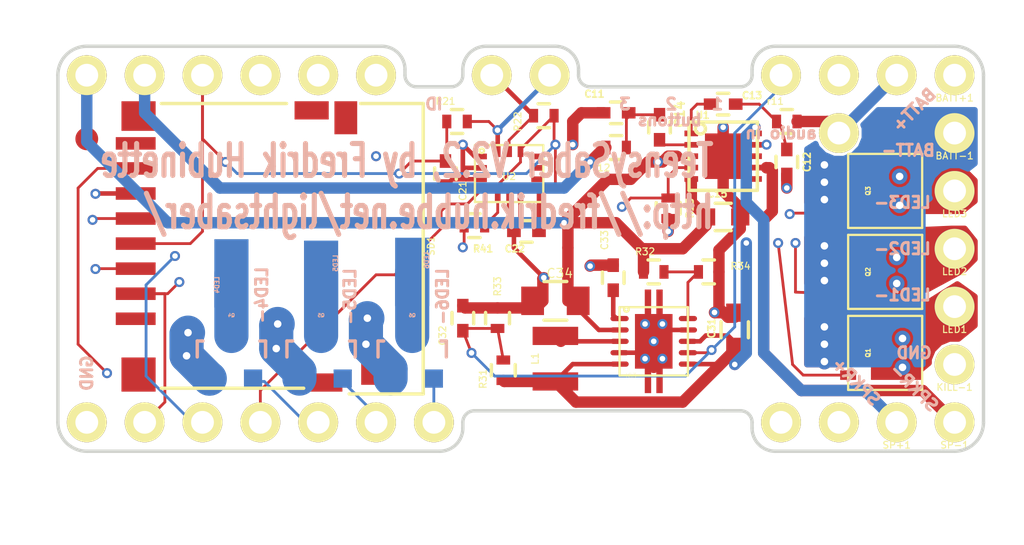
<source format=kicad_pcb>
(kicad_pcb (version 4) (host pcbnew 4.0.2+e4-6225~38~ubuntu14.04.1-stable)

  (general
    (links 117)
    (no_connects 1)
    (area 116.764999 93.904999 157.555001 111.835001)
    (thickness 1.6)
    (drawings 56)
    (tracks 437)
    (zones 0)
    (modules 46)
    (nets 50)
  )

  (page A4)
  (layers
    (0 Top signal)
    (1 In1.Cu signal)
    (2 In2.Cu signal)
    (31 Bottom signal)
    (33 F.Adhes user)
    (35 F.Paste user hide)
    (36 B.SilkS user)
    (37 F.SilkS user)
    (38 B.Mask user)
    (39 F.Mask user)
    (40 Dwgs.User user)
    (41 Cmts.User user)
    (42 Eco1.User user)
    (43 Eco2.User user)
    (44 Edge.Cuts user)
    (45 Margin user)
    (47 F.CrtYd user)
    (49 F.Fab user)
  )

  (setup
    (last_trace_width 0.1225)
    (user_trace_width 0.2)
    (user_trace_width 0.5)
    (user_trace_width 1)
    (user_trace_width 1.25)
    (user_trace_width 1.5)
    (trace_clearance 0.1225)
    (zone_clearance 0.508)
    (zone_45_only yes)
    (trace_min 0.1225)
    (segment_width 0.2)
    (edge_width 0.15)
    (via_size 0.441)
    (via_drill 0.245)
    (via_min_size 0.441)
    (via_min_drill 0.245)
    (user_via 0.6615 0.3185)
    (uvia_size 0.3)
    (uvia_drill 0.1)
    (uvias_allowed no)
    (uvia_min_size 0)
    (uvia_min_drill 0)
    (pcb_text_width 0.3)
    (pcb_text_size 0.5 0.5)
    (mod_edge_width 0.15)
    (mod_text_size 0.3 0.3)
    (mod_text_width 0.05)
    (pad_size 1.524 1.524)
    (pad_drill 0.762)
    (pad_to_mask_clearance 0.05)
    (aux_axis_origin 0 0)
    (visible_elements FFFFFFFF)
    (pcbplotparams
      (layerselection 0x010f8_80000007)
      (usegerberextensions false)
      (excludeedgelayer true)
      (linewidth 0.100000)
      (plotframeref false)
      (viasonmask false)
      (mode 1)
      (useauxorigin false)
      (hpglpennumber 1)
      (hpglpenspeed 20)
      (hpglpendiameter 15)
      (hpglpenoverlay 2)
      (psnegative false)
      (psa4output false)
      (plotreference true)
      (plotvalue true)
      (plotinvisibletext false)
      (padsonsilk false)
      (subtractmaskfromsilk false)
      (outputformat 1)
      (mirror false)
      (drillshape 0)
      (scaleselection 1)
      (outputdirectory gerbers/))
  )

  (net 0 "")
  (net 1 "Net-(BATT+1-Pad1)")
  (net 2 "Net-(BATT-1-Pad1)")
  (net 3 GND)
  (net 4 3.3v)
  (net 5 vtest)
  (net 6 "Net-(C33-Pad1)")
  (net 7 5v)
  (net 8 "Net-(IC3-Pad10)")
  (net 9 "Net-(LED1-Pad1)")
  (net 10 "Net-(LED2-Pad1)")
  (net 11 "Net-(LED3-Pad1)")
  (net 12 "Net-(Q1-Pad2)")
  (net 13 "Net-(Q2-Pad2)")
  (net 14 "Net-(Q3-Pad2)")
  (net 15 audio+)
  (net 16 audio-)
  (net 17 amp_en)
  (net 18 SDA)
  (net 19 SCL)
  (net 20 sd_en)
  (net 21 "Net-(SD1-Pad8)")
  (net 22 "Net-(SD1-Pad9)")
  (net 23 "Net-(SD1-Pad10)")
  (net 24 "Net-(SD1-PadB)")
  (net 25 "Net-(SD1-Pad11)")
  (net 26 miso)
  (net 27 sclk)
  (net 28 mosi)
  (net 29 "Net-(SD1-Pad1)")
  (net 30 "Net-(SD1-Pad12)")
  (net 31 "Net-(SD1-PadA)")
  (net 32 "Net-(SP+1-Pad1)")
  (net 33 "Net-(SP-1-Pad1)")
  (net 34 INT)
  (net 35 "Net-(U1-Pad6)")
  (net 36 "Net-(U2-Pad9)")
  (net 37 "Net-(U2-Pad10)")
  (net 38 "Net-(U2-Pad11)")
  (net 39 "Net-(C11-Pad1)")
  (net 40 "Net-(C12-Pad1)")
  (net 41 "Net-(C13-Pad1)")
  (net 42 "Net-(C14-Pad1)")
  (net 43 "Net-(IC3-Pad3)")
  (net 44 "Net-(Q4-Pad2)")
  (net 45 "Net-(Q5-Pad2)")
  (net 46 "Net-(Q6-Pad2)")
  (net 47 "Net-(LED4-Pad1)")
  (net 48 "Net-(LED5-Pad1)")
  (net 49 "Net-(LED6-Pad1)")

  (net_class Default "This is the default net class."
    (clearance 0.1225)
    (trace_width 0.1225)
    (via_dia 0.441)
    (via_drill 0.245)
    (uvia_dia 0.3)
    (uvia_drill 0.1)
    (add_net 3.3v)
    (add_net "Net-(C11-Pad1)")
    (add_net "Net-(C12-Pad1)")
    (add_net "Net-(C13-Pad1)")
    (add_net "Net-(C14-Pad1)")
    (add_net "Net-(C33-Pad1)")
    (add_net "Net-(IC3-Pad10)")
    (add_net "Net-(IC3-Pad3)")
    (add_net "Net-(Q4-Pad2)")
    (add_net "Net-(Q5-Pad2)")
    (add_net "Net-(Q6-Pad2)")
    (add_net "Net-(SD1-Pad1)")
    (add_net "Net-(SD1-Pad10)")
    (add_net "Net-(SD1-Pad11)")
    (add_net "Net-(SD1-Pad12)")
    (add_net "Net-(SD1-Pad8)")
    (add_net "Net-(SD1-Pad9)")
    (add_net "Net-(SD1-PadA)")
    (add_net "Net-(SD1-PadB)")
    (add_net "Net-(U1-Pad6)")
    (add_net "Net-(U2-Pad10)")
    (add_net "Net-(U2-Pad11)")
    (add_net "Net-(U2-Pad9)")
  )

  (net_class POWER ""
    (clearance 0.1225)
    (trace_width 1.5)
    (via_dia 0.6858)
    (via_drill 0.3302)
    (uvia_dia 0.3)
    (uvia_drill 0.1)
    (add_net "Net-(BATT-1-Pad1)")
    (add_net "Net-(LED1-Pad1)")
    (add_net "Net-(LED2-Pad1)")
    (add_net "Net-(LED3-Pad1)")
    (add_net "Net-(LED4-Pad1)")
    (add_net "Net-(LED5-Pad1)")
    (add_net "Net-(LED6-Pad1)")
  )

  (net_class medium ""
    (clearance 0.1225)
    (trace_width 0.5)
    (via_dia 0.441)
    (via_drill 0.245)
    (uvia_dia 0.3)
    (uvia_drill 0.1)
    (add_net 5v)
    (add_net GND)
    (add_net "Net-(BATT+1-Pad1)")
    (add_net "Net-(SP+1-Pad1)")
    (add_net "Net-(SP-1-Pad1)")
    (add_net audio+)
    (add_net audio-)
  )

  (net_class narrow ""
    (clearance 0.1225)
    (trace_width 0.1225)
    (via_dia 0.441)
    (via_drill 0.245)
    (uvia_dia 0.3)
    (uvia_drill 0.1)
    (add_net INT)
    (add_net "Net-(Q1-Pad2)")
    (add_net "Net-(Q2-Pad2)")
    (add_net "Net-(Q3-Pad2)")
    (add_net SCL)
    (add_net SDA)
    (add_net amp_en)
    (add_net miso)
    (add_net mosi)
    (add_net sclk)
    (add_net sd_en)
    (add_net vtest)
  )

  (module lightsaber_footprints:WSON-10 (layer Top) (tedit 588E4D52) (tstamp 57D8DDD0)
    (at 146.05 98.806 270)
    (path /57B17EFD)
    (fp_text reference U1 (at -1.8 0.9 360) (layer F.SilkS)
      (effects (font (size 0.3 0.3) (thickness 0.075)))
    )
    (fp_text value LM48310 (at 0 0 270) (layer F.Fab)
      (effects (font (size 0.3 0.3) (thickness 0.075)))
    )
    (fp_circle (center -1.2 1) (end -1.4 0.9) (layer F.SilkS) (width 0.15))
    (fp_line (start 1.5 -1.5) (end 1.5 1.5) (layer F.SilkS) (width 0.15))
    (fp_line (start 1.5 1.5) (end -1.5 1.5) (layer F.SilkS) (width 0.15))
    (fp_line (start -1.5 1.5) (end -1.5 -1.5) (layer F.SilkS) (width 0.15))
    (fp_line (start -1.5 -1.5) (end 1.5 -1.5) (layer F.SilkS) (width 0.15))
    (pad 11 smd rect (at 0 0 270) (size 2 1.6) (layers Top F.Paste F.Mask)
      (net 3 GND))
    (pad 1 smd rect (at -1 1.4 270) (size 0.25 0.6) (layers Top F.Paste F.Mask)
      (net 41 "Net-(C13-Pad1)"))
    (pad 2 smd rect (at -0.5 1.4 270) (size 0.25 0.6) (layers Top F.Paste F.Mask)
      (net 42 "Net-(C14-Pad1)"))
    (pad 3 smd rect (at 0 1.4 270) (size 0.25 0.6) (layers Top F.Paste F.Mask)
      (net 7 5v))
    (pad 4 smd rect (at 0.5 1.4 270) (size 0.25 0.6) (layers Top F.Paste F.Mask)
      (net 17 amp_en))
    (pad 5 smd rect (at 1 1.4 270) (size 0.25 0.6) (layers Top F.Paste F.Mask)
      (net 7 5v))
    (pad 6 smd rect (at 1 -1.4 270) (size 0.25 0.6) (layers Top F.Paste F.Mask)
      (net 35 "Net-(U1-Pad6)"))
    (pad 7 smd rect (at 0.5 -1.4 270) (size 0.25 0.6) (layers Top F.Paste F.Mask)
      (net 33 "Net-(SP-1-Pad1)"))
    (pad 8 smd rect (at 0 -1.4 270) (size 0.25 0.6) (layers Top F.Paste F.Mask)
      (net 3 GND))
    (pad 9 smd rect (at -0.5 -1.4 270) (size 0.25 0.6) (layers Top F.Paste F.Mask)
      (net 7 5v))
    (pad 10 smd rect (at -1 -1.4 270) (size 0.25 0.6) (layers Top F.Paste F.Mask)
      (net 32 "Net-(SP+1-Pad1)"))
  )

  (module modules:DM3D-SF (layer Top) (tedit 57DDA3BF) (tstamp 57D8DDA1)
    (at 121.1326 102.743 270)
    (descr "Micro SD")
    (tags "Micro SD")
    (path /57D3B723)
    (solder_mask_margin 0.1)
    (solder_paste_margin -0.05)
    (fp_text reference SD1 (at 0 -12.0904 270) (layer F.SilkS)
      (effects (font (size 0.3 0.3) (thickness 0.05)))
    )
    (fp_text value microsd_socket (at 1.5 -7 270) (layer F.Fab) hide
      (effects (font (size 0.3 0.3) (thickness 0.05)))
    )
    (fp_line (start 6.25 -6.5) (end 6.25 -0.25) (layer F.SilkS) (width 0.15))
    (fp_line (start -6.25 -5.75) (end -6.25 -0.25) (layer F.SilkS) (width 0.15))
    (fp_line (start 6.5 -11.75) (end 6.5 -8.5) (layer F.SilkS) (width 0.15))
    (fp_line (start -6.25 -11.75) (end 6.5 -11.75) (layer F.SilkS) (width 0.15))
    (fp_line (start -6.25 -9) (end -6.25 -11.75) (layer F.SilkS) (width 0.15))
    (fp_arc (start 5 3.85) (end 5.5 3.85) (angle 90) (layer F.Fab) (width 0.15))
    (fp_arc (start -5 3.85) (end -5 4.35) (angle 90) (layer F.Fab) (width 0.15))
    (fp_line (start 5.5 3.85) (end 5.5 0.5) (layer F.Fab) (width 0.15))
    (fp_line (start -5 4.35) (end 5 4.35) (layer F.Fab) (width 0.15))
    (fp_line (start -5.5 0.5) (end -5.5 3.85) (layer F.Fab) (width 0.15))
    (fp_arc (start -4.75 -1.25) (end -5.25 -1.25) (angle 90) (layer F.Fab) (width 0.15))
    (fp_arc (start -5.5 -0.25) (end -5.25 -0.25) (angle 90) (layer F.Fab) (width 0.15))
    (fp_arc (start 4.75 -1.25) (end 4.75 -1.75) (angle 90) (layer F.Fab) (width 0.15))
    (fp_arc (start 5.5 -0.25) (end 5.5 0) (angle 90) (layer F.Fab) (width 0.15))
    (fp_line (start 5.5 0) (end 6 0) (layer F.Fab) (width 0.15))
    (fp_line (start 5.25 -0.25) (end 5.25 -1.25) (layer F.Fab) (width 0.15))
    (fp_line (start -5.25 -0.25) (end -5.25 -1.25) (layer F.Fab) (width 0.15))
    (fp_line (start -5.95 0) (end -5.5 0) (layer F.Fab) (width 0.15))
    (fp_line (start -4.75 -1.8) (end 4.75 -1.8) (layer F.Fab) (width 0.15))
    (fp_line (start -5.95 0) (end -5.95 -11.45) (layer F.Fab) (width 0.15))
    (fp_line (start 6 0) (end 6 -11.45) (layer F.Fab) (width 0.15))
    (fp_line (start -5.95 -11.45) (end 6 -11.45) (layer F.Fab) (width 0.15))
    (fp_line (start 0 -8.2) (end 0.5 -10.2) (layer F.Fab) (width 0.1))
    (fp_line (start 0.1 -8.2) (end 0 -8.2) (layer F.Fab) (width 0.1))
    (fp_line (start 0 -10.2) (end -0.5 -8.2) (layer F.Fab) (width 0.1))
    (fp_line (start -0.5 -10.2) (end 0 -10.2) (layer F.Fab) (width 0.1))
    (fp_line (start -1 -8.2) (end -0.5 -10.2) (layer F.Fab) (width 0.1))
    (fp_line (start -1.5 -8.2) (end -1 -8.2) (layer F.Fab) (width 0.1))
    (fp_line (start -1 -10.2) (end -1.5 -8.2) (layer F.Fab) (width 0.1))
    (fp_line (start -1.5 -10.2) (end -1 -10.2) (layer F.Fab) (width 0.1))
    (fp_line (start -1.9 -8.3) (end -1.5 -10.2) (layer F.Fab) (width 0.1))
    (fp_line (start 0.55 -8.2) (end 0.55 -10.2) (layer F.Fab) (width 0.1))
    (fp_line (start -1.95 -10.2) (end -1.95 -8.2) (layer F.Fab) (width 0.1))
    (fp_line (start -6.35 -10.2) (end 6.4 -10.2) (layer F.Fab) (width 0.05))
    (fp_line (start -4.7 -6) (end -4.4 -4) (layer F.Fab) (width 0.1))
    (fp_line (start -2.7 -6) (end -3.4 -4) (layer F.Fab) (width 0.1))
    (fp_line (start -3.2 -6) (end -2.7 -6) (layer F.Fab) (width 0.1))
    (fp_line (start -3.9 -4) (end -3.2 -6) (layer F.Fab) (width 0.1))
    (fp_line (start -4.4 -4) (end -3.9 -4) (layer F.Fab) (width 0.1))
    (fp_line (start -3.7 -6) (end -4.4 -4) (layer F.Fab) (width 0.1))
    (fp_line (start -4.2 -6) (end -3.7 -6) (layer F.Fab) (width 0.1))
    (fp_line (start -4.9 -4) (end -4.2 -6) (layer F.Fab) (width 0.1))
    (fp_line (start -4.9 -6) (end -4.9 -4) (layer F.Fab) (width 0.1))
    (fp_text user %R (at 0 3.25 270) (layer F.Fab) hide
      (effects (font (size 0.3 0.3) (thickness 0.05)))
    )
    (fp_line (start -6.5 4.5) (end -6.5 -11.75) (layer F.CrtYd) (width 0.05))
    (fp_line (start 6.75 4.5) (end -6.5 4.5) (layer F.CrtYd) (width 0.05))
    (fp_line (start 6.75 -11.75) (end 6.75 4.5) (layer F.CrtYd) (width 0.05))
    (fp_line (start -6.5 -11.75) (end 6.75 -11.75) (layer F.CrtYd) (width 0.05))
    (fp_line (start -4.9 -6) (end 3.2 -6) (layer F.Fab) (width 0.1))
    (fp_line (start 0.55 -8.2) (end -1.95 -8.2) (layer F.Fab) (width 0.1))
    (fp_line (start -4.9 -4) (end 3.2 -4) (layer F.Fab) (width 0.1))
    (fp_line (start -6.35 1.5) (end -6.35 -10.2) (layer F.Fab) (width 0.05))
    (fp_line (start -4.4 -4) (end -3.7 -6) (layer F.Fab) (width 0.1))
    (fp_line (start -3.9 -4) (end -3.2 -6) (layer F.Fab) (width 0.1))
    (fp_line (start -3.4 -4) (end -2.7 -6) (layer F.Fab) (width 0.1))
    (fp_line (start -2.9 -4) (end -2.2 -6) (layer F.Fab) (width 0.1))
    (fp_line (start -2.4 -4) (end -1.7 -6) (layer F.Fab) (width 0.1))
    (fp_line (start -1.9 -4) (end -1.2 -6) (layer F.Fab) (width 0.1))
    (fp_line (start -1.4 -4) (end -0.7 -6) (layer F.Fab) (width 0.1))
    (fp_line (start -0.9 -4) (end -0.2 -6) (layer F.Fab) (width 0.1))
    (fp_line (start -0.4 -4) (end 0.3 -6) (layer F.Fab) (width 0.1))
    (fp_line (start 0.1 -4) (end 0.8 -6) (layer F.Fab) (width 0.1))
    (fp_line (start 0.6 -4) (end 1.3 -6) (layer F.Fab) (width 0.1))
    (fp_line (start 1.1 -4) (end 1.8 -6) (layer F.Fab) (width 0.1))
    (fp_line (start 1.6 -4) (end 2.3 -6) (layer F.Fab) (width 0.1))
    (fp_line (start 2.1 -4) (end 2.8 -6) (layer F.Fab) (width 0.1))
    (fp_line (start 2.6 -4) (end 3.2 -5.7) (layer F.Fab) (width 0.1))
    (fp_line (start 3.1 -4) (end 3.2 -4.3) (layer F.Fab) (width 0.1))
    (fp_line (start 3.2 -4) (end 3.2 -6) (layer F.Fab) (width 0.1))
    (fp_line (start -4.2 -6) (end -3.9 -4) (layer F.Fab) (width 0.1))
    (fp_line (start -3.7 -6) (end -3.4 -4) (layer F.Fab) (width 0.1))
    (fp_line (start -3.2 -6) (end -2.9 -4) (layer F.Fab) (width 0.1))
    (fp_line (start -2.7 -6) (end -2.4 -4) (layer F.Fab) (width 0.1))
    (fp_line (start -2.2 -6) (end -1.9 -4) (layer F.Fab) (width 0.1))
    (fp_line (start -1.7 -6) (end -1.4 -4) (layer F.Fab) (width 0.1))
    (fp_line (start -1.2 -6) (end -0.9 -4) (layer F.Fab) (width 0.1))
    (fp_line (start -0.7 -6) (end -0.4 -4) (layer F.Fab) (width 0.1))
    (fp_line (start -0.2 -6) (end 0.1 -4) (layer F.Fab) (width 0.1))
    (fp_line (start 0.3 -6) (end 0.6 -4) (layer F.Fab) (width 0.1))
    (fp_line (start 0.8 -6) (end 1.1 -4) (layer F.Fab) (width 0.1))
    (fp_line (start 1.3 -6) (end 1.6 -4) (layer F.Fab) (width 0.1))
    (fp_line (start 1.8 -6) (end 2.1 -4) (layer F.Fab) (width 0.1))
    (fp_line (start 2.3 -6) (end 2.6 -4) (layer F.Fab) (width 0.1))
    (fp_line (start 2.8 -6) (end 3.1 -4) (layer F.Fab) (width 0.1))
    (fp_line (start 6.4 1.5) (end 6.4 -10.2) (layer F.Fab) (width 0.05))
    (fp_line (start 0.55 -10.2) (end -1.95 -10.2) (layer F.Fab) (width 0.1))
    (pad 8 smd rect (at -4.5 0.875 270) (size 0.55 1.75) (layers Top F.Paste F.Mask)
      (net 21 "Net-(SD1-Pad8)"))
    (pad 9 smd rect (at -5.7 0.75 270) (size 1.3 1.5) (layers Top F.Paste F.Mask)
      (net 22 "Net-(SD1-Pad9)"))
    (pad 10 smd rect (at -5.95 -6.85 270) (size 0.8 1.5) (layers Top F.Paste F.Mask)
      (net 23 "Net-(SD1-Pad10)"))
    (pad B smd rect (at -5.625 -8.35 270) (size 1.45 1) (layers Top F.Paste F.Mask)
      (net 24 "Net-(SD1-PadB)"))
    (pad 11 smd rect (at 6 -7.5 270) (size 0.8 1.4) (layers Top F.Paste F.Mask)
      (net 25 "Net-(SD1-Pad11)"))
    (pad 7 smd rect (at -3.4 0.875 270) (size 0.55 1.75) (layers Top F.Paste F.Mask)
      (net 28 mosi))
    (pad 6 smd rect (at -2.3 0.875 270) (size 0.55 1.75) (layers Top F.Paste F.Mask)
      (net 3 GND))
    (pad 5 smd rect (at -1.2 0.875 270) (size 0.55 1.75) (layers Top F.Paste F.Mask)
      (net 27 sclk))
    (pad 4 smd rect (at -0.1 0.875 270) (size 0.55 1.75) (layers Top F.Paste F.Mask)
      (net 4 3.3v))
    (pad 3 smd rect (at 1 0.875 270) (size 0.55 1.75) (layers Top F.Paste F.Mask)
      (net 26 miso))
    (pad 2 smd rect (at 2.1 0.875 270) (size 0.55 1.75) (layers Top F.Paste F.Mask)
      (net 20 sd_en))
    (pad 1 smd rect (at 3.2 0.875 270) (size 0.55 1.75) (layers Top F.Paste F.Mask)
      (net 29 "Net-(SD1-Pad1)"))
    (pad 12 smd rect (at 5.65 0.75 270) (size 1.5 1.5) (layers Top F.Paste F.Mask)
      (net 30 "Net-(SD1-Pad12)"))
    (pad A smd rect (at 5.6 -9.8 270) (size 1 1.55) (layers Top F.Paste F.Mask)
      (net 31 "Net-(SD1-PadA)"))
  )

  (module lightsaber_footprints:teensy32++ (layer Top) (tedit 57F3461B) (tstamp 57F33E48)
    (at 135.89 102.87)
    (path /57B0B829)
    (fp_text reference U0 (at 0 2.54) (layer F.SilkS) hide
      (effects (font (size 0.5 0.5) (thickness 0.125)))
    )
    (fp_text value Teensy_3.1 (at -1.8415 -10.3505) (layer F.Fab) hide
      (effects (font (size 1 1) (thickness 0.15)))
    )
    (pad 5 thru_hole circle (at -2.54 7.62) (size 1.75 1.75) (drill 1) (layers *.Cu *.Mask F.SilkS)
      (net 46 "Net-(Q6-Pad2)"))
    (pad 4 thru_hole circle (at -5.08 7.62) (size 1.75 1.75) (drill 1) (layers *.Cu *.Mask F.SilkS)
      (net 45 "Net-(Q5-Pad2)"))
    (pad 3 thru_hole circle (at -7.62 7.62) (size 1.75 1.75) (drill 1) (layers *.Cu *.Mask F.SilkS)
      (net 44 "Net-(Q4-Pad2)"))
    (pad 28 thru_hole circle (at 17.78 -7.62) (size 1.75 1.75) (drill 1) (layers *.Cu *.Mask F.SilkS)
      (net 15 audio+))
    (pad 0 thru_hole circle (at -15.24 7.62) (size 1.75 1.75) (drill 1) (layers *.Cu *.Mask F.SilkS)
      (net 20 sd_en))
    (pad 2 thru_hole circle (at -10.16 7.62) (size 1.75 1.75) (drill 1) (layers *.Cu *.Mask F.SilkS)
      (net 34 INT))
    (pad 1 thru_hole circle (at -12.7 7.62) (size 1.75 1.75) (drill 1) (layers *.Cu *.Mask F.SilkS)
      (net 17 amp_en))
    (pad 11 thru_hole circle (at 12.7 7.62) (size 1.75 1.75) (drill 1) (layers *.Cu *.Mask F.SilkS)
      (net 26 miso))
    (pad 12 thru_hole circle (at 15.24 7.62) (size 1.75 1.75) (drill 1) (layers *.Cu *.Mask F.SilkS)
      (net 28 mosi))
    (pad 13 thru_hole circle (at 15.24 -7.62) (size 1.75 1.75) (drill 1) (layers *.Cu *.Mask F.SilkS)
      (net 27 sclk))
    (pad 14 thru_hole circle (at 12.7 -7.62) (size 1.75 1.75) (drill 1) (layers *.Cu *.Mask F.SilkS)
      (net 5 vtest))
    (pad 18 thru_hole circle (at 2.54 -7.62) (size 1.75 1.75) (drill 1) (layers *.Cu *.Mask F.SilkS)
      (net 18 SDA))
    (pad 19 thru_hole circle (at 0 -7.62) (size 1.75 1.75) (drill 1) (layers *.Cu *.Mask F.SilkS)
      (net 19 SCL))
    (pad 21 thru_hole circle (at -5.08 -7.62) (size 1.75 1.75) (drill 1) (layers *.Cu *.Mask F.SilkS)
      (net 14 "Net-(Q3-Pad2)"))
    (pad 22 thru_hole circle (at -7.62 -7.62) (size 1.75 1.75) (drill 1) (layers *.Cu *.Mask F.SilkS)
      (net 13 "Net-(Q2-Pad2)"))
    (pad 23 thru_hole circle (at -10.16 -7.62) (size 1.75 1.75) (drill 1) (layers *.Cu *.Mask F.SilkS)
      (net 12 "Net-(Q1-Pad2)"))
    (pad 24 thru_hole circle (at -12.7 -7.62) (size 1.75 1.75) (drill 1) (layers *.Cu *.Mask F.SilkS)
      (net 4 3.3v))
    (pad 25 thru_hole circle (at -15.24 -7.62) (size 1.75 1.75) (drill 1) (layers *.Cu *.Mask F.SilkS)
      (net 16 audio-))
    (pad 26 thru_hole circle (at -17.78 -7.62) (size 1.75 1.75) (drill 1) (layers *.Cu *.Mask F.SilkS)
      (net 7 5v))
    (pad 27 thru_hole circle (at -17.78 7.62) (size 1.75 1.75) (drill 1) (layers *.Cu *.Mask F.SilkS)
      (net 3 GND))
    (pad 28 thru_hole circle (at 15.24 -5.08) (size 1.75 1.75) (drill 1) (layers *.Cu *.Mask F.SilkS)
      (net 15 audio+))
  )

  (module lightsaber_footprints:DMG7430LFG (layer Top) (tedit 57DDA2B7) (tstamp 57DCA9A9)
    (at 153.162 100.33 270)
    (path /57C7E919)
    (fp_text reference Q3 (at 0 0.75 270) (layer F.SilkS)
      (effects (font (size 0.2 0.2) (thickness 0.05)))
    )
    (fp_text value Q_NMOS_DGS (at 0 -0.75 270) (layer F.Fab) hide
      (effects (font (size 0.2 0.2) (thickness 0.05)))
    )
    (fp_line (start -1.625 1.625) (end 1.625 1.625) (layer F.SilkS) (width 0.1))
    (fp_line (start 1.625 1.625) (end 1.625 -1.625) (layer F.SilkS) (width 0.1))
    (fp_line (start 1.625 -1.625) (end -1.625 -1.625) (layer F.SilkS) (width 0.1))
    (fp_line (start -1.625 -1.625) (end -1.625 1.625) (layer F.SilkS) (width 0.1))
    (pad 3 smd rect (at -0.975 1.625 270) (size 0.42 0.7) (layers Top F.Paste F.Mask)
      (net 2 "Net-(BATT-1-Pad1)"))
    (pad 3 smd rect (at -0.325 1.625 270) (size 0.42 0.7) (layers Top F.Paste F.Mask)
      (net 2 "Net-(BATT-1-Pad1)"))
    (pad 3 smd rect (at 0.325 1.625 270) (size 0.42 0.7) (layers Top F.Paste F.Mask)
      (net 2 "Net-(BATT-1-Pad1)"))
    (pad 2 smd rect (at 0.975 1.625 270) (size 0.42 0.7) (layers Top F.Paste F.Mask)
      (net 14 "Net-(Q3-Pad2)"))
    (pad 1 smd rect (at 0.975 -1.3 270) (size 0.42 0.7) (layers Top F.Paste F.Mask)
      (net 11 "Net-(LED3-Pad1)"))
    (pad 1 smd rect (at 0.325 -1.3 270) (size 0.42 0.7) (layers Top F.Paste F.Mask)
      (net 11 "Net-(LED3-Pad1)"))
    (pad 1 smd rect (at -0.325 -1.3 270) (size 0.42 0.7) (layers Top F.Paste F.Mask)
      (net 11 "Net-(LED3-Pad1)"))
    (pad 1 smd rect (at -0.975 -1.3 270) (size 0.42 0.7) (layers Top F.Paste F.Mask)
      (net 11 "Net-(LED3-Pad1)"))
    (pad 1 smd rect (at 0 -0.325 270) (size 2.37 1.9) (layers Top F.Paste F.Mask)
      (net 11 "Net-(LED3-Pad1)"))
  )

  (module lightsaber_footprints:1pin (layer Top) (tedit 57DDA295) (tstamp 57D8DCBE)
    (at 156.21 95.25)
    (path /57D7A026)
    (fp_text reference BATT+1 (at 0 1) (layer F.SilkS)
      (effects (font (size 0.3 0.3) (thickness 0.05)))
    )
    (fp_text value CONN_01X01 (at 3.048 0.127) (layer F.Fab) hide
      (effects (font (size 0.3 0.3) (thickness 0.05)))
    )
    (pad 1 thru_hole circle (at 0 0) (size 1.75 1.75) (drill 1) (layers *.Cu *.Mask F.SilkS)
      (net 1 "Net-(BATT+1-Pad1)"))
  )

  (module lightsaber_footprints:1pin (layer Top) (tedit 57DDA298) (tstamp 57D8DCC3)
    (at 156.21 97.79)
    (path /57D7A302)
    (fp_text reference BATT-1 (at 0 1) (layer F.SilkS)
      (effects (font (size 0.3 0.3) (thickness 0.05)))
    )
    (fp_text value CONN_01X01 (at 3.048 0) (layer F.Fab) hide
      (effects (font (size 0.3 0.3) (thickness 0.05)))
    )
    (pad 1 thru_hole circle (at 0 0) (size 1.75 1.75) (drill 1) (layers *.Cu *.Mask F.SilkS)
      (net 2 "Net-(BATT-1-Pad1)"))
  )

  (module Capacitors_SMD:C_0402 (layer Top) (tedit 57DD92C6) (tstamp 57D8DD05)
    (at 134.62 105.918 90)
    (descr "Capacitor SMD 0402, reflow soldering, AVX (see smccp.pdf)")
    (tags "capacitor 0402")
    (path /57C7B4C1)
    (attr smd)
    (fp_text reference C32 (at -0.762 -0.889 90) (layer F.SilkS)
      (effects (font (size 0.3 0.3) (thickness 0.05)))
    )
    (fp_text value 0.1uF (at 0.635 -0.889 270) (layer F.Fab)
      (effects (font (size 0.3 0.3) (thickness 0.05)))
    )
    (fp_line (start -1.15 -0.6) (end 1.15 -0.6) (layer F.CrtYd) (width 0.05))
    (fp_line (start -1.15 0.6) (end 1.15 0.6) (layer F.CrtYd) (width 0.05))
    (fp_line (start -1.15 -0.6) (end -1.15 0.6) (layer F.CrtYd) (width 0.05))
    (fp_line (start 1.15 -0.6) (end 1.15 0.6) (layer F.CrtYd) (width 0.05))
    (fp_line (start 0.25 -0.475) (end -0.25 -0.475) (layer F.SilkS) (width 0.15))
    (fp_line (start -0.25 0.475) (end 0.25 0.475) (layer F.SilkS) (width 0.15))
    (pad 1 smd rect (at -0.55 0 90) (size 0.6 0.5) (layers Top F.Paste F.Mask)
      (net 5 vtest))
    (pad 2 smd rect (at 0.55 0 90) (size 0.6 0.5) (layers Top F.Paste F.Mask)
      (net 3 GND))
    (model Capacitors_SMD.3dshapes/C_0402.wrl
      (at (xyz 0 0 0))
      (scale (xyz 1 1 1))
      (rotate (xyz 0 0 0))
    )
  )

  (module Capacitors_SMD:C_0402 (layer Top) (tedit 57DD92FF) (tstamp 57D8DD0B)
    (at 141.224 104.14 90)
    (descr "Capacitor SMD 0402, reflow soldering, AVX (see smccp.pdf)")
    (tags "capacitor 0402")
    (path /57B144BC)
    (attr smd)
    (fp_text reference C33 (at 1.651 -0.381 90) (layer F.SilkS)
      (effects (font (size 0.3 0.3) (thickness 0.05)))
    )
    (fp_text value 0.1uF (at 1.778 0.127 90) (layer F.Fab)
      (effects (font (size 0.3 0.3) (thickness 0.05)))
    )
    (fp_line (start -1.15 -0.6) (end 1.15 -0.6) (layer F.CrtYd) (width 0.05))
    (fp_line (start -1.15 0.6) (end 1.15 0.6) (layer F.CrtYd) (width 0.05))
    (fp_line (start -1.15 -0.6) (end -1.15 0.6) (layer F.CrtYd) (width 0.05))
    (fp_line (start 1.15 -0.6) (end 1.15 0.6) (layer F.CrtYd) (width 0.05))
    (fp_line (start 0.25 -0.475) (end -0.25 -0.475) (layer F.SilkS) (width 0.15))
    (fp_line (start -0.25 0.475) (end 0.25 0.475) (layer F.SilkS) (width 0.15))
    (pad 1 smd rect (at -0.55 0 90) (size 0.6 0.5) (layers Top F.Paste F.Mask)
      (net 6 "Net-(C33-Pad1)"))
    (pad 2 smd rect (at 0.55 0 90) (size 0.6 0.5) (layers Top F.Paste F.Mask)
      (net 3 GND))
    (model Capacitors_SMD.3dshapes/C_0402.wrl
      (at (xyz 0 0 0))
      (scale (xyz 1 1 1))
      (rotate (xyz 0 0 0))
    )
  )

  (module lightsaber_footprints:1pin (layer Top) (tedit 57DDA2AB) (tstamp 57D8DD29)
    (at 156.21 107.95)
    (path /57D79767)
    (fp_text reference KILL-1 (at 0 1) (layer F.SilkS)
      (effects (font (size 0.3 0.3) (thickness 0.05)))
    )
    (fp_text value CONN_01X01 (at 3.302 0) (layer F.Fab) hide
      (effects (font (size 0.3 0.3) (thickness 0.05)))
    )
    (pad 1 thru_hole circle (at 0 0) (size 1.75 1.75) (drill 1) (layers *.Cu *.Mask F.SilkS)
      (net 3 GND))
  )

  (module lightsaber_footprints:2520 (layer Top) (tedit 57DD929D) (tstamp 57D8DD2F)
    (at 138.684 107.696 270)
    (path /57B148C0)
    (fp_text reference L1 (at 0 0.889 270) (layer F.SilkS)
      (effects (font (size 0.3 0.3) (thickness 0.05)))
    )
    (fp_text value "4.7 uH 1.2A" (at 0 -0.762 360) (layer F.Fab)
      (effects (font (size 0.3 0.3) (thickness 0.05)))
    )
    (pad 1 smd rect (at -1 0 270) (size 0.8 2) (layers Top F.Paste F.Mask)
      (net 43 "Net-(IC3-Pad3)"))
    (pad 2 smd rect (at 1 0 270) (size 0.8 2) (layers Top F.Paste F.Mask)
      (net 1 "Net-(BATT+1-Pad1)"))
  )

  (module lightsaber_footprints:1pin (layer Top) (tedit 57DDA2A8) (tstamp 57D8DD34)
    (at 156.21 105.41)
    (path /57D77834)
    (fp_text reference LED1 (at 0 1) (layer F.SilkS)
      (effects (font (size 0.3 0.3) (thickness 0.05)))
    )
    (fp_text value CONN_01X01 (at 3.175 0) (layer F.Fab) hide
      (effects (font (size 0.3 0.3) (thickness 0.05)))
    )
    (pad 1 thru_hole circle (at 0 0) (size 1.75 1.75) (drill 1) (layers *.Cu *.Mask F.SilkS)
      (net 9 "Net-(LED1-Pad1)"))
  )

  (module lightsaber_footprints:1pin (layer Top) (tedit 57DDA2A3) (tstamp 57D8DD39)
    (at 156.21 102.87)
    (path /57D77D79)
    (fp_text reference LED2 (at 0 1) (layer F.SilkS)
      (effects (font (size 0.3 0.3) (thickness 0.05)))
    )
    (fp_text value CONN_01X01 (at 3.175 0) (layer F.Fab) hide
      (effects (font (size 0.3 0.3) (thickness 0.05)))
    )
    (pad 1 thru_hole circle (at 0 0) (size 1.75 1.75) (drill 1) (layers *.Cu *.Mask F.SilkS)
      (net 10 "Net-(LED2-Pad1)"))
  )

  (module lightsaber_footprints:1pin (layer Top) (tedit 57DDA29B) (tstamp 57D8DD3E)
    (at 156.21 100.33)
    (path /57D77E20)
    (fp_text reference LED3 (at 0 1) (layer F.SilkS)
      (effects (font (size 0.3 0.3) (thickness 0.05)))
    )
    (fp_text value CONN_01X01 (at 3.175 0) (layer F.Fab) hide
      (effects (font (size 0.3 0.3) (thickness 0.05)))
    )
    (pad 1 thru_hole circle (at 0 0) (size 1.75 1.75) (drill 1) (layers *.Cu *.Mask F.SilkS)
      (net 11 "Net-(LED3-Pad1)"))
  )

  (module Resistors_SMD:R_0402 (layer Top) (tedit 57DDA0CC) (tstamp 57D8DD59)
    (at 148.844 97.282)
    (descr "Resistor SMD 0402, reflow soldering, Vishay (see dcrcw.pdf)")
    (tags "resistor 0402")
    (path /57B199B0)
    (attr smd)
    (fp_text reference r11 (at -0.508 -0.889) (layer F.SilkS)
      (effects (font (size 0.3 0.3) (thickness 0.05)))
    )
    (fp_text value 2.2k (at 0.635 -0.889) (layer F.Fab)
      (effects (font (size 0.3 0.3) (thickness 0.05)))
    )
    (fp_line (start -0.95 -0.65) (end 0.95 -0.65) (layer F.CrtYd) (width 0.05))
    (fp_line (start -0.95 0.65) (end 0.95 0.65) (layer F.CrtYd) (width 0.05))
    (fp_line (start -0.95 -0.65) (end -0.95 0.65) (layer F.CrtYd) (width 0.05))
    (fp_line (start 0.95 -0.65) (end 0.95 0.65) (layer F.CrtYd) (width 0.05))
    (fp_line (start 0.25 -0.525) (end -0.25 -0.525) (layer F.SilkS) (width 0.15))
    (fp_line (start -0.25 0.525) (end 0.25 0.525) (layer F.SilkS) (width 0.15))
    (pad 1 smd rect (at -0.45 0) (size 0.4 0.6) (layers Top F.Paste F.Mask)
      (net 40 "Net-(C12-Pad1)"))
    (pad 2 smd rect (at 0.45 0) (size 0.4 0.6) (layers Top F.Paste F.Mask)
      (net 15 audio+))
    (model Resistors_SMD.3dshapes/R_0402.wrl
      (at (xyz 0 0 0))
      (scale (xyz 1 1 1))
      (rotate (xyz 0 0 0))
    )
  )

  (module Resistors_SMD:R_0402 (layer Top) (tedit 57DDA01E) (tstamp 57D8DD5F)
    (at 141.351 98.425 180)
    (descr "Resistor SMD 0402, reflow soldering, Vishay (see dcrcw.pdf)")
    (tags "resistor 0402")
    (path /57B19A95)
    (attr smd)
    (fp_text reference r12 (at 0.635 -0.889 180) (layer F.SilkS)
      (effects (font (size 0.3 0.3) (thickness 0.05)))
    )
    (fp_text value 2.2k (at -0.381 -0.889 180) (layer F.Fab)
      (effects (font (size 0.3 0.3) (thickness 0.05)))
    )
    (fp_line (start -0.95 -0.65) (end 0.95 -0.65) (layer F.CrtYd) (width 0.05))
    (fp_line (start -0.95 0.65) (end 0.95 0.65) (layer F.CrtYd) (width 0.05))
    (fp_line (start -0.95 -0.65) (end -0.95 0.65) (layer F.CrtYd) (width 0.05))
    (fp_line (start 0.95 -0.65) (end 0.95 0.65) (layer F.CrtYd) (width 0.05))
    (fp_line (start 0.25 -0.525) (end -0.25 -0.525) (layer F.SilkS) (width 0.15))
    (fp_line (start -0.25 0.525) (end 0.25 0.525) (layer F.SilkS) (width 0.15))
    (pad 1 smd rect (at -0.45 0 180) (size 0.4 0.6) (layers Top F.Paste F.Mask)
      (net 39 "Net-(C11-Pad1)"))
    (pad 2 smd rect (at 0.45 0 180) (size 0.4 0.6) (layers Top F.Paste F.Mask)
      (net 16 audio-))
    (model Resistors_SMD.3dshapes/R_0402.wrl
      (at (xyz 0 0 0))
      (scale (xyz 1 1 1))
      (rotate (xyz 0 0 0))
    )
  )

  (module Resistors_SMD:R_0402 (layer Top) (tedit 57DD9291) (tstamp 57D8DD77)
    (at 136.398 108.204 90)
    (descr "Resistor SMD 0402, reflow soldering, Vishay (see dcrcw.pdf)")
    (tags "resistor 0402")
    (path /57B11283)
    (attr smd)
    (fp_text reference R31 (at -0.381 -0.889 90) (layer F.SilkS)
      (effects (font (size 0.3 0.3) (thickness 0.05)))
    )
    (fp_text value 2M (at 0.508 -0.889 90) (layer F.Fab)
      (effects (font (size 0.3 0.3) (thickness 0.05)))
    )
    (fp_line (start -0.95 -0.65) (end 0.95 -0.65) (layer F.CrtYd) (width 0.05))
    (fp_line (start -0.95 0.65) (end 0.95 0.65) (layer F.CrtYd) (width 0.05))
    (fp_line (start -0.95 -0.65) (end -0.95 0.65) (layer F.CrtYd) (width 0.05))
    (fp_line (start 0.95 -0.65) (end 0.95 0.65) (layer F.CrtYd) (width 0.05))
    (fp_line (start 0.25 -0.525) (end -0.25 -0.525) (layer F.SilkS) (width 0.15))
    (fp_line (start -0.25 0.525) (end 0.25 0.525) (layer F.SilkS) (width 0.15))
    (pad 1 smd rect (at -0.45 0 90) (size 0.4 0.6) (layers Top F.Paste F.Mask)
      (net 1 "Net-(BATT+1-Pad1)"))
    (pad 2 smd rect (at 0.45 0 90) (size 0.4 0.6) (layers Top F.Paste F.Mask)
      (net 5 vtest))
    (model Resistors_SMD.3dshapes/R_0402.wrl
      (at (xyz 0 0 0))
      (scale (xyz 1 1 1))
      (rotate (xyz 0 0 0))
    )
  )

  (module Resistors_SMD:R_0402 (layer Top) (tedit 57DD931C) (tstamp 57D8DD7D)
    (at 143.002 103.886)
    (descr "Resistor SMD 0402, reflow soldering, Vishay (see dcrcw.pdf)")
    (tags "resistor 0402")
    (path /57B14AF7)
    (attr smd)
    (fp_text reference R32 (at -0.381 -0.889) (layer F.SilkS)
      (effects (font (size 0.3 0.3) (thickness 0.05)))
    )
    (fp_text value 2M (at 0.635 -0.889) (layer F.Fab)
      (effects (font (size 0.3 0.3) (thickness 0.05)))
    )
    (fp_line (start -0.95 -0.65) (end 0.95 -0.65) (layer F.CrtYd) (width 0.05))
    (fp_line (start -0.95 0.65) (end 0.95 0.65) (layer F.CrtYd) (width 0.05))
    (fp_line (start -0.95 -0.65) (end -0.95 0.65) (layer F.CrtYd) (width 0.05))
    (fp_line (start 0.95 -0.65) (end 0.95 0.65) (layer F.CrtYd) (width 0.05))
    (fp_line (start 0.25 -0.525) (end -0.25 -0.525) (layer F.SilkS) (width 0.15))
    (fp_line (start -0.25 0.525) (end 0.25 0.525) (layer F.SilkS) (width 0.15))
    (pad 1 smd rect (at -0.45 0) (size 0.4 0.6) (layers Top F.Paste F.Mask)
      (net 7 5v))
    (pad 2 smd rect (at 0.45 0) (size 0.4 0.6) (layers Top F.Paste F.Mask)
      (net 8 "Net-(IC3-Pad10)"))
    (model Resistors_SMD.3dshapes/R_0402.wrl
      (at (xyz 0 0 0))
      (scale (xyz 1 1 1))
      (rotate (xyz 0 0 0))
    )
  )

  (module Resistors_SMD:R_0402 (layer Top) (tedit 57DD92B3) (tstamp 57D8DD83)
    (at 136.144 105.918 90)
    (descr "Resistor SMD 0402, reflow soldering, Vishay (see dcrcw.pdf)")
    (tags "resistor 0402")
    (path /57B117CD)
    (attr smd)
    (fp_text reference R33 (at 1.397 0 90) (layer F.SilkS)
      (effects (font (size 0.3 0.3) (thickness 0.05)))
    )
    (fp_text value 220k (at 1.524 0.508 270) (layer F.Fab)
      (effects (font (size 0.3 0.3) (thickness 0.05)))
    )
    (fp_line (start -0.95 -0.65) (end 0.95 -0.65) (layer F.CrtYd) (width 0.05))
    (fp_line (start -0.95 0.65) (end 0.95 0.65) (layer F.CrtYd) (width 0.05))
    (fp_line (start -0.95 -0.65) (end -0.95 0.65) (layer F.CrtYd) (width 0.05))
    (fp_line (start 0.95 -0.65) (end 0.95 0.65) (layer F.CrtYd) (width 0.05))
    (fp_line (start 0.25 -0.525) (end -0.25 -0.525) (layer F.SilkS) (width 0.15))
    (fp_line (start -0.25 0.525) (end 0.25 0.525) (layer F.SilkS) (width 0.15))
    (pad 1 smd rect (at -0.45 0 90) (size 0.4 0.6) (layers Top F.Paste F.Mask)
      (net 5 vtest))
    (pad 2 smd rect (at 0.45 0 90) (size 0.4 0.6) (layers Top F.Paste F.Mask)
      (net 3 GND))
    (model Resistors_SMD.3dshapes/R_0402.wrl
      (at (xyz 0 0 0))
      (scale (xyz 1 1 1))
      (rotate (xyz 0 0 0))
    )
  )

  (module Resistors_SMD:R_0402 (layer Top) (tedit 57FACC0E) (tstamp 57D8DD89)
    (at 145.415 103.886)
    (descr "Resistor SMD 0402, reflow soldering, Vishay (see dcrcw.pdf)")
    (tags "resistor 0402")
    (path /57B14B82)
    (attr smd)
    (fp_text reference R34 (at 1.397 -0.254) (layer F.SilkS)
      (effects (font (size 0.3 0.3) (thickness 0.05)))
    )
    (fp_text value 220k (at 1.524 0.254) (layer F.Fab)
      (effects (font (size 0.3 0.3) (thickness 0.05)))
    )
    (fp_line (start -0.95 -0.65) (end 0.95 -0.65) (layer F.CrtYd) (width 0.05))
    (fp_line (start -0.95 0.65) (end 0.95 0.65) (layer F.CrtYd) (width 0.05))
    (fp_line (start -0.95 -0.65) (end -0.95 0.65) (layer F.CrtYd) (width 0.05))
    (fp_line (start 0.95 -0.65) (end 0.95 0.65) (layer F.CrtYd) (width 0.05))
    (fp_line (start 0.25 -0.525) (end -0.25 -0.525) (layer F.SilkS) (width 0.15))
    (fp_line (start -0.25 0.525) (end 0.25 0.525) (layer F.SilkS) (width 0.15))
    (pad 1 smd rect (at -0.45 0) (size 0.4 0.6) (layers Top F.Paste F.Mask)
      (net 8 "Net-(IC3-Pad10)"))
    (pad 2 smd rect (at 0.45 0) (size 0.4 0.6) (layers Top F.Paste F.Mask)
      (net 3 GND))
    (model Resistors_SMD.3dshapes/R_0402.wrl
      (at (xyz 0 0 0))
      (scale (xyz 1 1 1))
      (rotate (xyz 0 0 0))
    )
  )

  (module lightsaber_footprints:1pin (layer Top) (tedit 57DDA363) (tstamp 57D8DDA6)
    (at 153.67 110.49)
    (path /57D7C003)
    (fp_text reference SP+1 (at 0 1) (layer F.SilkS)
      (effects (font (size 0.3 0.3) (thickness 0.05)))
    )
    (fp_text value CONN_01X01 (at 0 -1) (layer F.Fab) hide
      (effects (font (size 0.3 0.3) (thickness 0.05)))
    )
    (pad 1 thru_hole circle (at 0 0) (size 1.75 1.75) (drill 1) (layers *.Cu *.Mask F.SilkS)
      (net 32 "Net-(SP+1-Pad1)"))
  )

  (module lightsaber_footprints:1pin (layer Top) (tedit 57DDA2D3) (tstamp 57D8DDAB)
    (at 156.21 110.49)
    (path /57D7C0A4)
    (fp_text reference SP-1 (at 0 1) (layer F.SilkS)
      (effects (font (size 0.3 0.3) (thickness 0.05)))
    )
    (fp_text value CONN_01X01 (at 0 -1) (layer F.Fab) hide
      (effects (font (size 0.3 0.3) (thickness 0.05)))
    )
    (pad 1 thru_hole circle (at 0 0) (size 1.75 1.75) (drill 1) (layers *.Cu *.Mask F.SilkS)
      (net 33 "Net-(SP-1-Pad1)"))
  )

  (module Capacitors_SMD:C_0402 (layer Top) (tedit 57DDA08C) (tstamp 57DBA6DC)
    (at 133.858 99.568 270)
    (descr "Capacitor SMD 0402, reflow soldering, AVX (see smccp.pdf)")
    (tags "capacitor 0402")
    (path /57DBB402)
    (attr smd)
    (fp_text reference C21 (at 0.762 -0.762 270) (layer F.SilkS)
      (effects (font (size 0.3 0.3) (thickness 0.05)))
    )
    (fp_text value 0.1uF (at -0.381 -0.762 270) (layer F.Fab)
      (effects (font (size 0.3 0.3) (thickness 0.05)))
    )
    (fp_line (start -1.15 -0.6) (end 1.15 -0.6) (layer F.CrtYd) (width 0.05))
    (fp_line (start -1.15 0.6) (end 1.15 0.6) (layer F.CrtYd) (width 0.05))
    (fp_line (start -1.15 -0.6) (end -1.15 0.6) (layer F.CrtYd) (width 0.05))
    (fp_line (start 1.15 -0.6) (end 1.15 0.6) (layer F.CrtYd) (width 0.05))
    (fp_line (start 0.25 -0.475) (end -0.25 -0.475) (layer F.SilkS) (width 0.15))
    (fp_line (start -0.25 0.475) (end 0.25 0.475) (layer F.SilkS) (width 0.15))
    (pad 1 smd rect (at -0.55 0 270) (size 0.6 0.5) (layers Top F.Paste F.Mask)
      (net 4 3.3v))
    (pad 2 smd rect (at 0.55 0 270) (size 0.6 0.5) (layers Top F.Paste F.Mask)
      (net 3 GND))
    (model Capacitors_SMD.3dshapes/C_0402.wrl
      (at (xyz 0 0 0))
      (scale (xyz 1 1 1))
      (rotate (xyz 0 0 0))
    )
  )

  (module Resistors_SMD:R_0402 (layer Top) (tedit 57DDA075) (tstamp 57DBA6E2)
    (at 134.366 97.282)
    (descr "Resistor SMD 0402, reflow soldering, Vishay (see dcrcw.pdf)")
    (tags "resistor 0402")
    (path /57DBD409)
    (attr smd)
    (fp_text reference R21 (at -0.508 -0.889) (layer F.SilkS)
      (effects (font (size 0.3 0.3) (thickness 0.05)))
    )
    (fp_text value 2.2k (at 0.635 -0.889) (layer F.Fab)
      (effects (font (size 0.3 0.3) (thickness 0.05)))
    )
    (fp_line (start -0.95 -0.65) (end 0.95 -0.65) (layer F.CrtYd) (width 0.05))
    (fp_line (start -0.95 0.65) (end 0.95 0.65) (layer F.CrtYd) (width 0.05))
    (fp_line (start -0.95 -0.65) (end -0.95 0.65) (layer F.CrtYd) (width 0.05))
    (fp_line (start 0.95 -0.65) (end 0.95 0.65) (layer F.CrtYd) (width 0.05))
    (fp_line (start 0.25 -0.525) (end -0.25 -0.525) (layer F.SilkS) (width 0.15))
    (fp_line (start -0.25 0.525) (end 0.25 0.525) (layer F.SilkS) (width 0.15))
    (pad 1 smd rect (at -0.45 0) (size 0.4 0.6) (layers Top F.Paste F.Mask)
      (net 4 3.3v))
    (pad 2 smd rect (at 0.45 0) (size 0.4 0.6) (layers Top F.Paste F.Mask)
      (net 18 SDA))
    (model Resistors_SMD.3dshapes/R_0402.wrl
      (at (xyz 0 0 0))
      (scale (xyz 1 1 1))
      (rotate (xyz 0 0 0))
    )
  )

  (module Resistors_SMD:R_0402 (layer Top) (tedit 57DDA03D) (tstamp 57DBA6E8)
    (at 138.176 97.028 180)
    (descr "Resistor SMD 0402, reflow soldering, Vishay (see dcrcw.pdf)")
    (tags "resistor 0402")
    (path /57DBD546)
    (attr smd)
    (fp_text reference R22 (at 1.143 -0.254 270) (layer F.SilkS)
      (effects (font (size 0.3 0.3) (thickness 0.05)))
    )
    (fp_text value 2.2k (at 1.143 0.889 270) (layer F.Fab)
      (effects (font (size 0.3 0.3) (thickness 0.05)))
    )
    (fp_line (start -0.95 -0.65) (end 0.95 -0.65) (layer F.CrtYd) (width 0.05))
    (fp_line (start -0.95 0.65) (end 0.95 0.65) (layer F.CrtYd) (width 0.05))
    (fp_line (start -0.95 -0.65) (end -0.95 0.65) (layer F.CrtYd) (width 0.05))
    (fp_line (start 0.95 -0.65) (end 0.95 0.65) (layer F.CrtYd) (width 0.05))
    (fp_line (start 0.25 -0.525) (end -0.25 -0.525) (layer F.SilkS) (width 0.15))
    (fp_line (start -0.25 0.525) (end 0.25 0.525) (layer F.SilkS) (width 0.15))
    (pad 1 smd rect (at -0.45 0 180) (size 0.4 0.6) (layers Top F.Paste F.Mask)
      (net 4 3.3v))
    (pad 2 smd rect (at 0.45 0 180) (size 0.4 0.6) (layers Top F.Paste F.Mask)
      (net 19 SCL))
    (model Resistors_SMD.3dshapes/R_0402.wrl
      (at (xyz 0 0 0))
      (scale (xyz 1 1 1))
      (rotate (xyz 0 0 0))
    )
  )

  (module lightsaber_footprints:LGA-14L (layer Top) (tedit 57DDA060) (tstamp 57DBA6FF)
    (at 136.652 99.568)
    (path /57DBA814)
    (fp_text reference U2 (at 0 0.127) (layer F.SilkS)
      (effects (font (size 0.3 0.3) (thickness 0.05)))
    )
    (fp_text value LSM6DS3H (at 1.905 0.254 270) (layer F.Fab)
      (effects (font (size 0.3 0.3) (thickness 0.05)))
    )
    (fp_circle (center -1.2 -1) (end -1.1 -1) (layer F.SilkS) (width 0.1))
    (fp_line (start -1.5 -1.25) (end -1.5 1.25) (layer F.SilkS) (width 0.1))
    (fp_line (start -1.5 1.25) (end 1.5 1.25) (layer F.SilkS) (width 0.1))
    (fp_line (start 1.5 1.25) (end 1.5 -1.25) (layer F.SilkS) (width 0.1))
    (fp_line (start 1.5 -1.25) (end -1.5 -1.25) (layer F.SilkS) (width 0.1))
    (pad 1 smd rect (at -1.25 -0.75) (size 0.55 0.25) (layers Top F.Paste F.Mask)
      (net 3 GND))
    (pad 2 smd rect (at -1.25 -0.25) (size 0.55 0.25) (layers Top F.Paste F.Mask)
      (net 3 GND))
    (pad 3 smd rect (at -1.25 0.25) (size 0.55 0.25) (layers Top F.Paste F.Mask)
      (net 3 GND))
    (pad 4 smd rect (at -1.25 0.75) (size 0.55 0.25) (layers Top F.Paste F.Mask)
      (net 34 INT))
    (pad 5 smd rect (at -0.5 1) (size 0.25 0.55) (layers Top F.Paste F.Mask)
      (net 4 3.3v))
    (pad 6 smd rect (at 0 1) (size 0.25 0.55) (layers Top F.Paste F.Mask)
      (net 3 GND))
    (pad 7 smd rect (at 0.5 1) (size 0.25 0.55) (layers Top F.Paste F.Mask)
      (net 3 GND))
    (pad 8 smd rect (at 1.25 0.75) (size 0.55 0.25) (layers Top F.Paste F.Mask)
      (net 4 3.3v))
    (pad 9 smd rect (at 1.25 0.25) (size 0.55 0.25) (layers Top F.Paste F.Mask)
      (net 36 "Net-(U2-Pad9)"))
    (pad 10 smd rect (at 1.25 -0.25) (size 0.55 0.25) (layers Top F.Paste F.Mask)
      (net 37 "Net-(U2-Pad10)"))
    (pad 11 smd rect (at 1.25 -0.75) (size 0.55 0.25) (layers Top F.Paste F.Mask)
      (net 38 "Net-(U2-Pad11)"))
    (pad 12 smd rect (at 0.5 -1) (size 0.25 0.55) (layers Top F.Paste F.Mask)
      (net 4 3.3v))
    (pad 13 smd rect (at 0 -1) (size 0.25 0.55) (layers Top F.Paste F.Mask)
      (net 19 SCL))
    (pad 14 smd rect (at -0.5 -1) (size 0.25 0.55) (layers Top F.Paste F.Mask)
      (net 18 SDA))
  )

  (module lightsaber_footprints:DMG7430LFG (layer Top) (tedit 57DDA2C9) (tstamp 57DCA989)
    (at 153.162 107.442 270)
    (path /57C7E089)
    (fp_text reference Q1 (at 0 0.75 270) (layer F.SilkS)
      (effects (font (size 0.2 0.2) (thickness 0.05)))
    )
    (fp_text value Q_NMOS_DGS (at 0 -0.75 270) (layer F.Fab) hide
      (effects (font (size 0.2 0.2) (thickness 0.05)))
    )
    (fp_line (start -1.625 1.625) (end 1.625 1.625) (layer F.SilkS) (width 0.1))
    (fp_line (start 1.625 1.625) (end 1.625 -1.625) (layer F.SilkS) (width 0.1))
    (fp_line (start 1.625 -1.625) (end -1.625 -1.625) (layer F.SilkS) (width 0.1))
    (fp_line (start -1.625 -1.625) (end -1.625 1.625) (layer F.SilkS) (width 0.1))
    (pad 3 smd rect (at -0.975 1.625 270) (size 0.42 0.7) (layers Top F.Paste F.Mask)
      (net 2 "Net-(BATT-1-Pad1)"))
    (pad 3 smd rect (at -0.325 1.625 270) (size 0.42 0.7) (layers Top F.Paste F.Mask)
      (net 2 "Net-(BATT-1-Pad1)"))
    (pad 3 smd rect (at 0.325 1.625 270) (size 0.42 0.7) (layers Top F.Paste F.Mask)
      (net 2 "Net-(BATT-1-Pad1)"))
    (pad 2 smd rect (at 0.975 1.625 270) (size 0.42 0.7) (layers Top F.Paste F.Mask)
      (net 12 "Net-(Q1-Pad2)"))
    (pad 1 smd rect (at 0.975 -1.3 270) (size 0.42 0.7) (layers Top F.Paste F.Mask)
      (net 9 "Net-(LED1-Pad1)"))
    (pad 1 smd rect (at 0.325 -1.3 270) (size 0.42 0.7) (layers Top F.Paste F.Mask)
      (net 9 "Net-(LED1-Pad1)"))
    (pad 1 smd rect (at -0.325 -1.3 270) (size 0.42 0.7) (layers Top F.Paste F.Mask)
      (net 9 "Net-(LED1-Pad1)"))
    (pad 1 smd rect (at -0.975 -1.3 270) (size 0.42 0.7) (layers Top F.Paste F.Mask)
      (net 9 "Net-(LED1-Pad1)"))
    (pad 1 smd rect (at 0 -0.325 270) (size 2.37 1.9) (layers Top F.Paste F.Mask)
      (net 9 "Net-(LED1-Pad1)"))
  )

  (module lightsaber_footprints:DMG7430LFG (layer Top) (tedit 57DDA2C1) (tstamp 57DCA999)
    (at 153.162 103.886 270)
    (path /57C7EA28)
    (fp_text reference Q2 (at 0 0.75 270) (layer F.SilkS)
      (effects (font (size 0.2 0.2) (thickness 0.05)))
    )
    (fp_text value Q_NMOS_DGS (at 0 -0.75 270) (layer F.Fab) hide
      (effects (font (size 0.2 0.2) (thickness 0.05)))
    )
    (fp_line (start -1.625 1.625) (end 1.625 1.625) (layer F.SilkS) (width 0.1))
    (fp_line (start 1.625 1.625) (end 1.625 -1.625) (layer F.SilkS) (width 0.1))
    (fp_line (start 1.625 -1.625) (end -1.625 -1.625) (layer F.SilkS) (width 0.1))
    (fp_line (start -1.625 -1.625) (end -1.625 1.625) (layer F.SilkS) (width 0.1))
    (pad 3 smd rect (at -0.975 1.625 270) (size 0.42 0.7) (layers Top F.Paste F.Mask)
      (net 2 "Net-(BATT-1-Pad1)"))
    (pad 3 smd rect (at -0.325 1.625 270) (size 0.42 0.7) (layers Top F.Paste F.Mask)
      (net 2 "Net-(BATT-1-Pad1)"))
    (pad 3 smd rect (at 0.325 1.625 270) (size 0.42 0.7) (layers Top F.Paste F.Mask)
      (net 2 "Net-(BATT-1-Pad1)"))
    (pad 2 smd rect (at 0.975 1.625 270) (size 0.42 0.7) (layers Top F.Paste F.Mask)
      (net 13 "Net-(Q2-Pad2)"))
    (pad 1 smd rect (at 0.975 -1.3 270) (size 0.42 0.7) (layers Top F.Paste F.Mask)
      (net 10 "Net-(LED2-Pad1)"))
    (pad 1 smd rect (at 0.325 -1.3 270) (size 0.42 0.7) (layers Top F.Paste F.Mask)
      (net 10 "Net-(LED2-Pad1)"))
    (pad 1 smd rect (at -0.325 -1.3 270) (size 0.42 0.7) (layers Top F.Paste F.Mask)
      (net 10 "Net-(LED2-Pad1)"))
    (pad 1 smd rect (at -0.975 -1.3 270) (size 0.42 0.7) (layers Top F.Paste F.Mask)
      (net 10 "Net-(LED2-Pad1)"))
    (pad 1 smd rect (at 0 -0.325 270) (size 2.37 1.9) (layers Top F.Paste F.Mask)
      (net 10 "Net-(LED2-Pad1)"))
  )

  (module Capacitors_SMD:C_0402 (layer Top) (tedit 57FACD50) (tstamp 57F339DF)
    (at 141.351 96.901 180)
    (descr "Capacitor SMD 0402, reflow soldering, AVX (see smccp.pdf)")
    (tags "capacitor 0402")
    (path /57B1A5F9)
    (attr smd)
    (fp_text reference C11 (at 0.9525 0.8255 180) (layer F.SilkS)
      (effects (font (size 0.3 0.3) (thickness 0.075)))
    )
    (fp_text value 3.3nF (at -0.5715 0.762 180) (layer F.Fab)
      (effects (font (size 0.3 0.3) (thickness 0.075)))
    )
    (fp_line (start -0.5 0.25) (end -0.5 -0.25) (layer F.Fab) (width 0.15))
    (fp_line (start 0.5 0.25) (end -0.5 0.25) (layer F.Fab) (width 0.15))
    (fp_line (start 0.5 -0.25) (end 0.5 0.25) (layer F.Fab) (width 0.15))
    (fp_line (start -0.5 -0.25) (end 0.5 -0.25) (layer F.Fab) (width 0.15))
    (fp_line (start -1.15 -0.6) (end 1.15 -0.6) (layer F.CrtYd) (width 0.05))
    (fp_line (start -1.15 0.6) (end 1.15 0.6) (layer F.CrtYd) (width 0.05))
    (fp_line (start -1.15 -0.6) (end -1.15 0.6) (layer F.CrtYd) (width 0.05))
    (fp_line (start 1.15 -0.6) (end 1.15 0.6) (layer F.CrtYd) (width 0.05))
    (fp_line (start 0.25 -0.475) (end -0.25 -0.475) (layer F.SilkS) (width 0.15))
    (fp_line (start -0.25 0.475) (end 0.25 0.475) (layer F.SilkS) (width 0.15))
    (pad 1 smd rect (at -0.55 0 180) (size 0.6 0.5) (layers Top F.Paste F.Mask)
      (net 39 "Net-(C11-Pad1)"))
    (pad 2 smd rect (at 0.55 0 180) (size 0.6 0.5) (layers Top F.Paste F.Mask)
      (net 3 GND))
    (model Capacitors_SMD.3dshapes/C_0402.wrl
      (at (xyz 0 0 0))
      (scale (xyz 1 1 1))
      (rotate (xyz 0 0 0))
    )
  )

  (module Capacitors_SMD:C_0402 (layer Top) (tedit 57FACC3D) (tstamp 57F339E5)
    (at 148.844 99.06 270)
    (descr "Capacitor SMD 0402, reflow soldering, AVX (see smccp.pdf)")
    (tags "capacitor 0402")
    (path /57B1A6AC)
    (attr smd)
    (fp_text reference C12 (at 0 -0.889 270) (layer F.SilkS)
      (effects (font (size 0.3 0.3) (thickness 0.075)))
    )
    (fp_text value 3.3nF (at 0.762 0.889 270) (layer F.Fab)
      (effects (font (size 0.3 0.3) (thickness 0.075)))
    )
    (fp_line (start -0.5 0.25) (end -0.5 -0.25) (layer F.Fab) (width 0.15))
    (fp_line (start 0.5 0.25) (end -0.5 0.25) (layer F.Fab) (width 0.15))
    (fp_line (start 0.5 -0.25) (end 0.5 0.25) (layer F.Fab) (width 0.15))
    (fp_line (start -0.5 -0.25) (end 0.5 -0.25) (layer F.Fab) (width 0.15))
    (fp_line (start -1.15 -0.6) (end 1.15 -0.6) (layer F.CrtYd) (width 0.05))
    (fp_line (start -1.15 0.6) (end 1.15 0.6) (layer F.CrtYd) (width 0.05))
    (fp_line (start -1.15 -0.6) (end -1.15 0.6) (layer F.CrtYd) (width 0.05))
    (fp_line (start 1.15 -0.6) (end 1.15 0.6) (layer F.CrtYd) (width 0.05))
    (fp_line (start 0.25 -0.475) (end -0.25 -0.475) (layer F.SilkS) (width 0.15))
    (fp_line (start -0.25 0.475) (end 0.25 0.475) (layer F.SilkS) (width 0.15))
    (pad 1 smd rect (at -0.55 0 270) (size 0.6 0.5) (layers Top F.Paste F.Mask)
      (net 40 "Net-(C12-Pad1)"))
    (pad 2 smd rect (at 0.55 0 270) (size 0.6 0.5) (layers Top F.Paste F.Mask)
      (net 3 GND))
    (model Capacitors_SMD.3dshapes/C_0402.wrl
      (at (xyz 0 0 0))
      (scale (xyz 1 1 1))
      (rotate (xyz 0 0 0))
    )
  )

  (module Capacitors_SMD:C_0402 (layer Top) (tedit 588E5663) (tstamp 57F339EB)
    (at 146.05 96.52)
    (descr "Capacitor SMD 0402, reflow soldering, AVX (see smccp.pdf)")
    (tags "capacitor 0402")
    (path /57B1C521)
    (attr smd)
    (fp_text reference C13 (at 1.27 -0.381) (layer F.SilkS)
      (effects (font (size 0.3 0.3) (thickness 0.075)))
    )
    (fp_text value 1uF (at 1.3335 0.127) (layer F.Fab)
      (effects (font (size 0.4 0.4) (thickness 0.1)))
    )
    (fp_line (start -0.5 0.25) (end -0.5 -0.25) (layer F.Fab) (width 0.15))
    (fp_line (start 0.5 0.25) (end -0.5 0.25) (layer F.Fab) (width 0.15))
    (fp_line (start 0.5 -0.25) (end 0.5 0.25) (layer F.Fab) (width 0.15))
    (fp_line (start -0.5 -0.25) (end 0.5 -0.25) (layer F.Fab) (width 0.15))
    (fp_line (start -1.15 -0.6) (end 1.15 -0.6) (layer F.CrtYd) (width 0.05))
    (fp_line (start -1.15 0.6) (end 1.15 0.6) (layer F.CrtYd) (width 0.05))
    (fp_line (start -1.15 -0.6) (end -1.15 0.6) (layer F.CrtYd) (width 0.05))
    (fp_line (start 1.15 -0.6) (end 1.15 0.6) (layer F.CrtYd) (width 0.05))
    (fp_line (start 0.25 -0.475) (end -0.25 -0.475) (layer F.SilkS) (width 0.15))
    (fp_line (start -0.25 0.475) (end 0.25 0.475) (layer F.SilkS) (width 0.15))
    (pad 1 smd rect (at -0.55 0) (size 0.6 0.5) (layers Top F.Paste F.Mask)
      (net 41 "Net-(C13-Pad1)"))
    (pad 2 smd rect (at 0.55 0) (size 0.6 0.5) (layers Top F.Paste F.Mask)
      (net 40 "Net-(C12-Pad1)"))
    (model Capacitors_SMD.3dshapes/C_0402.wrl
      (at (xyz 0 0 0))
      (scale (xyz 1 1 1))
      (rotate (xyz 0 0 0))
    )
  )

  (module Capacitors_SMD:C_0402 (layer Top) (tedit 57F345AC) (tstamp 57F339F1)
    (at 143.256 97.536 90)
    (descr "Capacitor SMD 0402, reflow soldering, AVX (see smccp.pdf)")
    (tags "capacitor 0402")
    (path /57B1C640)
    (attr smd)
    (fp_text reference C14 (at 0.5715 0.889 90) (layer F.SilkS)
      (effects (font (size 0.4 0.4) (thickness 0.1)))
    )
    (fp_text value 1uF (at -0.5715 0.889 90) (layer F.Fab)
      (effects (font (size 0.4 0.4) (thickness 0.1)))
    )
    (fp_line (start -0.5 0.25) (end -0.5 -0.25) (layer F.Fab) (width 0.15))
    (fp_line (start 0.5 0.25) (end -0.5 0.25) (layer F.Fab) (width 0.15))
    (fp_line (start 0.5 -0.25) (end 0.5 0.25) (layer F.Fab) (width 0.15))
    (fp_line (start -0.5 -0.25) (end 0.5 -0.25) (layer F.Fab) (width 0.15))
    (fp_line (start -1.15 -0.6) (end 1.15 -0.6) (layer F.CrtYd) (width 0.05))
    (fp_line (start -1.15 0.6) (end 1.15 0.6) (layer F.CrtYd) (width 0.05))
    (fp_line (start -1.15 -0.6) (end -1.15 0.6) (layer F.CrtYd) (width 0.05))
    (fp_line (start 1.15 -0.6) (end 1.15 0.6) (layer F.CrtYd) (width 0.05))
    (fp_line (start 0.25 -0.475) (end -0.25 -0.475) (layer F.SilkS) (width 0.15))
    (fp_line (start -0.25 0.475) (end 0.25 0.475) (layer F.SilkS) (width 0.15))
    (pad 1 smd rect (at -0.55 0 90) (size 0.6 0.5) (layers Top F.Paste F.Mask)
      (net 42 "Net-(C14-Pad1)"))
    (pad 2 smd rect (at 0.55 0 90) (size 0.6 0.5) (layers Top F.Paste F.Mask)
      (net 39 "Net-(C11-Pad1)"))
    (model Capacitors_SMD.3dshapes/C_0402.wrl
      (at (xyz 0 0 0))
      (scale (xyz 1 1 1))
      (rotate (xyz 0 0 0))
    )
  )

  (module Capacitors_SMD:C_0603 (layer Top) (tedit 57FACC07) (tstamp 57F339F2)
    (at 146.558 106.426 90)
    (descr "Capacitor SMD 0603, reflow soldering, AVX (see smccp.pdf)")
    (tags "capacitor 0603")
    (path /57B11B43)
    (attr smd)
    (fp_text reference C31 (at 0.0635 -1.016 90) (layer F.SilkS)
      (effects (font (size 0.3 0.3) (thickness 0.075)))
    )
    (fp_text value 10uF (at 0 1.016 90) (layer F.Fab)
      (effects (font (size 0.3 0.3) (thickness 0.075)))
    )
    (fp_line (start -0.8 0.4) (end -0.8 -0.4) (layer F.Fab) (width 0.15))
    (fp_line (start 0.8 0.4) (end -0.8 0.4) (layer F.Fab) (width 0.15))
    (fp_line (start 0.8 -0.4) (end 0.8 0.4) (layer F.Fab) (width 0.15))
    (fp_line (start -0.8 -0.4) (end 0.8 -0.4) (layer F.Fab) (width 0.15))
    (fp_line (start -1.45 -0.75) (end 1.45 -0.75) (layer F.CrtYd) (width 0.05))
    (fp_line (start -1.45 0.75) (end 1.45 0.75) (layer F.CrtYd) (width 0.05))
    (fp_line (start -1.45 -0.75) (end -1.45 0.75) (layer F.CrtYd) (width 0.05))
    (fp_line (start 1.45 -0.75) (end 1.45 0.75) (layer F.CrtYd) (width 0.05))
    (fp_line (start -0.35 -0.6) (end 0.35 -0.6) (layer F.SilkS) (width 0.15))
    (fp_line (start 0.35 0.6) (end -0.35 0.6) (layer F.SilkS) (width 0.15))
    (pad 1 smd rect (at -0.75 0 90) (size 0.8 0.75) (layers Top F.Paste F.Mask)
      (net 1 "Net-(BATT+1-Pad1)"))
    (pad 2 smd rect (at 0.75 0 90) (size 0.8 0.75) (layers Top F.Paste F.Mask)
      (net 3 GND))
    (model Capacitors_SMD.3dshapes/C_0603.wrl
      (at (xyz 0 0 0))
      (scale (xyz 1 1 1))
      (rotate (xyz 0 0 0))
    )
  )

  (module Capacitors_SMD:C_0805 (layer Top) (tedit 57F344AC) (tstamp 57F339F7)
    (at 138.684 105.156 180)
    (descr "Capacitor SMD 0805, reflow soldering, AVX (see smccp.pdf)")
    (tags "capacitor 0805")
    (path /57B1BC10)
    (attr smd)
    (fp_text reference C34 (at -0.1905 1.2065 180) (layer F.SilkS)
      (effects (font (size 0.4 0.4) (thickness 0.05)))
    )
    (fp_text value 22uF (at 0 0 270) (layer F.Fab)
      (effects (font (size 0.2 0.2) (thickness 0.05)))
    )
    (fp_line (start -1 0.625) (end -1 -0.625) (layer F.Fab) (width 0.15))
    (fp_line (start 1 0.625) (end -1 0.625) (layer F.Fab) (width 0.15))
    (fp_line (start 1 -0.625) (end 1 0.625) (layer F.Fab) (width 0.15))
    (fp_line (start -1 -0.625) (end 1 -0.625) (layer F.Fab) (width 0.15))
    (fp_line (start -1.8 -1) (end 1.8 -1) (layer F.CrtYd) (width 0.05))
    (fp_line (start -1.8 1) (end 1.8 1) (layer F.CrtYd) (width 0.05))
    (fp_line (start -1.8 -1) (end -1.8 1) (layer F.CrtYd) (width 0.05))
    (fp_line (start 1.8 -1) (end 1.8 1) (layer F.CrtYd) (width 0.05))
    (fp_line (start 0.5 -0.85) (end -0.5 -0.85) (layer F.SilkS) (width 0.15))
    (fp_line (start -0.5 0.85) (end 0.5 0.85) (layer F.SilkS) (width 0.15))
    (pad 1 smd rect (at -1 0 180) (size 1 1.25) (layers Top F.Paste F.Mask)
      (net 7 5v))
    (pad 2 smd rect (at 1 0 180) (size 1 1.25) (layers Top F.Paste F.Mask)
      (net 3 GND))
    (model Capacitors_SMD.3dshapes/C_0805.wrl
      (at (xyz 0 0 0))
      (scale (xyz 1 1 1))
      (rotate (xyz 0 0 0))
    )
  )

  (module lightsaber_footprints:PAD (layer Bottom) (tedit 57F330B7) (tstamp 57F33A00)
    (at 124.46 103.9495 180)
    (path /57F3E4D4)
    (fp_text reference LED4 (at 0.635 -0.508 450) (layer B.SilkS)
      (effects (font (size 0.2 0.2) (thickness 0.05)) (justify mirror))
    )
    (fp_text value Pad (at 0 0.5 180) (layer B.Fab) hide
      (effects (font (size 0.2 0.2) (thickness 0.05)) (justify mirror))
    )
    (pad 1 connect rect (at 0 0 180) (size 1.5 3) (layers Bottom B.Mask)
      (net 47 "Net-(LED4-Pad1)"))
  )

  (module lightsaber_footprints:PAD (layer Bottom) (tedit 57F330B7) (tstamp 57F33A05)
    (at 128.397 104.013)
    (path /57F3E53F)
    (fp_text reference LED5 (at 0.635 -0.508 270) (layer B.SilkS)
      (effects (font (size 0.2 0.2) (thickness 0.05)) (justify mirror))
    )
    (fp_text value Pad (at 0 0.5) (layer B.Fab) hide
      (effects (font (size 0.2 0.2) (thickness 0.05)) (justify mirror))
    )
    (pad 1 connect rect (at 0 0) (size 1.5 3) (layers Bottom B.Mask)
      (net 48 "Net-(LED5-Pad1)"))
  )

  (module lightsaber_footprints:PAD (layer Bottom) (tedit 57F330B7) (tstamp 57F33A0A)
    (at 132.3975 103.886)
    (path /57F3E5AE)
    (fp_text reference LED6 (at 0.635 -0.508 270) (layer B.SilkS)
      (effects (font (size 0.2 0.2) (thickness 0.05)) (justify mirror))
    )
    (fp_text value Pad (at 0 0.5) (layer B.Fab) hide
      (effects (font (size 0.2 0.2) (thickness 0.05)) (justify mirror))
    )
    (pad 1 connect rect (at 0 0) (size 1.5 3) (layers Bottom B.Mask)
      (net 49 "Net-(LED6-Pad1)"))
  )

  (module Resistors_SMD:R_0402 (layer Top) (tedit 57FACC5A) (tstamp 57F33A43)
    (at 143.637 101.092 270)
    (descr "Resistor SMD 0402, reflow soldering, Vishay (see dcrcw.pdf)")
    (tags "resistor 0402")
    (path /57B19757)
    (attr smd)
    (fp_text reference R13 (at 0 -0.9525 270) (layer F.SilkS)
      (effects (font (size 0.3 0.3) (thickness 0.075)))
    )
    (fp_text value 100k (at 0.0635 0.9525 270) (layer F.Fab)
      (effects (font (size 0.3 0.3) (thickness 0.075)))
    )
    (fp_line (start -0.95 -0.65) (end 0.95 -0.65) (layer F.CrtYd) (width 0.05))
    (fp_line (start -0.95 0.65) (end 0.95 0.65) (layer F.CrtYd) (width 0.05))
    (fp_line (start -0.95 -0.65) (end -0.95 0.65) (layer F.CrtYd) (width 0.05))
    (fp_line (start 0.95 -0.65) (end 0.95 0.65) (layer F.CrtYd) (width 0.05))
    (fp_line (start 0.25 -0.525) (end -0.25 -0.525) (layer F.SilkS) (width 0.15))
    (fp_line (start -0.25 0.525) (end 0.25 0.525) (layer F.SilkS) (width 0.15))
    (pad 1 smd rect (at -0.45 0 270) (size 0.4 0.6) (layers Top F.Paste F.Mask)
      (net 17 amp_en))
    (pad 2 smd rect (at 0.45 0 270) (size 0.4 0.6) (layers Top F.Paste F.Mask)
      (net 3 GND))
    (model Resistors_SMD.3dshapes/R_0402.wrl
      (at (xyz 0 0 0))
      (scale (xyz 1 1 1))
      (rotate (xyz 0 0 0))
    )
  )

  (module Resistors_SMD:R_0402 (layer Top) (tedit 57FACD38) (tstamp 57F33A49)
    (at 135.128 101.854 180)
    (descr "Resistor SMD 0402, reflow soldering, Vishay (see dcrcw.pdf)")
    (tags "resistor 0402")
    (path /57D3DA87)
    (attr smd)
    (fp_text reference R41 (at -0.381 -1.016 180) (layer F.SilkS)
      (effects (font (size 0.3 0.3) (thickness 0.075)))
    )
    (fp_text value 10k (at 1.143 0 270) (layer F.Fab)
      (effects (font (size 0.3 0.3) (thickness 0.075)))
    )
    (fp_line (start -0.95 -0.65) (end 0.95 -0.65) (layer F.CrtYd) (width 0.05))
    (fp_line (start -0.95 0.65) (end 0.95 0.65) (layer F.CrtYd) (width 0.05))
    (fp_line (start -0.95 -0.65) (end -0.95 0.65) (layer F.CrtYd) (width 0.05))
    (fp_line (start 0.95 -0.65) (end 0.95 0.65) (layer F.CrtYd) (width 0.05))
    (fp_line (start 0.25 -0.525) (end -0.25 -0.525) (layer F.SilkS) (width 0.15))
    (fp_line (start -0.25 0.525) (end 0.25 0.525) (layer F.SilkS) (width 0.15))
    (pad 1 smd rect (at -0.45 0 180) (size 0.4 0.6) (layers Top F.Paste F.Mask)
      (net 4 3.3v))
    (pad 2 smd rect (at 0.45 0 180) (size 0.4 0.6) (layers Top F.Paste F.Mask)
      (net 20 sd_en))
    (model Resistors_SMD.3dshapes/R_0402.wrl
      (at (xyz 0 0 0))
      (scale (xyz 1 1 1))
      (rotate (xyz 0 0 0))
    )
  )

  (module lightsaber_footprints:SOT-23F (layer Bottom) (tedit 57F339F1) (tstamp 57F341F5)
    (at 124.46 107.569 180)
    (descr "SOT-23, Standard")
    (tags SOT-23)
    (path /57F39E69)
    (attr smd)
    (fp_text reference Q4 (at 0 1.778 180) (layer B.SilkS)
      (effects (font (size 0.15 0.15) (thickness 0.0375)) (justify mirror))
    )
    (fp_text value Q_NMOS_DGS (at 0 -1.778 180) (layer B.Fab)
      (effects (font (size 0.15 0.15) (thickness 0.0375)) (justify mirror))
    )
    (fp_line (start -1.65 1.6) (end 1.65 1.6) (layer B.CrtYd) (width 0.05))
    (fp_line (start 1.65 1.6) (end 1.65 -1.6) (layer B.CrtYd) (width 0.05))
    (fp_line (start 1.65 -1.6) (end -1.65 -1.6) (layer B.CrtYd) (width 0.05))
    (fp_line (start -1.65 -1.6) (end -1.65 1.6) (layer B.CrtYd) (width 0.05))
    (fp_line (start 1.29916 0.65024) (end 1.2509 0.65024) (layer B.SilkS) (width 0.15))
    (fp_line (start -1.49982 -0.0508) (end -1.49982 0.65024) (layer B.SilkS) (width 0.15))
    (fp_line (start -1.49982 0.65024) (end -1.2509 0.65024) (layer B.SilkS) (width 0.15))
    (fp_line (start 1.29916 0.65024) (end 1.49982 0.65024) (layer B.SilkS) (width 0.15))
    (fp_line (start 1.49982 0.65024) (end 1.49982 -0.0508) (layer B.SilkS) (width 0.15))
    (pad 2 smd rect (at -0.95 -1.00076 180) (size 0.8001 0.8001) (layers Bottom B.Mask)
      (net 44 "Net-(Q4-Pad2)"))
    (pad 3 smd rect (at 0.95 -1.00076 180) (size 0.8001 0.8001) (layers Bottom B.Mask)
      (net 2 "Net-(BATT-1-Pad1)"))
    (pad 1 smd rect (at 0 0.99822 180) (size 0.8001 0.8001) (layers Bottom B.Mask)
      (net 47 "Net-(LED4-Pad1)"))
    (model TO_SOT_Packages_SMD.3dshapes/SOT-23.wrl
      (at (xyz 0 0 0))
      (scale (xyz 1 1 1))
      (rotate (xyz 0 0 0))
    )
  )

  (module lightsaber_footprints:SOT-23F (layer Bottom) (tedit 57F339F1) (tstamp 57F341FB)
    (at 128.397 107.569 180)
    (descr "SOT-23, Standard")
    (tags SOT-23)
    (path /57F39E75)
    (attr smd)
    (fp_text reference Q5 (at 0 1.778 180) (layer B.SilkS)
      (effects (font (size 0.15 0.15) (thickness 0.0375)) (justify mirror))
    )
    (fp_text value Q_NMOS_DGS (at 0 -1.778 180) (layer B.Fab)
      (effects (font (size 0.15 0.15) (thickness 0.0375)) (justify mirror))
    )
    (fp_line (start -1.65 1.6) (end 1.65 1.6) (layer B.CrtYd) (width 0.05))
    (fp_line (start 1.65 1.6) (end 1.65 -1.6) (layer B.CrtYd) (width 0.05))
    (fp_line (start 1.65 -1.6) (end -1.65 -1.6) (layer B.CrtYd) (width 0.05))
    (fp_line (start -1.65 -1.6) (end -1.65 1.6) (layer B.CrtYd) (width 0.05))
    (fp_line (start 1.29916 0.65024) (end 1.2509 0.65024) (layer B.SilkS) (width 0.15))
    (fp_line (start -1.49982 -0.0508) (end -1.49982 0.65024) (layer B.SilkS) (width 0.15))
    (fp_line (start -1.49982 0.65024) (end -1.2509 0.65024) (layer B.SilkS) (width 0.15))
    (fp_line (start 1.29916 0.65024) (end 1.49982 0.65024) (layer B.SilkS) (width 0.15))
    (fp_line (start 1.49982 0.65024) (end 1.49982 -0.0508) (layer B.SilkS) (width 0.15))
    (pad 2 smd rect (at -0.95 -1.00076 180) (size 0.8001 0.8001) (layers Bottom B.Mask)
      (net 45 "Net-(Q5-Pad2)"))
    (pad 3 smd rect (at 0.95 -1.00076 180) (size 0.8001 0.8001) (layers Bottom B.Mask)
      (net 2 "Net-(BATT-1-Pad1)"))
    (pad 1 smd rect (at 0 0.99822 180) (size 0.8001 0.8001) (layers Bottom B.Mask)
      (net 48 "Net-(LED5-Pad1)"))
    (model TO_SOT_Packages_SMD.3dshapes/SOT-23.wrl
      (at (xyz 0 0 0))
      (scale (xyz 1 1 1))
      (rotate (xyz 0 0 0))
    )
  )

  (module lightsaber_footprints:SOT-23F (layer Bottom) (tedit 57F339F1) (tstamp 57F34201)
    (at 132.3975 107.569 180)
    (descr "SOT-23, Standard")
    (tags SOT-23)
    (path /57F39E6F)
    (attr smd)
    (fp_text reference Q6 (at 0 1.778 180) (layer B.SilkS)
      (effects (font (size 0.15 0.15) (thickness 0.0375)) (justify mirror))
    )
    (fp_text value Q_NMOS_DGS (at 0 -1.778 180) (layer B.Fab)
      (effects (font (size 0.15 0.15) (thickness 0.0375)) (justify mirror))
    )
    (fp_line (start -1.65 1.6) (end 1.65 1.6) (layer B.CrtYd) (width 0.05))
    (fp_line (start 1.65 1.6) (end 1.65 -1.6) (layer B.CrtYd) (width 0.05))
    (fp_line (start 1.65 -1.6) (end -1.65 -1.6) (layer B.CrtYd) (width 0.05))
    (fp_line (start -1.65 -1.6) (end -1.65 1.6) (layer B.CrtYd) (width 0.05))
    (fp_line (start 1.29916 0.65024) (end 1.2509 0.65024) (layer B.SilkS) (width 0.15))
    (fp_line (start -1.49982 -0.0508) (end -1.49982 0.65024) (layer B.SilkS) (width 0.15))
    (fp_line (start -1.49982 0.65024) (end -1.2509 0.65024) (layer B.SilkS) (width 0.15))
    (fp_line (start 1.29916 0.65024) (end 1.49982 0.65024) (layer B.SilkS) (width 0.15))
    (fp_line (start 1.49982 0.65024) (end 1.49982 -0.0508) (layer B.SilkS) (width 0.15))
    (pad 2 smd rect (at -0.95 -1.00076 180) (size 0.8001 0.8001) (layers Bottom B.Mask)
      (net 46 "Net-(Q6-Pad2)"))
    (pad 3 smd rect (at 0.95 -1.00076 180) (size 0.8001 0.8001) (layers Bottom B.Mask)
      (net 2 "Net-(BATT-1-Pad1)"))
    (pad 1 smd rect (at 0 0.99822 180) (size 0.8001 0.8001) (layers Bottom B.Mask)
      (net 49 "Net-(LED6-Pad1)"))
    (model TO_SOT_Packages_SMD.3dshapes/SOT-23.wrl
      (at (xyz 0 0 0))
      (scale (xyz 1 1 1))
      (rotate (xyz 0 0 0))
    )
  )

  (module lightsaber_footprints:QFN-10-PAD (layer Top) (tedit 57F329D6) (tstamp 57D8DD24)
    (at 143.002 106.934 270)
    (descr 9)
    (path /57B0BD8F)
    (fp_text reference IC3 (at 1.5 1 360) (layer F.SilkS)
      (effects (font (size 0.2 0.2) (thickness 0.01)))
    )
    (fp_text value TPS61200 (at 0 -0.5 270) (layer F.Fab)
      (effects (font (size 0.2 0.2) (thickness 0.05)))
    )
    (fp_circle (center -1.4 1.2) (end -1.5 1.2) (layer F.SilkS) (width 0.1))
    (fp_line (start -1.5 -1.5) (end 1.5 -1.5) (layer F.SilkS) (width 0.1))
    (fp_line (start 1.5 -1.5) (end 1.5 1.5) (layer F.SilkS) (width 0.1))
    (fp_line (start 1.5 1.5) (end -1.5 1.5) (layer F.SilkS) (width 0.1))
    (fp_line (start -1.5 1.5) (end -1.5 -1.5) (layer F.SilkS) (width 0.1))
    (pad 15 smd rect (at 1.524 0.254 270) (size 1.5 0.28) (layers Top F.Paste F.Mask)
      (net 3 GND))
    (pad 14 smd rect (at 1.524 -0.254 270) (size 1.5 0.28) (layers Top F.Paste F.Mask)
      (net 3 GND))
    (pad 13 smd rect (at -1.524 0.254 270) (size 1.5 0.28) (layers Top F.Paste F.Mask)
      (net 3 GND))
    (pad 11 smd rect (at 0 0 270) (size 2.4 1.65) (layers Top F.Paste F.Mask)
      (net 3 GND))
    (pad 9 smd oval (at -0.5 -1.5 270) (size 0.23 0.8) (layers Top F.Paste F.Mask)
      (net 3 GND))
    (pad 5 smd oval (at 1 1.5 270) (size 0.23 0.8) (layers Top F.Paste F.Mask)
      (net 1 "Net-(BATT+1-Pad1)"))
    (pad 6 smd oval (at 1 -1.5 270) (size 0.23 0.8) (layers Top F.Paste F.Mask)
      (net 1 "Net-(BATT+1-Pad1)"))
    (pad 4 smd oval (at 0.5 1.5 270) (size 0.23 0.8) (layers Top F.Paste F.Mask)
      (net 3 GND))
    (pad 3 smd oval (at 0 1.5 270) (size 0.23 0.8) (layers Top F.Paste F.Mask)
      (net 43 "Net-(IC3-Pad3)"))
    (pad 1 smd oval (at -1 1.5 270) (size 0.23 0.8) (layers Top F.Paste F.Mask)
      (net 6 "Net-(C33-Pad1)"))
    (pad 2 smd oval (at -0.5 1.5 270) (size 0.23 0.8) (layers Top F.Paste F.Mask)
      (net 7 5v))
    (pad 7 smd oval (at 0.5 -1.5 270) (size 0.23 0.8) (layers Top F.Paste F.Mask)
      (net 5 vtest))
    (pad 8 smd oval (at 0 -1.5 270) (size 0.23 0.8) (layers Top F.Paste F.Mask)
      (net 1 "Net-(BATT+1-Pad1)"))
    (pad 10 smd oval (at -1 -1.5 270) (size 0.23 0.8) (layers Top F.Paste F.Mask)
      (net 8 "Net-(IC3-Pad10)"))
    (pad 12 smd rect (at -1.524 -0.254 270) (size 1.5 0.28) (layers Top F.Paste F.Mask)
      (net 3 GND))
  )

  (module Capacitors_SMD:C_0402 (layer Top) (tedit 57FACCD8) (tstamp 57FAC9D0)
    (at 137.414 102.108 180)
    (descr "Capacitor SMD 0402, reflow soldering, AVX (see smccp.pdf)")
    (tags "capacitor 0402")
    (path /57F71936)
    (attr smd)
    (fp_text reference C22 (at 0.508 -0.762 180) (layer F.SilkS)
      (effects (font (size 0.3 0.3) (thickness 0.075)))
    )
    (fp_text value 0.1uF (at -0.762 -0.762 180) (layer F.Fab)
      (effects (font (size 0.3 0.3) (thickness 0.075)))
    )
    (fp_line (start -0.5 0.25) (end -0.5 -0.25) (layer F.Fab) (width 0.15))
    (fp_line (start 0.5 0.25) (end -0.5 0.25) (layer F.Fab) (width 0.15))
    (fp_line (start 0.5 -0.25) (end 0.5 0.25) (layer F.Fab) (width 0.15))
    (fp_line (start -0.5 -0.25) (end 0.5 -0.25) (layer F.Fab) (width 0.15))
    (fp_line (start -1.15 -0.6) (end 1.15 -0.6) (layer F.CrtYd) (width 0.05))
    (fp_line (start -1.15 0.6) (end 1.15 0.6) (layer F.CrtYd) (width 0.05))
    (fp_line (start -1.15 -0.6) (end -1.15 0.6) (layer F.CrtYd) (width 0.05))
    (fp_line (start 1.15 -0.6) (end 1.15 0.6) (layer F.CrtYd) (width 0.05))
    (fp_line (start 0.25 -0.475) (end -0.25 -0.475) (layer F.SilkS) (width 0.15))
    (fp_line (start -0.25 0.475) (end 0.25 0.475) (layer F.SilkS) (width 0.15))
    (pad 1 smd rect (at -0.55 0 180) (size 0.6 0.5) (layers Top F.Paste F.Mask)
      (net 4 3.3v))
    (pad 2 smd rect (at 0.55 0 180) (size 0.6 0.5) (layers Top F.Paste F.Mask)
      (net 3 GND))
    (model Capacitors_SMD.3dshapes/C_0402.wrl
      (at (xyz 0 0 0))
      (scale (xyz 1 1 1))
      (rotate (xyz 0 0 0))
    )
  )

  (module Capacitors_SMD:C_0603 (layer Top) (tedit 57FACC26) (tstamp 57FACB61)
    (at 146.05 101.473)
    (descr "Capacitor SMD 0603, reflow soldering, AVX (see smccp.pdf)")
    (tags "capacitor 0603")
    (path /57FA03BB)
    (attr smd)
    (fp_text reference C15 (at -0.254 -1.016) (layer F.SilkS)
      (effects (font (size 0.3 0.3) (thickness 0.075)))
    )
    (fp_text value 10uF (at 0.762 -1.016) (layer F.Fab)
      (effects (font (size 0.2 0.2) (thickness 0.0375)))
    )
    (fp_line (start -0.8 0.4) (end -0.8 -0.4) (layer F.Fab) (width 0.15))
    (fp_line (start 0.8 0.4) (end -0.8 0.4) (layer F.Fab) (width 0.15))
    (fp_line (start 0.8 -0.4) (end 0.8 0.4) (layer F.Fab) (width 0.15))
    (fp_line (start -0.8 -0.4) (end 0.8 -0.4) (layer F.Fab) (width 0.15))
    (fp_line (start -1.45 -0.75) (end 1.45 -0.75) (layer F.CrtYd) (width 0.05))
    (fp_line (start -1.45 0.75) (end 1.45 0.75) (layer F.CrtYd) (width 0.05))
    (fp_line (start -1.45 -0.75) (end -1.45 0.75) (layer F.CrtYd) (width 0.05))
    (fp_line (start 1.45 -0.75) (end 1.45 0.75) (layer F.CrtYd) (width 0.05))
    (fp_line (start -0.35 -0.6) (end 0.35 -0.6) (layer F.SilkS) (width 0.15))
    (fp_line (start 0.35 0.6) (end -0.35 0.6) (layer F.SilkS) (width 0.15))
    (pad 1 smd rect (at -0.75 0) (size 0.8 0.75) (layers Top F.Paste F.Mask)
      (net 7 5v))
    (pad 2 smd rect (at 0.75 0) (size 0.8 0.75) (layers Top F.Paste F.Mask)
      (net 3 GND))
    (model Capacitors_SMD.3dshapes/C_0603.wrl
      (at (xyz 0 0 0))
      (scale (xyz 1 1 1))
      (rotate (xyz 0 0 0))
    )
  )

  (module lightsaber_footprints:fiduciary (layer Top) (tedit 57F463E7) (tstamp 58A2D6D9)
    (at 153.67 97.536)
    (fp_text reference "" (at 0 0.5) (layer F.SilkS) hide
      (effects (font (size 1 1) (thickness 0.15)))
    )
    (fp_text value "" (at 0 -0.5) (layer F.Fab) hide
      (effects (font (size 1 1) (thickness 0.15)))
    )
    (pad ~ smd circle (at 0 0) (size 1 1) (layers Top F.Mask)
      (solder_mask_margin 0.6) (clearance 0.5))
  )

  (module lightsaber_footprints:fiduciary (layer Top) (tedit 57F463E7) (tstamp 58A2D6E8)
    (at 118.11 98.044)
    (fp_text reference "" (at 0 0.5) (layer F.SilkS) hide
      (effects (font (size 1 1) (thickness 0.15)))
    )
    (fp_text value "" (at 0 -0.5) (layer F.Fab) hide
      (effects (font (size 1 1) (thickness 0.15)))
    )
    (pad ~ smd circle (at 0 0) (size 1 1) (layers Top F.Mask)
      (solder_mask_margin 0.6) (clearance 0.5))
  )

  (gr_text ID (at 133.35 96.52) (layer B.SilkS)
    (effects (font (size 0.5 0.5) (thickness 0.125)) (justify mirror))
  )
  (gr_text "LED6-\n" (at 133.731 104.9655 90) (layer B.SilkS)
    (effects (font (size 0.5 0.5) (thickness 0.125)) (justify mirror))
  )
  (gr_text "LED5-\n" (at 129.667 104.9655 90) (layer B.SilkS)
    (effects (font (size 0.5 0.5) (thickness 0.125)) (justify mirror))
  )
  (gr_text "LED4-\n" (at 125.7935 104.902 90) (layer B.SilkS)
    (effects (font (size 0.5 0.5) (thickness 0.125)) (justify mirror))
  )
  (gr_line (start 133.604 111.76) (end 125.984 111.76) (angle 90) (layer Edge.Cuts) (width 0.15))
  (gr_line (start 134.62 110.49) (end 134.62 110.744) (angle 90) (layer Edge.Cuts) (width 0.15))
  (gr_line (start 135.128 109.982) (end 146.05 109.982) (angle 90) (layer Edge.Cuts) (width 0.15))
  (gr_arc (start 135.128 110.49) (end 134.62 110.49) (angle 90) (layer Edge.Cuts) (width 0.15))
  (gr_arc (start 133.604 110.744) (end 134.62 110.744) (angle 90) (layer Edge.Cuts) (width 0.15))
  (gr_line (start 131.064 93.98) (end 118.11 93.98) (layer Edge.Cuts) (width 0.15))
  (gr_line (start 134.112 95.758) (end 132.588 95.758) (layer Edge.Cuts) (width 0.15))
  (gr_line (start 146.812 95.758) (end 140.208 95.758) (layer Edge.Cuts) (width 0.15))
  (gr_text buttons (at 143.7005 97.2185) (layer B.SilkS)
    (effects (font (size 0.5 0.5) (thickness 0.125)) (justify mirror))
  )
  (gr_text 3 (at 141.732 96.52) (layer B.SilkS)
    (effects (font (size 0.5 0.5) (thickness 0.125)) (justify mirror))
  )
  (gr_text 2 (at 143.764 96.52) (layer B.SilkS)
    (effects (font (size 0.5 0.5) (thickness 0.125)) (justify mirror))
  )
  (gr_text 1 (at 145.796 96.52) (layer B.SilkS)
    (effects (font (size 0.5 0.5) (thickness 0.125)) (justify mirror))
  )
  (gr_text SPKR+ (at 151.892 108.712 315) (layer B.SilkS)
    (effects (font (size 0.5 0.5) (thickness 0.125)) (justify mirror))
  )
  (gr_text "SPKR-\n" (at 154.432 108.966 315) (layer B.SilkS)
    (effects (font (size 0.5 0.5) (thickness 0.125)) (justify mirror))
  )
  (gr_text "BATT+\n" (at 154.432 96.774 45) (layer B.SilkS)
    (effects (font (size 0.5 0.5) (thickness 0.125)) (justify mirror))
  )
  (gr_text "BATT-\n" (at 154.178 98.552) (layer B.SilkS)
    (effects (font (size 0.5 0.5) (thickness 0.125)) (justify mirror))
  )
  (gr_text "audio in\n" (at 148.59 97.79) (layer B.SilkS)
    (effects (font (size 0.5 0.5) (thickness 0.125)) (justify mirror))
  )
  (gr_text "LED3-\n" (at 153.924 100.838) (layer B.SilkS)
    (effects (font (size 0.5 0.5) (thickness 0.125)) (justify mirror))
  )
  (gr_text "LED2-\n" (at 153.924 102.87) (layer B.SilkS)
    (effects (font (size 0.5 0.5) (thickness 0.125)) (justify mirror))
  )
  (gr_text LED1- (at 153.924 104.902) (layer B.SilkS)
    (effects (font (size 0.5 0.5) (thickness 0.125)) (justify mirror))
  )
  (gr_text "GND\n" (at 154.432 107.442) (layer B.SilkS)
    (effects (font (size 0.5 0.5) (thickness 0.125)) (justify mirror))
  )
  (gr_text GND (at 118.11 108.331 90) (layer B.SilkS)
    (effects (font (size 0.5 0.5) (thickness 0.125)) (justify mirror))
  )
  (gr_text "TeensySaber V2.2, by Fredrik Hubinette\nhttp://fredrik.hubbe.net/lightsaber/\n" (at 145.7325 100.1395) (layer B.SilkS)
    (effects (font (size 1.4 0.9) (thickness 0.225)) (justify left mirror))
  )
  (gr_line (start 116.84 110.49) (end 116.84 95.25) (angle 90) (layer Edge.Cuts) (width 0.15))
  (gr_arc (start 118.11 110.49) (end 118.11 111.76) (angle 90) (layer Edge.Cuts) (width 0.15))
  (gr_arc (start 118.11 95.25) (end 116.84 95.25) (angle 90) (layer Edge.Cuts) (width 0.15))
  (gr_line (start 147.32 110.49) (end 147.32 110.744) (angle 90) (layer Edge.Cuts) (width 0.15))
  (gr_line (start 146.812 109.982) (end 146.05 109.982) (angle 90) (layer Edge.Cuts) (width 0.15))
  (gr_line (start 147.32 95.25) (end 147.32 94.996) (angle 90) (layer Edge.Cuts) (width 0.15))
  (gr_line (start 139.7 94.996) (end 139.7 95.25) (angle 90) (layer Edge.Cuts) (width 0.15))
  (gr_arc (start 146.812 110.49) (end 146.812 109.982) (angle 90) (layer Edge.Cuts) (width 0.15))
  (gr_arc (start 146.812 95.25) (end 147.32 95.25) (angle 90) (layer Edge.Cuts) (width 0.15))
  (gr_arc (start 140.208 95.25) (end 140.208 95.758) (angle 90) (layer Edge.Cuts) (width 0.15))
  (gr_line (start 138.43 93.98) (end 138.684 93.98) (angle 90) (layer Edge.Cuts) (width 0.15))
  (gr_line (start 148.59 93.98) (end 148.336 93.98) (angle 90) (layer Edge.Cuts) (width 0.15))
  (gr_line (start 156.21 93.98) (end 155.448 93.98) (angle 90) (layer Edge.Cuts) (width 0.15))
  (gr_line (start 157.48 95.25) (end 157.48 110.49) (angle 90) (layer Edge.Cuts) (width 0.15))
  (gr_line (start 148.336 111.76) (end 156.21 111.76) (angle 90) (layer Edge.Cuts) (width 0.15))
  (gr_arc (start 148.336 110.744) (end 148.336 111.76) (angle 90) (layer Edge.Cuts) (width 0.15))
  (gr_arc (start 156.21 110.49) (end 157.48 110.49) (angle 90) (layer Edge.Cuts) (width 0.15))
  (gr_arc (start 156.21 95.25) (end 156.21 93.98) (angle 90) (layer Edge.Cuts) (width 0.15))
  (gr_arc (start 148.336 94.996) (end 147.32 94.996) (angle 90) (layer Edge.Cuts) (width 0.15))
  (gr_arc (start 138.684 94.996) (end 138.684 93.98) (angle 90) (layer Edge.Cuts) (width 0.15))
  (gr_line (start 132.08 95.25) (end 132.08 94.996) (angle 90) (layer Edge.Cuts) (width 0.15))
  (gr_line (start 134.62 94.996) (end 134.62 95.25) (angle 90) (layer Edge.Cuts) (width 0.15))
  (gr_arc (start 135.636 94.996) (end 134.62 94.996) (angle 90) (layer Edge.Cuts) (width 0.15))
  (gr_arc (start 134.112 95.25) (end 134.62 95.25) (angle 90) (layer Edge.Cuts) (width 0.15))
  (gr_arc (start 132.588 95.25) (end 132.588 95.758) (angle 90) (layer Edge.Cuts) (width 0.15))
  (gr_arc (start 131.064 94.996) (end 131.064 93.98) (angle 90) (layer Edge.Cuts) (width 0.15))
  (gr_line (start 135.636 93.98) (end 138.43 93.98) (angle 90) (layer Edge.Cuts) (width 0.15))
  (gr_line (start 125.984 111.76) (end 118.11 111.76) (angle 90) (layer Edge.Cuts) (width 0.15))
  (gr_line (start 148.59 93.98) (end 155.448 93.98) (angle 90) (layer Edge.Cuts) (width 0.15))

  (segment (start 146.558 107.176) (end 146.558 107.95) (width 0.5) (layer Top) (net 1))
  (segment (start 147.066 107.442) (end 146.558 107.95) (width 0.5) (layer Bottom) (net 1) (tstamp 57F342A4))
  (segment (start 151.638 99.822) (end 156.21 95.25) (width 0.5) (layer In2.Cu) (net 1))
  (segment (start 151.638 99.822) (end 151.638 101.092) (width 0.5) (layer In2.Cu) (net 1) (tstamp 57DCE743))
  (segment (start 151.638 101.092) (end 150.876 101.854) (width 0.5) (layer In2.Cu) (net 1) (tstamp 57DCE747))
  (segment (start 150.876 101.854) (end 149.86 101.854) (width 0.5) (layer In2.Cu) (net 1) (tstamp 57DCE74B))
  (segment (start 149.86 101.854) (end 147.32 102.108) (width 0.5) (layer In2.Cu) (net 1) (tstamp 57DCE751))
  (segment (start 147.32 102.108) (end 147.066 102.616) (width 0.5) (layer In2.Cu) (net 1) (tstamp 57DCE753))
  (via (at 147.066 102.616) (size 0.441) (drill 0.245) (layers Top Bottom) (net 1))
  (segment (start 147.066 102.616) (end 147.066 107.442) (width 0.5) (layer Bottom) (net 1))
  (via (at 146.558 107.95) (size 0.441) (drill 0.245) (layers Top Bottom) (net 1))
  (segment (start 144.502 107.934) (end 145.8 107.934) (width 0.2) (layer Top) (net 1))
  (segment (start 145.8 107.934) (end 146.558 107.176) (width 0.2) (layer Top) (net 1) (tstamp 57FACDD7))
  (segment (start 141.502 107.934) (end 139.446 107.934) (width 0.2) (layer Top) (net 1))
  (segment (start 139.446 107.934) (end 138.684 108.696) (width 0.2) (layer Top) (net 1) (tstamp 57FACDD3))
  (segment (start 146.558 107.176) (end 146.558 107.315) (width 0.5) (layer Top) (net 1))
  (segment (start 146.558 107.315) (end 144.272 109.601) (width 0.5) (layer Top) (net 1) (tstamp 57FACDB6))
  (segment (start 144.272 109.601) (end 139.589 109.601) (width 0.5) (layer Top) (net 1) (tstamp 57FACDC0))
  (segment (start 139.589 109.601) (end 138.684 108.696) (width 0.5) (layer Top) (net 1) (tstamp 57FACDC7))
  (segment (start 144.502 106.934) (end 145.034 106.934) (width 0.2) (layer Top) (net 1))
  (segment (start 145.034 106.934) (end 145.288 106.68) (width 0.2) (layer Top) (net 1) (tstamp 57DCE356))
  (segment (start 145.288 106.68) (end 146.262 106.68) (width 0.2) (layer Top) (net 1) (tstamp 57DCE363))
  (segment (start 146.262 106.68) (end 146.558 106.976) (width 0.2) (layer Top) (net 1) (tstamp 57DCE366))
  (segment (start 138.684 108.696) (end 136.44 108.696) (width 0.5) (layer Top) (net 1))
  (segment (start 136.44 108.696) (end 136.398 108.654) (width 0.5) (layer Top) (net 1) (tstamp 57DCD741))
  (segment (start 130.3655 107.061) (end 130.3655 105.9815) (width 1.5) (layer Bottom) (net 2))
  (segment (start 131.4475 108.143) (end 130.3655 107.061) (width 1.5) (layer Bottom) (net 2) (tstamp 57F342F0))
  (via (at 130.3655 107.061) (size 0.6858) (drill 0.3302) (layers Top Bottom) (net 2))
  (segment (start 131.4475 108.56976) (end 131.4475 108.143) (width 1.5) (layer Bottom) (net 2))
  (via (at 130.429 105.918) (size 0.6858) (drill 0.3302) (layers Top Bottom) (net 2))
  (segment (start 130.3655 105.9815) (end 130.429 105.918) (width 1.5) (layer Bottom) (net 2) (tstamp 57FB0344))
  (segment (start 126.4285 107.2515) (end 126.4285 106.2355) (width 1.5) (layer Bottom) (net 2))
  (segment (start 127.447 108.27) (end 126.4285 107.2515) (width 1.5) (layer Bottom) (net 2) (tstamp 57F342F4))
  (via (at 126.4285 107.2515) (size 0.6858) (drill 0.3302) (layers Top Bottom) (net 2))
  (via (at 126.492 106.172) (size 0.6858) (drill 0.3302) (layers Top Bottom) (net 2))
  (segment (start 126.4285 106.2355) (end 126.492 106.172) (width 1.5) (layer Bottom) (net 2) (tstamp 57FB0328))
  (segment (start 122.4915 107.569) (end 122.4915 106.6165) (width 1.5) (layer Bottom) (net 2))
  (segment (start 123.49226 108.56976) (end 122.4915 107.569) (width 1.5) (layer Bottom) (net 2) (tstamp 57F342EC))
  (via (at 122.4915 107.569) (size 0.6858) (drill 0.3302) (layers Top Bottom) (net 2))
  (via (at 122.555 106.553) (size 0.6858) (drill 0.3302) (layers Top Bottom) (net 2))
  (segment (start 122.4915 106.6165) (end 122.555 106.553) (width 1.5) (layer Bottom) (net 2) (tstamp 57FB030A))
  (segment (start 127.447 108.56976) (end 127.447 108.27) (width 1.5) (layer Bottom) (net 2))
  (segment (start 123.51 108.56976) (end 123.49226 108.56976) (width 1.5) (layer Bottom) (net 2))
  (segment (start 151.537 100.655) (end 150.551 100.655) (width 0.2) (layer Top) (net 2))
  (via (at 150.495 100.711) (size 0.6858) (drill 0.3302) (layers Top Bottom) (net 2))
  (segment (start 150.551 100.655) (end 150.495 100.711) (width 0.2) (layer Top) (net 2) (tstamp 57DCCF6E))
  (segment (start 151.537 107.767) (end 150.551 107.767) (width 0.2) (layer Top) (net 2))
  (via (at 150.495 107.823) (size 0.6858) (drill 0.3302) (layers Top Bottom) (net 2))
  (segment (start 150.551 107.767) (end 150.495 107.823) (width 0.2) (layer Top) (net 2) (tstamp 57DCCD86))
  (segment (start 151.537 107.117) (end 150.551 107.117) (width 0.2) (layer Top) (net 2))
  (via (at 150.495 107.061) (size 0.6858) (drill 0.3302) (layers Top Bottom) (net 2))
  (segment (start 150.551 107.117) (end 150.495 107.061) (width 0.2) (layer Top) (net 2) (tstamp 57DCCD73))
  (segment (start 151.537 106.467) (end 150.663 106.467) (width 0.2) (layer Top) (net 2))
  (via (at 150.495 106.299) (size 0.6858) (drill 0.3302) (layers Top Bottom) (net 2))
  (segment (start 150.663 106.467) (end 150.495 106.299) (width 0.2) (layer Top) (net 2) (tstamp 57DCCD69))
  (segment (start 151.537 104.211) (end 150.551 104.211) (width 0.2) (layer Top) (net 2))
  (via (at 150.495 104.267) (size 0.6858) (drill 0.3302) (layers Top Bottom) (net 2))
  (segment (start 150.551 104.211) (end 150.495 104.267) (width 0.2) (layer Top) (net 2) (tstamp 57DCCD58))
  (segment (start 151.537 103.561) (end 150.551 103.561) (width 0.2) (layer Top) (net 2))
  (via (at 150.495 103.505) (size 0.6858) (drill 0.3302) (layers Top Bottom) (net 2))
  (segment (start 150.551 103.561) (end 150.495 103.505) (width 0.2) (layer Top) (net 2) (tstamp 57DCCD42))
  (segment (start 151.537 102.911) (end 150.663 102.911) (width 0.2) (layer Top) (net 2))
  (via (at 150.495 102.743) (size 0.6858) (drill 0.3302) (layers Top Bottom) (net 2))
  (segment (start 150.663 102.911) (end 150.495 102.743) (width 0.2) (layer Top) (net 2) (tstamp 57DCCD34))
  (segment (start 151.537 100.005) (end 150.551 100.005) (width 0.2) (layer Top) (net 2) (status 10))
  (via (at 150.495 99.949) (size 0.6858) (drill 0.3302) (layers Top Bottom) (net 2))
  (segment (start 150.551 100.005) (end 150.495 99.949) (width 0.2) (layer Top) (net 2) (tstamp 57DCCCC6))
  (segment (start 151.537 99.355) (end 150.663 99.355) (width 0.2) (layer Top) (net 2) (status 10))
  (via (at 150.495 99.187) (size 0.6858) (drill 0.3302) (layers Top Bottom) (net 2))
  (segment (start 150.663 99.355) (end 150.495 99.187) (width 0.2) (layer Top) (net 2) (tstamp 57DCCC9A))
  (segment (start 146.05 98.806) (end 146.05 100.33) (width 0.5) (layer Top) (net 3))
  (segment (start 146.05 98.806) (end 146.05 97.536) (width 0.5) (layer Top) (net 3))
  (via (at 146.05 97.536) (size 0.441) (drill 0.245) (layers Top Bottom) (net 3))
  (segment (start 146.558 105.676) (end 145.681 105.676) (width 0.5) (layer Top) (net 3))
  (via (at 145.669 105.664) (size 0.441) (drill 0.245) (layers Top Bottom) (net 3))
  (segment (start 145.681 105.676) (end 145.669 105.664) (width 0.5) (layer Top) (net 3) (tstamp 588E563B))
  (segment (start 146.05 98.806) (end 146.05 99.568) (width 0.5) (layer Top) (net 3))
  (segment (start 148.844 99.61) (end 148.844 100.203) (width 0.5) (layer Top) (net 3))
  (via (at 148.844 100.203) (size 0.441) (drill 0.245) (layers Top Bottom) (net 3))
  (segment (start 143.637 101.542) (end 143.637 102.108) (width 0.5) (layer Top) (net 3))
  (via (at 143.637 102.108) (size 0.441) (drill 0.245) (layers Top Bottom) (net 3))
  (segment (start 146.8 101.473) (end 146.939 101.473) (width 0.5) (layer Top) (net 3))
  (segment (start 146.8 101.473) (end 146.8 101.08) (width 0.5) (layer Top) (net 3))
  (segment (start 146.8 101.08) (end 146.05 100.33) (width 0.5) (layer Top) (net 3) (tstamp 588E55CD))
  (segment (start 146.8 101.473) (end 146.8 101.993) (width 0.5) (layer Top) (net 3))
  (segment (start 145.865 102.928) (end 145.865 103.886) (width 0.5) (layer Top) (net 3) (tstamp 588E55BF))
  (segment (start 146.8 101.993) (end 145.865 102.928) (width 0.5) (layer Top) (net 3) (tstamp 588E55BE))
  (segment (start 147.45 98.806) (end 146.05 98.806) (width 0.2) (layer Top) (net 3))
  (segment (start 141.224 103.59) (end 140.25 103.59) (width 0.5) (layer Top) (net 3))
  (via (at 140.208 103.632) (size 0.441) (drill 0.245) (layers Top Bottom) (net 3))
  (segment (start 140.25 103.59) (end 140.208 103.632) (width 0.5) (layer Top) (net 3) (tstamp 57FB055F))
  (segment (start 134.62 98.298) (end 134.62 99.695) (width 0.2) (layer Top) (net 3))
  (via (at 134.62 98.298) (size 0.441) (drill 0.245) (layers Top Bottom) (net 3))
  (segment (start 134.62 99.818) (end 135.402 99.818) (width 0.2) (layer Top) (net 3) (tstamp 57FB04A3))
  (segment (start 134.62 99.695) (end 134.62 99.818) (width 0.2) (layer Top) (net 3) (tstamp 57FB049E))
  (segment (start 135.402 99.318) (end 134.624 99.318) (width 0.2) (layer Top) (net 3))
  (segment (start 134.624 99.318) (end 134.62 99.314) (width 0.2) (layer Top) (net 3) (tstamp 57FB0480))
  (segment (start 134.62 99.314) (end 134.62 98.298) (width 0.2) (layer Top) (net 3) (tstamp 57FB0487))
  (segment (start 134.62 98.298) (end 135.14 98.818) (width 0.2) (layer Top) (net 3) (tstamp 57DCE623))
  (segment (start 136.864 102.108) (end 136.864 102.828) (width 0.2) (layer Top) (net 3))
  (segment (start 138.134 104.182) (end 138.176 104.14) (width 0.5) (layer Top) (net 3) (tstamp 57DCD9B7))
  (via (at 138.176 104.14) (size 0.441) (drill 0.245) (layers Top Bottom) (net 3))
  (segment (start 138.134 104.182) (end 138.134 105.156) (width 0.5) (layer Top) (net 3))
  (segment (start 136.864 102.828) (end 138.176 104.14) (width 0.2) (layer Top) (net 3) (tstamp 57FAD170))
  (segment (start 137.152 100.568) (end 137.152 101.82) (width 0.2) (layer Top) (net 3))
  (segment (start 137.152 101.82) (end 136.864 102.108) (width 0.2) (layer Top) (net 3) (tstamp 57FAD169))
  (segment (start 136.652 100.568) (end 136.652 101.896) (width 0.2) (layer Top) (net 3))
  (segment (start 136.652 101.896) (end 136.864 102.108) (width 0.2) (layer Top) (net 3) (tstamp 57FAD162))
  (via (at 143.383 107.696) (size 0.441) (drill 0.245) (layers Top Bottom) (net 3))
  (via (at 142.621 107.696) (size 0.441) (drill 0.245) (layers Top Bottom) (net 3))
  (via (at 143.383 106.172) (size 0.441) (drill 0.245) (layers Top Bottom) (net 3))
  (via (at 142.621 106.172) (size 0.441) (drill 0.245) (layers Top Bottom) (net 3))
  (segment (start 120.2576 100.443) (end 118.505 100.443) (width 0.2) (layer Top) (net 3))
  (via (at 118.491 100.457) (size 0.441) (drill 0.245) (layers Top Bottom) (net 3))
  (segment (start 118.505 100.443) (end 118.491 100.457) (width 0.2) (layer Top) (net 3) (tstamp 57DCD4F2))
  (segment (start 140.801 96.901) (end 139.827 96.901) (width 0.5) (layer Top) (net 3))
  (segment (start 139.827 96.901) (end 139.446 97.282) (width 0.5) (layer Top) (net 3) (tstamp 57DCE5C1))
  (segment (start 139.446 97.282) (end 139.446 98.298) (width 0.5) (layer Top) (net 3) (tstamp 57DCE5C6))
  (via (at 139.446 98.298) (size 0.441) (drill 0.245) (layers Top Bottom) (net 3))
  (segment (start 135.402 98.818) (end 135.14 98.818) (width 0.2) (layer Top) (net 3))
  (segment (start 135.402 99.818) (end 134.158 99.818) (width 0.2) (layer Top) (net 3))
  (segment (start 134.158 99.818) (end 133.858 100.118) (width 0.2) (layer Top) (net 3) (tstamp 57DCE604))
  (segment (start 146.558 105.876) (end 146.262 105.876) (width 0.5) (layer Top) (net 3))
  (segment (start 146.262 105.876) (end 145.865 105.479) (width 0.5) (layer Top) (net 3) (tstamp 57DCE37B))
  (segment (start 145.865 105.479) (end 145.865 103.886) (width 0.5) (layer Top) (net 3) (tstamp 57DCE37E))
  (segment (start 148.844 99.61) (end 148.844 99.695) (width 0.5) (layer Top) (net 3) (status 30))
  (via (at 143.002 106.934) (size 0.441) (drill 0.245) (layers Top Bottom) (net 3))
  (segment (start 142.752 108.184) (end 142.752 107.184) (width 0.2) (layer Top) (net 3))
  (segment (start 142.752 107.184) (end 143.002 106.934) (width 0.2) (layer Top) (net 3) (tstamp 57DCD9FA))
  (segment (start 143.252 108.184) (end 143.252 107.184) (width 0.2) (layer Top) (net 3))
  (segment (start 143.252 107.184) (end 143.002 106.934) (width 0.2) (layer Top) (net 3) (tstamp 57DCD9F7))
  (segment (start 143.252 105.684) (end 143.252 106.684) (width 0.2) (layer Top) (net 3))
  (segment (start 143.252 106.684) (end 143.002 106.934) (width 0.2) (layer Top) (net 3) (tstamp 57DCD9F4))
  (segment (start 142.752 105.684) (end 142.752 106.684) (width 0.2) (layer Top) (net 3))
  (segment (start 142.752 106.684) (end 143.002 106.934) (width 0.2) (layer Top) (net 3) (tstamp 57DCD9F1))
  (segment (start 141.502 107.434) (end 142.502 107.434) (width 0.2) (layer Top) (net 3))
  (segment (start 142.502 107.434) (end 143.002 106.934) (width 0.2) (layer Top) (net 3) (tstamp 57DCD9EC))
  (segment (start 136.144 105.468) (end 134.72 105.468) (width 0.5) (layer Top) (net 3) (status 10))
  (segment (start 134.72 105.468) (end 134.62 105.368) (width 0.5) (layer Top) (net 3) (tstamp 57DCD9B2) (status 30))
  (segment (start 144.502 106.434) (end 143.502 106.434) (width 0.2) (layer Top) (net 3))
  (segment (start 143.502 106.434) (end 143.252 106.184) (width 0.5) (layer Top) (net 3) (tstamp 57DCD777))
  (segment (start 143.252 106.184) (end 143.252 106.684) (width 0.5) (layer Top) (net 3) (tstamp 57DCD778))
  (segment (start 143.252 106.684) (end 143.002 106.934) (width 0.5) (layer Top) (net 3) (tstamp 57DCD779))
  (segment (start 136.144 105.468) (end 137.822 105.468) (width 0.5) (layer Top) (net 3) (status 10))
  (segment (start 137.822 105.468) (end 138.134 105.156) (width 0.5) (layer Top) (net 3) (tstamp 57DCD749))
  (segment (start 143.002 106.934) (end 143.002 108.077) (width 0.5) (layer Top) (net 3))
  (segment (start 138.684 98.298) (end 138.684 100.076) (width 0.1225) (layer Top) (net 4))
  (segment (start 138.442 100.318) (end 137.902 100.318) (width 0.1225) (layer Top) (net 4) (tstamp 57FB03CE))
  (segment (start 138.684 100.076) (end 138.442 100.318) (width 0.1225) (layer Top) (net 4) (tstamp 57FB03CA))
  (segment (start 137.964 102.108) (end 137.964 100.38) (width 0.2) (layer Top) (net 4))
  (segment (start 137.964 100.38) (end 137.902 100.318) (width 0.2) (layer Top) (net 4) (tstamp 57FAD184))
  (segment (start 138.626 97.028) (end 138.626 98.24) (width 0.1225) (layer Top) (net 4))
  (segment (start 138.626 98.24) (end 138.684 98.298) (width 0.1225) (layer Top) (net 4) (tstamp 57DD0A39))
  (via (at 138.684 98.298) (size 0.441) (drill 0.245) (layers Top Bottom) (net 4))
  (segment (start 138.684 98.298) (end 137.414 99.568) (width 0.1225) (layer Bottom) (net 4) (tstamp 57DD0A43))
  (segment (start 137.414 99.568) (end 131.826 99.568) (width 0.1225) (layer Bottom) (net 4) (tstamp 57DD0A44))
  (segment (start 123.19 95.25) (end 123.19 98.044) (width 0.1225) (layer Top) (net 4))
  (segment (start 123.19 98.044) (end 124.206 99.06) (width 0.1225) (layer Top) (net 4) (tstamp 57DD0A04))
  (via (at 124.206 99.06) (size 0.441) (drill 0.245) (layers Top Bottom) (net 4))
  (segment (start 124.206 99.06) (end 124.714 99.568) (width 0.1225) (layer Bottom) (net 4) (tstamp 57DD0A1C))
  (segment (start 124.714 99.568) (end 131.826 99.568) (width 0.1225) (layer Bottom) (net 4) (tstamp 57DD0A1D))
  (via (at 131.826 99.568) (size 0.441) (drill 0.245) (layers Top Bottom) (net 4))
  (segment (start 131.826 99.568) (end 132.376 99.018) (width 0.1225) (layer Top) (net 4) (tstamp 57DD0A2C))
  (segment (start 132.376 99.018) (end 133.858 99.018) (width 0.1225) (layer Top) (net 4) (tstamp 57DD0A2D))
  (segment (start 120.2576 102.643) (end 122.655 102.643) (width 0.1225) (layer Top) (net 4))
  (segment (start 123.19 102.108) (end 123.19 95.25) (width 0.1225) (layer Top) (net 4) (tstamp 57DCDC61))
  (segment (start 122.655 102.643) (end 123.19 102.108) (width 0.1225) (layer Top) (net 4) (tstamp 57DCDC5B))
  (segment (start 137.656 100.318) (end 137.902 100.318) (width 0.1225) (layer Top) (net 4) (tstamp 57DCDC08))
  (segment (start 136.152 100.568) (end 136.152 100.068) (width 0.1225) (layer Top) (net 4))
  (segment (start 137.152 99.068) (end 137.152 98.568) (width 0.1225) (layer Top) (net 4) (tstamp 57DCDBFA))
  (segment (start 136.152 100.068) (end 137.152 99.068) (width 0.1225) (layer Top) (net 4) (tstamp 57DCDBF1))
  (segment (start 136.152 100.568) (end 136.152 101.28) (width 0.1225) (layer Top) (net 4))
  (segment (start 136.152 101.28) (end 135.578 101.854) (width 0.1225) (layer Top) (net 4) (tstamp 57DCDBE5))
  (segment (start 133.916 97.282) (end 133.916 98.96) (width 0.1225) (layer Top) (net 4))
  (segment (start 133.916 98.96) (end 133.858 99.018) (width 0.1225) (layer Top) (net 4) (tstamp 57DCDBD8))
  (segment (start 137.152 98.568) (end 137.152 98.502) (width 0.1225) (layer Top) (net 4))
  (segment (start 137.152 98.502) (end 138.626 97.028) (width 0.1225) (layer Top) (net 4) (tstamp 57DCDBC2))
  (segment (start 148.59 95.25) (end 148.59 95.758) (width 0.1225) (layer Bottom) (net 5))
  (segment (start 148.59 95.758) (end 146.558 97.79) (width 0.1225) (layer Bottom) (net 5) (tstamp 588E64C8))
  (segment (start 146.558 97.79) (end 146.558 106.299) (width 0.1225) (layer Bottom) (net 5) (tstamp 588E64CD))
  (segment (start 146.558 106.299) (end 145.542 107.315) (width 0.1225) (layer Bottom) (net 5) (tstamp 588E64D3))
  (segment (start 145.542 107.315) (end 144.399 108.458) (width 0.1225) (layer Bottom) (net 5))
  (via (at 135.001 107.442) (size 0.441) (drill 0.245) (layers Top Bottom) (net 5))
  (segment (start 135.001 107.442) (end 134.62 106.468) (width 0.1225) (layer Top) (net 5) (tstamp 57DCD832) (status 20))
  (segment (start 136.017 108.458) (end 135.001 107.442) (width 0.1225) (layer Bottom) (net 5) (tstamp 57F36835))
  (segment (start 144.399 108.458) (end 136.017 108.458) (width 0.1225) (layer Bottom) (net 5) (tstamp 57F36830))
  (segment (start 144.502 107.434) (end 145.423 107.434) (width 0.1225) (layer Top) (net 5))
  (segment (start 145.542 107.315) (end 145.415 107.442) (width 0.1225) (layer Bottom) (net 5) (tstamp 57DCD81A))
  (via (at 145.542 107.315) (size 0.441) (drill 0.245) (layers Top Bottom) (net 5))
  (segment (start 145.423 107.434) (end 145.542 107.315) (width 0.1225) (layer Top) (net 5) (tstamp 57DCD806))
  (segment (start 134.62 106.468) (end 134.72 106.368) (width 0.1225) (layer Top) (net 5) (tstamp 57DCD833) (status 30))
  (segment (start 134.72 106.368) (end 136.144 106.368) (width 0.1225) (layer Top) (net 5) (tstamp 57DCD836) (status 20))
  (segment (start 136.398 107.754) (end 136.144 106.368) (width 0.1225) (layer Top) (net 5) (status 20))
  (segment (start 141.224 104.69) (end 141.224 105.791) (width 0.2) (layer Top) (net 6))
  (segment (start 141.224 105.791) (end 141.367 105.934) (width 0.2) (layer Top) (net 6) (tstamp 57FB053E))
  (segment (start 141.367 105.934) (end 141.502 105.934) (width 0.2) (layer Top) (net 6) (tstamp 57FB0540))
  (segment (start 144.65 99.806) (end 144.65 99.946) (width 0.2) (layer Top) (net 7))
  (segment (start 144.653 100.826) (end 145.3 101.473) (width 0.5) (layer Top) (net 7) (tstamp 588E6498))
  (segment (start 144.653 99.949) (end 144.653 100.826) (width 0.5) (layer Top) (net 7) (tstamp 588E6494))
  (segment (start 144.65 99.946) (end 144.653 99.949) (width 0.5) (layer Top) (net 7) (tstamp 588E6491))
  (segment (start 144.65 98.806) (end 144.018 98.806) (width 0.2) (layer Top) (net 7))
  (segment (start 143.383 99.06) (end 143.1925 99.06) (width 0.5) (layer Top) (net 7) (tstamp 588E6447))
  (segment (start 143.637 98.806) (end 143.383 99.06) (width 0.5) (layer Top) (net 7) (tstamp 588E643F))
  (segment (start 144.018 98.806) (end 143.637 98.806) (width 0.5) (layer Top) (net 7) (tstamp 588E643B))
  (segment (start 147.45 98.306) (end 147.947 98.306) (width 0.2) (layer Top) (net 7))
  (segment (start 143.1925 99.06) (end 143.256 99.06) (width 0.5) (layer Top) (net 7) (tstamp 588E5667))
  (via (at 143.1925 99.06) (size 0.441) (drill 0.245) (layers Top Bottom) (net 7))
  (segment (start 147.193 99.06) (end 143.1925 99.06) (width 0.5) (layer In2.Cu) (net 7) (tstamp 588E5665))
  (segment (start 147.955 98.298) (end 147.193 99.06) (width 0.5) (layer In2.Cu) (net 7) (tstamp 588E5664))
  (via (at 147.955 98.298) (size 0.441) (drill 0.245) (layers Top Bottom) (net 7))
  (segment (start 147.947 98.306) (end 147.955 98.298) (width 0.2) (layer Top) (net 7) (tstamp 588E5661))
  (segment (start 142.552 103.886) (end 142.552 102.939) (width 0.5) (layer Top) (net 7))
  (segment (start 142.552 102.939) (end 141.34 101.727) (width 0.5) (layer Top) (net 7) (tstamp 588E5648))
  (segment (start 141.34 101.727) (end 139.065 101.727) (width 0.5) (layer Top) (net 7) (tstamp 588E5649))
  (segment (start 145.3 101.473) (end 145.3 101.842) (width 0.5) (layer Top) (net 7))
  (segment (start 145.3 101.842) (end 144.272 102.87) (width 0.5) (layer Top) (net 7) (tstamp 588E5642))
  (segment (start 142.621 102.87) (end 142.552 102.939) (width 0.5) (layer Top) (net 7) (tstamp 588E5644))
  (segment (start 144.272 102.87) (end 142.621 102.87) (width 0.5) (layer Top) (net 7) (tstamp 588E5643))
  (segment (start 142.748 99.06) (end 141.986 99.822) (width 0.5) (layer Top) (net 7) (tstamp 57DCE584))
  (segment (start 141.986 99.822) (end 140.97 99.822) (width 0.5) (layer Top) (net 7) (tstamp 57DCE596))
  (segment (start 140.97 99.822) (end 139.065 101.727) (width 0.5) (layer Top) (net 7) (tstamp 57DCE59A))
  (segment (start 143.256 99.06) (end 142.748 99.06) (width 0.5) (layer Top) (net 7))
  (segment (start 141.502 106.434) (end 140.591748 106.434) (width 0.2) (layer Top) (net 7))
  (segment (start 140.591748 106.434) (end 139.684 105.526252) (width 0.2) (layer Top) (net 7) (tstamp 57F34303))
  (segment (start 139.684 105.526252) (end 139.684 105.156) (width 0.5) (layer Top) (net 7) (tstamp 57F34304))
  (segment (start 118.11 95.25) (end 118.11 98.171) (width 0.5) (layer Bottom) (net 7))
  (segment (start 139.234 101.896) (end 139.234 102.828) (width 0.5) (layer Top) (net 7) (tstamp 57DCDC8F))
  (segment (start 139.065 101.727) (end 139.234 101.896) (width 0.5) (layer Top) (net 7) (tstamp 57DCDC8E))
  (via (at 139.065 101.727) (size 0.441) (drill 0.245) (layers Top Bottom) (net 7))
  (segment (start 121.666 101.727) (end 139.065 101.727) (width 0.5) (layer Bottom) (net 7) (tstamp 57DCDC7E))
  (segment (start 118.11 98.171) (end 121.666 101.727) (width 0.5) (layer Bottom) (net 7) (tstamp 57DCDC79))
  (segment (start 139.234 105.156) (end 139.234 102.828) (width 0.5) (layer Top) (net 7))
  (segment (start 144.502 105.934) (end 144.502 104.349) (width 0.1225) (layer Top) (net 8))
  (segment (start 144.502 104.349) (end 144.965 103.886) (width 0.1225) (layer Top) (net 8) (tstamp 57DCD794))
  (segment (start 143.452 103.886) (end 144.976 103.886) (width 0.1225) (layer Top) (net 8))
  (segment (start 144.976 103.886) (end 145.034 103.944) (width 0.1225) (layer Top) (net 8) (tstamp 57DCD757))
  (segment (start 154.462 107.117) (end 153.812 107.117) (width 0.2) (layer Top) (net 9))
  (segment (start 153.812 107.117) (end 153.487 107.442) (width 0.2) (layer Top) (net 9) (tstamp 57FAD636))
  (segment (start 154.462 107.767) (end 153.812 107.767) (width 0.2) (layer Top) (net 9))
  (segment (start 153.812 107.767) (end 153.487 107.442) (width 0.2) (layer Top) (net 9) (tstamp 57FAD633))
  (segment (start 154.462 108.417) (end 153.487 107.442) (width 0.2) (layer Top) (net 9))
  (segment (start 156.21 105.41) (end 155.321 105.41) (width 0.2) (layer In1.Cu) (net 9))
  (segment (start 153.924 106.807) (end 153.487 107.244) (width 0.2) (layer Top) (net 9) (tstamp 57DCCFCD))
  (via (at 153.924 106.807) (size 0.6858) (drill 0.3302) (layers Top Bottom) (net 9))
  (segment (start 155.321 105.41) (end 153.924 106.807) (width 0.2) (layer In1.Cu) (net 9) (tstamp 57DCCFB4))
  (segment (start 153.487 107.244) (end 153.487 107.442) (width 0.2) (layer Top) (net 9) (tstamp 57DCCFCE))
  (segment (start 156.21 105.41) (end 156.21 105.791) (width 0.2) (layer In1.Cu) (net 9))
  (segment (start 156.21 105.791) (end 153.924 108.077) (width 0.2) (layer In1.Cu) (net 9) (tstamp 57DCCF91))
  (via (at 153.924 108.077) (size 0.6858) (drill 0.3302) (layers Top Bottom) (net 9))
  (segment (start 153.924 108.077) (end 153.487 107.64) (width 0.2) (layer Top) (net 9) (tstamp 57DCCFA4))
  (segment (start 153.487 107.64) (end 153.487 107.442) (width 0.2) (layer Top) (net 9) (tstamp 57DCCFA5))
  (segment (start 154.462 104.211) (end 153.812 104.211) (width 0.2) (layer Top) (net 10))
  (segment (start 153.812 104.211) (end 153.487 103.886) (width 0.2) (layer Top) (net 10) (tstamp 57FAD640))
  (segment (start 154.462 104.861) (end 153.487 103.886) (width 0.2) (layer Top) (net 10))
  (segment (start 156.21 102.87) (end 155.194 103.886) (width 0.2) (layer In1.Cu) (net 10))
  (segment (start 153.67 104.394) (end 153.487 104.211) (width 0.2) (layer Top) (net 10) (tstamp 57DCCFF6))
  (via (at 153.67 104.394) (size 0.6858) (drill 0.3302) (layers Top Bottom) (net 10))
  (segment (start 154.686 104.394) (end 153.67 104.394) (width 0.2) (layer In1.Cu) (net 10) (tstamp 57DCCFF0))
  (segment (start 155.194 103.886) (end 154.686 104.394) (width 0.2) (layer In1.Cu) (net 10) (tstamp 57DCCFEB))
  (segment (start 153.487 104.211) (end 153.487 103.886) (width 0.2) (layer Top) (net 10) (tstamp 57DCCFF7))
  (segment (start 156.21 102.87) (end 154.051 102.87) (width 0.2) (layer In1.Cu) (net 10))
  (segment (start 153.67 103.251) (end 153.797 103.378) (width 0.2) (layer Top) (net 10) (tstamp 57DCCFE1))
  (via (at 153.67 103.251) (size 0.6858) (drill 0.3302) (layers Top Bottom) (net 10))
  (segment (start 154.051 102.87) (end 153.67 103.251) (width 0.2) (layer In1.Cu) (net 10) (tstamp 57DCCFDC))
  (segment (start 153.797 103.378) (end 154.559 103.378) (width 0.2) (layer Top) (net 10) (tstamp 57DCCFE2))
  (segment (start 154.559 103.378) (end 154.462 103.561) (width 0.2) (layer Top) (net 10) (tstamp 57DCCFE4))
  (segment (start 156.21 100.33) (end 155.437 100.33) (width 0.2) (layer Top) (net 11))
  (segment (start 156.21 100.33) (end 155.885 100.005) (width 0.2) (layer Top) (net 11) (tstamp 57DCD0A5))
  (segment (start 155.885 100.005) (end 155.112 100.005) (width 0.2) (layer Top) (net 11) (tstamp 57DCD0A6))
  (segment (start 155.112 100.005) (end 154.462 100.005) (width 0.2) (layer Top) (net 11) (tstamp 57DCD0A7))
  (segment (start 154.462 100.005) (end 154.462 100.655) (width 0.2) (layer Top) (net 11) (tstamp 57DCD0AB))
  (segment (start 154.462 100.655) (end 154.462 101.305) (width 0.2) (layer Top) (net 11) (tstamp 57DCD0AC))
  (segment (start 154.462 101.305) (end 155.437 100.33) (width 0.2) (layer Top) (net 11) (tstamp 57DCD0AE))
  (segment (start 155.437 100.33) (end 154.787 100.33) (width 0.2) (layer Top) (net 11) (tstamp 57DCD0AF))
  (segment (start 154.787 100.33) (end 154.94 100.33) (width 0.2) (layer Top) (net 11) (tstamp 57DCD0B0))
  (segment (start 156.21 100.33) (end 155.448 101.092) (width 0.2) (layer In1.Cu) (net 11))
  (segment (start 153.797 100.965) (end 153.487 100.655) (width 0.2) (layer Top) (net 11) (tstamp 57DCD011))
  (via (at 153.797 100.965) (size 0.6858) (drill 0.3302) (layers Top Bottom) (net 11))
  (segment (start 153.924 101.092) (end 153.797 100.965) (width 0.2) (layer In1.Cu) (net 11) (tstamp 57DCD00C))
  (segment (start 155.448 101.092) (end 153.924 101.092) (width 0.2) (layer In1.Cu) (net 11) (tstamp 57DCD007))
  (segment (start 153.487 100.655) (end 153.487 100.33) (width 0.2) (layer Top) (net 11) (tstamp 57DCD012))
  (segment (start 156.21 100.33) (end 156.21 100.203) (width 0.2) (layer In1.Cu) (net 11))
  (segment (start 156.21 100.203) (end 155.702 99.695) (width 0.2) (layer In1.Cu) (net 11) (tstamp 57DCCFFC))
  (segment (start 155.702 99.695) (end 153.797 99.695) (width 0.2) (layer In1.Cu) (net 11) (tstamp 57DCD000))
  (via (at 153.797 99.695) (size 0.6858) (drill 0.3302) (layers Top Bottom) (net 11))
  (segment (start 153.797 99.695) (end 153.487 100.005) (width 0.2) (layer Top) (net 11) (tstamp 57DCD002))
  (segment (start 153.487 100.005) (end 153.487 100.33) (width 0.2) (layer Top) (net 11) (tstamp 57DCD003))
  (segment (start 126.238 95.25) (end 125.73 95.25) (width 0.2) (layer Bottom) (net 12) (tstamp 57DCD96D))
  (segment (start 151.537 108.417) (end 149.565 108.417) (width 0.1225) (layer Top) (net 12))
  (segment (start 127.635 97.155) (end 125.73 95.25) (width 0.1225) (layer In1.Cu) (net 12) (tstamp 57DD9017))
  (segment (start 143.51 97.155) (end 127.635 97.155) (width 0.1225) (layer In1.Cu) (net 12) (tstamp 57DD900D))
  (segment (start 148.463 102.108) (end 143.51 97.155) (width 0.1225) (layer In1.Cu) (net 12) (tstamp 57DD9006))
  (segment (start 148.463 102.743) (end 148.463 102.108) (width 0.1225) (layer In1.Cu) (net 12) (tstamp 57DD8FFE))
  (segment (start 148.463 102.616) (end 148.463 102.743) (width 0.1225) (layer In1.Cu) (net 12) (tstamp 57DD8FFD))
  (via (at 148.463 102.616) (size 0.441) (drill 0.245) (layers Top Bottom) (net 12))
  (segment (start 149.098 107.95) (end 148.463 102.616) (width 0.1225) (layer Top) (net 12) (tstamp 57DD8FF6))
  (segment (start 149.565 108.417) (end 149.098 107.95) (width 0.1225) (layer Top) (net 12) (tstamp 57DD8FF2))
  (segment (start 151.537 104.861) (end 149.225 104.775) (width 0.1225) (layer Top) (net 13))
  (segment (start 129.794 96.774) (end 128.27 95.25) (width 0.1225) (layer In1.Cu) (net 13) (tstamp 57DD8FC4))
  (segment (start 143.637 96.774) (end 129.794 96.774) (width 0.1225) (layer In1.Cu) (net 13) (tstamp 57DD8FB7))
  (segment (start 148.971 102.108) (end 143.637 96.774) (width 0.1225) (layer In1.Cu) (net 13) (tstamp 57DD8FB5))
  (segment (start 149.225 102.616) (end 148.971 102.108) (width 0.1225) (layer In1.Cu) (net 13) (tstamp 57DD8FB4))
  (via (at 149.225 102.616) (size 0.441) (drill 0.245) (layers Top Bottom) (net 13))
  (segment (start 149.225 104.775) (end 149.225 102.616) (width 0.1225) (layer Top) (net 13) (tstamp 57DD8FA9))
  (segment (start 151.537 101.305) (end 149.012 101.305) (width 0.1225) (layer Top) (net 14))
  (segment (start 132.08 96.52) (end 130.81 95.25) (width 0.1225) (layer In1.Cu) (net 14) (tstamp 57DD8F9F))
  (segment (start 144.145 96.52) (end 132.08 96.52) (width 0.1225) (layer In1.Cu) (net 14) (tstamp 57DD8F8D))
  (segment (start 148.971 101.346) (end 144.145 96.52) (width 0.1225) (layer In1.Cu) (net 14) (tstamp 57DD8F8C))
  (via (at 148.971 101.346) (size 0.441) (drill 0.245) (layers Top Bottom) (net 14))
  (segment (start 149.012 101.305) (end 148.971 101.346) (width 0.1225) (layer Top) (net 14) (tstamp 57DD8F7F))
  (segment (start 151.13 97.79) (end 153.67 95.25) (width 0.5) (layer Bottom) (net 15))
  (segment (start 149.294 97.282) (end 150.622 97.282) (width 0.5) (layer Top) (net 15))
  (segment (start 150.622 97.282) (end 151.13 97.79) (width 0.5) (layer Top) (net 15) (tstamp 57DCDA84))
  (segment (start 140.901 98.425) (end 140.843 98.425) (width 0.5) (layer Top) (net 16))
  (segment (start 140.843 98.425) (end 140.208 99.06) (width 0.5) (layer Top) (net 16) (tstamp 57FB0403))
  (via (at 140.208 99.06) (size 0.441) (drill 0.245) (layers Top Bottom) (net 16))
  (segment (start 140.208 99.06) (end 139.065 100.203) (width 0.5) (layer Bottom) (net 16) (tstamp 57FB040C))
  (segment (start 139.065 100.203) (end 123.952 100.203) (width 0.5) (layer Bottom) (net 16) (tstamp 57FB040D))
  (segment (start 123.952 100.203) (end 120.65 96.901) (width 0.5) (layer Bottom) (net 16) (tstamp 57FB041E))
  (segment (start 120.65 96.901) (end 120.65 95.25) (width 0.5) (layer Bottom) (net 16) (tstamp 57FB0425))
  (segment (start 144.65 99.306) (end 144.026 99.306) (width 0.1225) (layer Top) (net 17))
  (segment (start 143.637 99.695) (end 143.637 100.642) (width 0.1225) (layer Top) (net 17) (tstamp 588E55C3))
  (segment (start 144.026 99.306) (end 143.637 99.695) (width 0.1225) (layer Top) (net 17) (tstamp 588E55C2))
  (segment (start 123.19 110.49) (end 122.7455 110.49) (width 0.1225) (layer Bottom) (net 17))
  (segment (start 122.7455 110.49) (end 120.7135 108.458) (width 0.1225) (layer Bottom) (net 17) (tstamp 57F34335))
  (segment (start 120.7135 108.458) (end 120.7135 104.4575) (width 0.1225) (layer Bottom) (net 17) (tstamp 57F34336))
  (segment (start 120.7135 104.4575) (end 121.9835 103.1875) (width 0.1225) (layer Bottom) (net 17) (tstamp 57F34338))
  (via (at 121.9835 103.1875) (size 0.441) (drill 0.245) (layers Top Bottom) (net 17))
  (segment (start 121.9835 103.1875) (end 123.2535 101.9175) (width 0.1225) (layer In1.Cu) (net 17) (tstamp 57F3433B))
  (segment (start 123.2535 101.9175) (end 137.9855 101.9175) (width 0.1225) (layer In1.Cu) (net 17) (tstamp 57F3433C))
  (segment (start 137.9855 101.9175) (end 138.8745 101.0285) (width 0.1225) (layer In1.Cu) (net 17) (tstamp 57F3433E))
  (segment (start 138.8745 101.0285) (end 141.605 101.0285) (width 0.1225) (layer In1.Cu) (net 17) (tstamp 57F34340))
  (via (at 141.605 101.0285) (size 0.441) (drill 0.245) (layers Top Bottom) (net 17))
  (segment (start 141.605 101.0285) (end 141.9915 100.642) (width 0.1225) (layer Top) (net 17) (tstamp 57F34343))
  (segment (start 141.9915 100.642) (end 143.637 100.642) (width 0.1225) (layer Top) (net 17) (tstamp 57F34344))
  (segment (start 134.816 97.282) (end 135.763 97.282) (width 0.1225) (layer Top) (net 18))
  (segment (start 135.763 97.282) (end 136.144 97.663) (width 0.1225) (layer Top) (net 18) (tstamp 57FAD145))
  (segment (start 136.152 98.568) (end 136.152 97.671) (width 0.2) (layer Top) (net 18))
  (segment (start 136.152 97.671) (end 136.144 97.663) (width 0.2) (layer Top) (net 18) (tstamp 57FACF03))
  (segment (start 136.144 97.663) (end 138.43 95.377) (width 0.2) (layer Bottom) (net 18) (tstamp 57FACF0D))
  (via (at 136.144 97.663) (size 0.441) (drill 0.245) (layers Top Bottom) (net 18))
  (segment (start 138.43 95.377) (end 138.43 95.25) (width 0.2) (layer Bottom) (net 18) (tstamp 57FACF0E))
  (segment (start 134.816 97.282) (end 134.866 97.282) (width 0.1225) (layer Top) (net 18) (tstamp 57DCDBD2))
  (segment (start 135.89 95.25) (end 135.948 95.25) (width 0.2) (layer Top) (net 19))
  (segment (start 135.948 95.25) (end 137.726 97.028) (width 0.2) (layer Top) (net 19) (tstamp 57FACF1F))
  (segment (start 136.652 98.568) (end 136.652 98.102) (width 0.1225) (layer Top) (net 19))
  (segment (start 136.652 98.102) (end 137.668 97.086) (width 0.1225) (layer Top) (net 19) (tstamp 57DCDBC8))
  (segment (start 120.65 110.49) (end 121.539 109.601) (width 0.1225) (layer Top) (net 20))
  (segment (start 121.539 104.843) (end 120.2576 104.843) (width 0.1225) (layer Top) (net 20) (tstamp 57FB0282))
  (segment (start 121.539 109.601) (end 121.539 104.843) (width 0.1225) (layer Top) (net 20) (tstamp 57FB027D))
  (segment (start 120.2576 104.843) (end 121.6615 104.843) (width 0.1225) (layer Top) (net 20))
  (segment (start 134.678 102.7485) (end 134.678 101.854) (width 0.1225) (layer Top) (net 20) (tstamp 57F3435A))
  (segment (start 134.62 102.8065) (end 134.678 102.7485) (width 0.1225) (layer Top) (net 20) (tstamp 57F34359))
  (via (at 134.62 102.8065) (size 0.441) (drill 0.245) (layers Top Bottom) (net 20))
  (segment (start 123.698 102.8065) (end 134.62 102.8065) (width 0.1225) (layer In1.Cu) (net 20) (tstamp 57F34356))
  (segment (start 122.174 104.3305) (end 123.698 102.8065) (width 0.1225) (layer In1.Cu) (net 20) (tstamp 57F34355))
  (via (at 122.174 104.3305) (size 0.441) (drill 0.245) (layers Top Bottom) (net 20))
  (segment (start 121.6615 104.843) (end 122.174 104.3305) (width 0.1225) (layer Top) (net 20) (tstamp 57F34352))
  (segment (start 148.59 110.49) (end 147.32 109.22) (width 0.1225) (layer In1.Cu) (net 26))
  (segment (start 118.507 103.743) (end 120.2576 103.743) (width 0.1225) (layer Top) (net 26) (tstamp 57FAD39F))
  (segment (start 118.491 103.759) (end 118.507 103.743) (width 0.1225) (layer Top) (net 26) (tstamp 57FAD39E))
  (via (at 118.491 103.759) (size 0.441) (drill 0.245) (layers Top Bottom) (net 26))
  (segment (start 118.491 106.553) (end 118.491 103.759) (width 0.1225) (layer In1.Cu) (net 26) (tstamp 57FAD395))
  (segment (start 121.158 109.22) (end 118.491 106.553) (width 0.1225) (layer In1.Cu) (net 26) (tstamp 57FAD38A))
  (segment (start 147.32 109.22) (end 121.158 109.22) (width 0.1225) (layer In1.Cu) (net 26) (tstamp 57FAD386))
  (segment (start 148.59 110.49) (end 148.209 110.49) (width 0.1225) (layer In2.Cu) (net 26))
  (segment (start 148.59 110.49) (end 148.5265 110.49) (width 0.1225) (layer In1.Cu) (net 26))
  (segment (start 151.13 95.25) (end 150.622 95.25) (width 0.1225) (layer In2.Cu) (net 27))
  (segment (start 150.622 95.25) (end 148.844 97.028) (width 0.1225) (layer In2.Cu) (net 27) (tstamp 57DD096B))
  (segment (start 148.844 97.028) (end 132.588 97.028) (width 0.1225) (layer In2.Cu) (net 27) (tstamp 57DD0971))
  (segment (start 132.588 97.028) (end 130.81 98.806) (width 0.1225) (layer In2.Cu) (net 27) (tstamp 57DD0984))
  (via (at 130.81 98.806) (size 0.441) (drill 0.245) (layers Top Bottom) (net 27))
  (segment (start 130.81 98.806) (end 128.016 101.6) (width 0.1225) (layer In1.Cu) (net 27) (tstamp 57DD09A2))
  (segment (start 128.016 101.6) (end 118.364 101.6) (width 0.1225) (layer In1.Cu) (net 27) (tstamp 57DD09A3))
  (via (at 118.364 101.6) (size 0.441) (drill 0.245) (layers Top Bottom) (net 27))
  (segment (start 118.364 101.6) (end 118.421 101.543) (width 0.1225) (layer Top) (net 27) (tstamp 57DD09AD))
  (segment (start 118.421 101.543) (end 120.2576 101.543) (width 0.1225) (layer Top) (net 27) (tstamp 57DD09AE))
  (segment (start 120.2576 99.343) (end 118.589 99.343) (width 0.1225) (layer Top) (net 28))
  (segment (start 149.86 109.22) (end 151.13 110.49) (width 0.1225) (layer In2.Cu) (net 28) (tstamp 57FAD835))
  (segment (start 119.888 109.22) (end 149.86 109.22) (width 0.1225) (layer In2.Cu) (net 28) (tstamp 57FAD82F))
  (segment (start 118.999 108.331) (end 119.888 109.22) (width 0.1225) (layer In2.Cu) (net 28) (tstamp 57FAD82E))
  (via (at 118.999 108.331) (size 0.441) (drill 0.245) (layers Top Bottom) (net 28))
  (segment (start 117.729 107.061) (end 118.999 108.331) (width 0.1225) (layer Top) (net 28) (tstamp 57FAD81D))
  (segment (start 117.729 100.203) (end 117.729 107.061) (width 0.1225) (layer Top) (net 28) (tstamp 57FAD818))
  (segment (start 118.589 99.343) (end 117.729 100.203) (width 0.1225) (layer Top) (net 28) (tstamp 57FAD813))
  (segment (start 147.45 97.806) (end 147.45 97.539) (width 0.2) (layer Top) (net 32))
  (segment (start 152.273 109.093) (end 153.67 110.49) (width 0.5) (layer Bottom) (net 32) (tstamp 588E55EE))
  (segment (start 149.479 109.093) (end 152.273 109.093) (width 0.5) (layer Bottom) (net 32) (tstamp 588E55ED))
  (segment (start 147.828 107.442) (end 149.479 109.093) (width 0.5) (layer Bottom) (net 32) (tstamp 588E55EC))
  (segment (start 147.828 101.6) (end 147.828 107.442) (width 0.5) (layer Bottom) (net 32) (tstamp 588E55EB))
  (segment (start 147.066 100.838) (end 147.828 101.6) (width 0.5) (layer Bottom) (net 32) (tstamp 588E55EA))
  (segment (start 147.066 97.917) (end 147.066 100.838) (width 0.5) (layer Bottom) (net 32) (tstamp 588E55E9))
  (segment (start 147.447 97.536) (end 147.066 97.917) (width 0.5) (layer Bottom) (net 32) (tstamp 588E55E8))
  (via (at 147.447 97.536) (size 0.441) (drill 0.245) (layers Top Bottom) (net 32))
  (segment (start 147.45 97.539) (end 147.447 97.536) (width 0.5) (layer Top) (net 32) (tstamp 588E55E6))
  (segment (start 147.45 99.306) (end 147.947 99.306) (width 0.2) (layer Top) (net 33))
  (segment (start 154.813 109.093) (end 156.21 110.49) (width 0.5) (layer Top) (net 33) (tstamp 588E6417))
  (segment (start 149.479 109.093) (end 154.813 109.093) (width 0.5) (layer Top) (net 33) (tstamp 588E6414))
  (segment (start 147.828 107.442) (end 149.479 109.093) (width 0.5) (layer Top) (net 33) (tstamp 588E640F))
  (segment (start 147.828 101.6) (end 147.828 107.442) (width 0.5) (layer Top) (net 33) (tstamp 588E640C))
  (segment (start 148.209 101.219) (end 147.828 101.6) (width 0.5) (layer Top) (net 33) (tstamp 588E6409))
  (segment (start 148.209 99.441) (end 148.209 101.219) (width 0.5) (layer Top) (net 33) (tstamp 588E6400))
  (segment (start 148.082 99.314) (end 148.209 99.441) (width 0.5) (layer Top) (net 33) (tstamp 588E63FE))
  (segment (start 147.955 99.314) (end 148.082 99.314) (width 0.5) (layer Top) (net 33) (tstamp 588E63F5))
  (segment (start 147.947 99.306) (end 147.955 99.314) (width 0.5) (layer Top) (net 33) (tstamp 588E63F0))
  (segment (start 125.73 110.49) (end 125.73 109.093) (width 0.1225) (layer Top) (net 34))
  (segment (start 134.8185 100.9015) (end 135.402 100.318) (width 0.1225) (layer Top) (net 34) (tstamp 57F34367))
  (segment (start 133.985 100.9015) (end 134.8185 100.9015) (width 0.1225) (layer Top) (net 34) (tstamp 57F34366))
  (segment (start 133.6675 101.219) (end 133.985 100.9015) (width 0.1225) (layer Top) (net 34) (tstamp 57F34365))
  (segment (start 133.6675 101.981) (end 133.6675 101.219) (width 0.1225) (layer Top) (net 34) (tstamp 57F34363))
  (segment (start 131.6355 104.013) (end 133.6675 101.981) (width 0.1225) (layer Top) (net 34) (tstamp 57F34361))
  (segment (start 130.81 104.013) (end 131.6355 104.013) (width 0.1225) (layer Top) (net 34) (tstamp 57F3435F))
  (segment (start 125.73 109.093) (end 130.81 104.013) (width 0.1225) (layer Top) (net 34) (tstamp 57F3435D))
  (segment (start 143.256 96.986) (end 141.986 96.986) (width 0.1225) (layer Top) (net 39))
  (segment (start 141.986 96.986) (end 141.801 97.171) (width 0.1225) (layer Top) (net 39) (tstamp 57DCDB48))
  (segment (start 141.801 97.171) (end 141.801 98.425) (width 0.1225) (layer Top) (net 39) (tstamp 57DCDB4A))
  (segment (start 146.6 96.52) (end 147.632 96.52) (width 0.1225) (layer Top) (net 40))
  (segment (start 147.632 96.52) (end 148.394 97.282) (width 0.1225) (layer Top) (net 40) (tstamp 57DCDA80))
  (segment (start 148.844 98.51) (end 148.59 97.478) (width 0.1225) (layer Top) (net 40) (status 10))
  (segment (start 148.59 97.478) (end 148.394 97.282) (width 0.1225) (layer Top) (net 40) (tstamp 57DCDA7C))
  (segment (start 144.65 97.806) (end 144.65 96.777) (width 0.1225) (layer Top) (net 41))
  (segment (start 144.907 96.52) (end 145.5 96.52) (width 0.1225) (layer Top) (net 41) (tstamp 588E5650))
  (segment (start 144.65 96.777) (end 144.907 96.52) (width 0.1225) (layer Top) (net 41) (tstamp 588E564F))
  (segment (start 144.65 98.306) (end 143.476 98.306) (width 0.1225) (layer Top) (net 42))
  (segment (start 143.476 98.306) (end 143.256 98.086) (width 0.1225) (layer Top) (net 42) (tstamp 588E564C))
  (segment (start 141.502 106.934) (end 138.922 106.934) (width 0.2) (layer Top) (net 43))
  (segment (start 138.922 106.934) (end 138.684 106.696) (width 0.5) (layer Top) (net 43) (tstamp 57DCD73E))
  (segment (start 125.41 108.69676) (end 125.90526 108.69676) (width 0.1225) (layer Bottom) (net 44))
  (segment (start 125.90526 108.69676) (end 127.6985 110.49) (width 0.1225) (layer Bottom) (net 44) (tstamp 57F34288))
  (segment (start 127.6985 110.49) (end 128.27 110.49) (width 0.1225) (layer Bottom) (net 44) (tstamp 57F3428A))
  (segment (start 130.81 110.49) (end 130.81 110.15976) (width 0.1225) (layer Bottom) (net 45))
  (segment (start 130.81 110.15976) (end 129.347 108.69676) (width 0.1225) (layer Bottom) (net 45) (tstamp 57F34292))
  (segment (start 133.3475 108.69676) (end 133.3475 110.4875) (width 0.1225) (layer Bottom) (net 46))
  (segment (start 133.3475 110.4875) (end 133.35 110.49) (width 0.1225) (layer Bottom) (net 46) (tstamp 57F3428F))
  (segment (start 124.46 106.69778) (end 124.46 103.9495) (width 1.5) (layer Bottom) (net 47))
  (segment (start 128.397 104.013) (end 128.397 106.69778) (width 1.5) (layer Bottom) (net 48))
  (segment (start 132.3975 106.69778) (end 132.3975 103.886) (width 1.5) (layer Bottom) (net 49))

  (zone (net 2) (net_name "Net-(BATT-1-Pad1)") (layer Bottom) (tstamp 57DCCBC4) (hatch edge 0.508)
    (connect_pads yes (clearance 0.1225))
    (min_thickness 0.254)
    (fill yes (arc_segments 16) (thermal_gap 0.508) (thermal_bridge_width 0.508))
    (polygon
      (pts
        (xy 157.226 96.647) (xy 152.4 96.647) (xy 149.606 98.425) (xy 149.606 108.077) (xy 154.94 108.077)
        (xy 154.94 100.965) (xy 157.226 99.187)
      )
    )
    (filled_polygon
      (pts
        (xy 157.099 99.124886) (xy 156.800036 99.357414) (xy 156.434658 99.205696) (xy 155.987304 99.205305) (xy 155.573854 99.37614)
        (xy 155.257251 99.69219) (xy 155.085696 100.105342) (xy 155.085305 100.552696) (xy 155.128582 100.657434) (xy 154.86203 100.864752)
        (xy 154.829171 100.902985) (xy 154.813 100.965) (xy 154.813 107.95) (xy 154.512503 107.95) (xy 154.426505 107.741871)
        (xy 154.260006 107.57508) (xy 154.042353 107.484703) (xy 153.806681 107.484497) (xy 153.588871 107.574495) (xy 153.42208 107.740994)
        (xy 153.335294 107.95) (xy 149.733 107.95) (xy 149.733 106.924319) (xy 153.331497 106.924319) (xy 153.421495 107.142129)
        (xy 153.587994 107.30892) (xy 153.805647 107.399297) (xy 154.041319 107.399503) (xy 154.259129 107.309505) (xy 154.42592 107.143006)
        (xy 154.516297 106.925353) (xy 154.516503 106.689681) (xy 154.426505 106.471871) (xy 154.260006 106.30508) (xy 154.042353 106.214703)
        (xy 153.806681 106.214497) (xy 153.588871 106.304495) (xy 153.42208 106.470994) (xy 153.331703 106.688647) (xy 153.331497 106.924319)
        (xy 149.733 106.924319) (xy 149.733 103.368319) (xy 153.077497 103.368319) (xy 153.167495 103.586129) (xy 153.333994 103.75292)
        (xy 153.501706 103.82256) (xy 153.334871 103.891495) (xy 153.16808 104.057994) (xy 153.077703 104.275647) (xy 153.077497 104.511319)
        (xy 153.167495 104.729129) (xy 153.333994 104.89592) (xy 153.551647 104.986297) (xy 153.787319 104.986503) (xy 154.005129 104.896505)
        (xy 154.17192 104.730006) (xy 154.262297 104.512353) (xy 154.262503 104.276681) (xy 154.172505 104.058871) (xy 154.006006 103.89208)
        (xy 153.838294 103.82244) (xy 154.005129 103.753505) (xy 154.17192 103.587006) (xy 154.262297 103.369353) (xy 154.262503 103.133681)
        (xy 154.172505 102.915871) (xy 154.006006 102.74908) (xy 153.788353 102.658703) (xy 153.552681 102.658497) (xy 153.334871 102.748495)
        (xy 153.16808 102.914994) (xy 153.077703 103.132647) (xy 153.077497 103.368319) (xy 149.733 103.368319) (xy 149.733 101.082319)
        (xy 153.204497 101.082319) (xy 153.294495 101.300129) (xy 153.460994 101.46692) (xy 153.678647 101.557297) (xy 153.914319 101.557503)
        (xy 154.132129 101.467505) (xy 154.29892 101.301006) (xy 154.389297 101.083353) (xy 154.389503 100.847681) (xy 154.299505 100.629871)
        (xy 154.133006 100.46308) (xy 153.915353 100.372703) (xy 153.679681 100.372497) (xy 153.461871 100.462495) (xy 153.29508 100.628994)
        (xy 153.204703 100.846647) (xy 153.204497 101.082319) (xy 149.733 101.082319) (xy 149.733 99.812319) (xy 153.204497 99.812319)
        (xy 153.294495 100.030129) (xy 153.460994 100.19692) (xy 153.678647 100.287297) (xy 153.914319 100.287503) (xy 154.132129 100.197505)
        (xy 154.29892 100.031006) (xy 154.389297 99.813353) (xy 154.389503 99.577681) (xy 154.299505 99.359871) (xy 154.133006 99.19308)
        (xy 153.915353 99.102703) (xy 153.679681 99.102497) (xy 153.461871 99.192495) (xy 153.29508 99.358994) (xy 153.204703 99.576647)
        (xy 153.204497 99.812319) (xy 149.733 99.812319) (xy 149.733 98.494716) (xy 150.106313 98.257153) (xy 150.17614 98.426146)
        (xy 150.49219 98.742749) (xy 150.905342 98.914304) (xy 151.352696 98.914695) (xy 151.766146 98.74386) (xy 152.082749 98.42781)
        (xy 152.254304 98.014658) (xy 152.254695 97.567304) (xy 152.197505 97.428895) (xy 152.8524 96.774) (xy 157.099 96.774)
      )
    )
  )
  (zone (net 2) (net_name "Net-(BATT-1-Pad1)") (layer Top) (tstamp 57DCCCF1) (hatch edge 0.508)
    (connect_pads yes (clearance 0.1225))
    (min_thickness 0.254)
    (fill yes (arc_segments 16) (thermal_gap 0.508) (thermal_bridge_width 0.508))
    (polygon
      (pts
        (xy 151.511 98.933) (xy 151.511 100.965) (xy 149.606 100.965) (xy 149.606 98.933)
      )
    )
    (filled_polygon
      (pts
        (xy 151.384 100.838) (xy 149.733 100.838) (xy 149.733 99.06) (xy 151.384 99.06)
      )
    )
  )
  (zone (net 2) (net_name "Net-(BATT-1-Pad1)") (layer Top) (tstamp 57DCCE4B) (hatch edge 0.508)
    (connect_pads yes (clearance 0.1225))
    (min_thickness 0.254)
    (fill yes (arc_segments 16) (thermal_gap 0.508) (thermal_bridge_width 0.508))
    (polygon
      (pts
        (xy 151.511 104.521) (xy 149.606 104.521) (xy 149.606 102.235) (xy 151.511 102.235)
      )
    )
    (filled_polygon
      (pts
        (xy 151.384 104.394) (xy 149.733 104.394) (xy 149.733 102.362) (xy 151.384 102.362)
      )
    )
  )
  (zone (net 2) (net_name "Net-(BATT-1-Pad1)") (layer Top) (tstamp 57DCCE68) (hatch edge 0.508)
    (connect_pads yes (clearance 0.1225))
    (min_thickness 0.254)
    (fill yes (arc_segments 16) (thermal_gap 0.508) (thermal_bridge_width 0.508))
    (polygon
      (pts
        (xy 151.511 108.077) (xy 149.606 108.077) (xy 149.606 105.791) (xy 151.511 105.791)
      )
    )
    (filled_polygon
      (pts
        (xy 151.384 107.95) (xy 149.733 107.95) (xy 149.733 105.918) (xy 151.384 105.918)
      )
    )
  )
  (zone (net 11) (net_name "Net-(LED3-Pad1)") (layer Top) (tstamp 57DCD0D1) (hatch edge 0.508)
    (connect_pads yes (clearance 0.1225))
    (min_thickness 0.254)
    (fill yes (arc_segments 16) (thermal_gap 0.508) (thermal_bridge_width 0.508))
    (polygon
      (pts
        (xy 153.416 99.314) (xy 156.591 99.314) (xy 156.718 99.314) (xy 157.226 99.822) (xy 157.226 100.838)
        (xy 156.591 101.346) (xy 153.416 101.346)
      )
    )
    (filled_polygon
      (pts
        (xy 157.099 99.874606) (xy 157.099 100.776961) (xy 156.546452 101.219) (xy 153.543 101.219) (xy 153.543 99.441)
        (xy 156.665394 99.441)
      )
    )
  )
  (zone (net 11) (net_name "Net-(LED3-Pad1)") (layer In1.Cu) (tstamp 57DCD108) (hatch edge 0.508)
    (connect_pads yes (clearance 0.1225))
    (min_thickness 0.254)
    (fill yes (arc_segments 16) (thermal_gap 0.508) (thermal_bridge_width 0.508))
    (polygon
      (pts
        (xy 156.718 99.314) (xy 157.226 99.822) (xy 157.226 100.838) (xy 156.591 101.346) (xy 153.416 101.346)
        (xy 153.416 99.314)
      )
    )
    (filled_polygon
      (pts
        (xy 157.099 99.874606) (xy 157.099 100.776961) (xy 156.546452 101.219) (xy 153.543 101.219) (xy 153.543 99.441)
        (xy 156.665394 99.441)
      )
    )
  )
  (zone (net 10) (net_name "Net-(LED2-Pad1)") (layer In1.Cu) (tstamp 57DCD187) (hatch edge 0.508)
    (connect_pads yes (clearance 0.1225))
    (min_thickness 0.254)
    (fill yes (arc_segments 16) (thermal_gap 0.508) (thermal_bridge_width 0.508))
    (polygon
      (pts
        (xy 156.083 101.854) (xy 156.718 101.854) (xy 157.226 102.489) (xy 157.226 103.378) (xy 156.718 103.886)
        (xy 155.067 104.775) (xy 153.543 105.029) (xy 153.289 104.902) (xy 153.035 104.648) (xy 153.035 102.87)
        (xy 153.289 102.616)
      )
    )
    (filled_polygon
      (pts
        (xy 157.099 102.533549) (xy 157.099 103.325394) (xy 156.641376 103.783018) (xy 155.025339 104.653192) (xy 153.562857 104.896939)
        (xy 153.364232 104.797626) (xy 153.162 104.595394) (xy 153.162 102.922606) (xy 153.354955 102.729651) (xy 156.100008 101.981)
        (xy 156.656961 101.981)
      )
    )
  )
  (zone (net 10) (net_name "Net-(LED2-Pad1)") (layer Top) (tstamp 57DCD1C2) (hatch edge 0.508)
    (connect_pads yes (clearance 0.1225))
    (min_thickness 0.254)
    (fill yes (arc_segments 16) (thermal_gap 0.508) (thermal_bridge_width 0.508))
    (polygon
      (pts
        (xy 153.289 101.981) (xy 156.083 101.854) (xy 156.718 101.854) (xy 157.226 102.489) (xy 157.226 103.378)
        (xy 156.718 103.886) (xy 155.067 104.775) (xy 153.543 105.029) (xy 153.289 104.902) (xy 153.035 104.648)
        (xy 153.035 102.87)
      )
    )
    (filled_polygon
      (pts
        (xy 157.099 102.533549) (xy 157.099 103.325394) (xy 156.641376 103.783018) (xy 155.025339 104.653192) (xy 153.562857 104.896939)
        (xy 153.364232 104.797626) (xy 153.162 104.595394) (xy 153.162 102.887789) (xy 153.386019 102.103721) (xy 156.085885 101.981)
        (xy 156.656961 101.981)
      )
    )
  )
  (zone (net 9) (net_name "Net-(LED1-Pad1)") (layer In1.Cu) (tstamp 57DCD22C) (hatch edge 0.508)
    (connect_pads yes (clearance 0.1225))
    (min_thickness 0.254)
    (fill yes (arc_segments 16) (thermal_gap 0.508) (thermal_bridge_width 0.508))
    (polygon
      (pts
        (xy 153.67 108.585) (xy 153.289 108.204) (xy 153.289 106.172) (xy 155.448 104.775) (xy 156.337 104.267)
        (xy 157.226 104.902) (xy 157.226 106.299) (xy 154.432 108.585)
      )
    )
    (filled_polygon
      (pts
        (xy 157.099 104.967356) (xy 157.099 106.238817) (xy 156.38176 106.82565) (xy 155.987304 106.825305) (xy 155.573854 106.99614)
        (xy 155.257251 107.31219) (xy 155.085696 107.725342) (xy 155.085555 107.886181) (xy 154.386665 108.458) (xy 153.722606 108.458)
        (xy 153.416 108.151394) (xy 153.416 106.241091) (xy 155.514043 104.883534) (xy 156.32938 104.417627)
      )
    )
  )
  (zone (net 9) (net_name "Net-(LED1-Pad1)") (layer Top) (tstamp 57DCD257) (hatch edge 0.508)
    (connect_pads yes (clearance 0.1225))
    (min_thickness 0.254)
    (fill yes (arc_segments 16) (thermal_gap 0.508) (thermal_bridge_width 0.508))
    (polygon
      (pts
        (xy 153.289 106.172) (xy 156.337 104.267) (xy 157.226 104.902) (xy 157.226 106.299) (xy 154.432 108.585)
        (xy 153.67 108.585) (xy 153.289 108.204)
      )
    )
    (filled_polygon
      (pts
        (xy 157.099 104.967356) (xy 157.099 106.238817) (xy 156.38176 106.82565) (xy 155.987304 106.825305) (xy 155.573854 106.99614)
        (xy 155.257251 107.31219) (xy 155.085696 107.725342) (xy 155.085555 107.886181) (xy 154.386665 108.458) (xy 153.722606 108.458)
        (xy 153.416 108.151394) (xy 153.416 106.24239) (xy 156.332292 104.419707)
      )
    )
  )
  (zone (net 3) (net_name GND) (layer In2.Cu) (tstamp 57DCD3B9) (hatch edge 0.508)
    (connect_pads yes (clearance 0.1225))
    (min_thickness 0.254)
    (fill yes (arc_segments 16) (thermal_gap 0.508) (thermal_bridge_width 0.508))
    (polygon
      (pts
        (xy 114.3 91.948) (xy 159.258 91.948) (xy 159.258 113.284) (xy 114.3 113.284) (xy 114.3 110.109)
      )
    )
    (filled_polygon
      (pts
        (xy 119.697251 94.61219) (xy 119.525696 95.025342) (xy 119.525305 95.472696) (xy 119.69614 95.886146) (xy 120.01219 96.202749)
        (xy 120.425342 96.374304) (xy 120.872696 96.374695) (xy 121.286146 96.20386) (xy 121.602749 95.88781) (xy 121.774304 95.474658)
        (xy 121.774695 95.027304) (xy 121.60386 94.613854) (xy 121.295046 94.3045) (xy 122.545479 94.3045) (xy 122.237251 94.61219)
        (xy 122.065696 95.025342) (xy 122.065305 95.472696) (xy 122.23614 95.886146) (xy 122.55219 96.202749) (xy 122.965342 96.374304)
        (xy 123.412696 96.374695) (xy 123.826146 96.20386) (xy 124.142749 95.88781) (xy 124.314304 95.474658) (xy 124.314695 95.027304)
        (xy 124.14386 94.613854) (xy 123.835046 94.3045) (xy 125.085479 94.3045) (xy 124.777251 94.61219) (xy 124.605696 95.025342)
        (xy 124.605305 95.472696) (xy 124.77614 95.886146) (xy 125.09219 96.202749) (xy 125.505342 96.374304) (xy 125.952696 96.374695)
        (xy 126.366146 96.20386) (xy 126.682749 95.88781) (xy 126.854304 95.474658) (xy 126.854695 95.027304) (xy 126.68386 94.613854)
        (xy 126.375046 94.3045) (xy 127.625479 94.3045) (xy 127.317251 94.61219) (xy 127.145696 95.025342) (xy 127.145305 95.472696)
        (xy 127.31614 95.886146) (xy 127.63219 96.202749) (xy 128.045342 96.374304) (xy 128.492696 96.374695) (xy 128.906146 96.20386)
        (xy 129.222749 95.88781) (xy 129.394304 95.474658) (xy 129.394695 95.027304) (xy 129.22386 94.613854) (xy 128.915046 94.3045)
        (xy 130.165479 94.3045) (xy 129.857251 94.61219) (xy 129.685696 95.025342) (xy 129.685305 95.472696) (xy 129.85614 95.886146)
        (xy 130.17219 96.202749) (xy 130.585342 96.374304) (xy 131.032696 96.374695) (xy 131.446146 96.20386) (xy 131.762749 95.88781)
        (xy 131.863135 95.646054) (xy 131.958978 95.789493) (xy 132.048507 95.879022) (xy 132.213314 95.989143) (xy 132.33029 96.037596)
        (xy 132.524694 96.076265) (xy 132.556654 96.076265) (xy 132.588 96.0825) (xy 134.112 96.0825) (xy 134.143346 96.076265)
        (xy 134.175307 96.076265) (xy 134.36971 96.037596) (xy 134.486686 95.989143) (xy 134.651493 95.879022) (xy 134.741024 95.789491)
        (xy 134.836909 95.645989) (xy 134.93614 95.886146) (xy 135.25219 96.202749) (xy 135.665342 96.374304) (xy 136.112696 96.374695)
        (xy 136.526146 96.20386) (xy 136.842749 95.88781) (xy 137.014304 95.474658) (xy 137.014695 95.027304) (xy 136.84386 94.613854)
        (xy 136.535046 94.3045) (xy 137.785479 94.3045) (xy 137.477251 94.61219) (xy 137.305696 95.025342) (xy 137.305305 95.472696)
        (xy 137.47614 95.886146) (xy 137.79219 96.202749) (xy 138.205342 96.374304) (xy 138.652696 96.374695) (xy 139.066146 96.20386)
        (xy 139.382749 95.88781) (xy 139.483135 95.646054) (xy 139.578978 95.789493) (xy 139.668507 95.879022) (xy 139.833314 95.989143)
        (xy 139.95029 96.037596) (xy 140.144694 96.076265) (xy 140.176654 96.076265) (xy 140.208 96.0825) (xy 146.812 96.0825)
        (xy 146.843346 96.076265) (xy 146.875307 96.076265) (xy 147.06971 96.037596) (xy 147.186686 95.989143) (xy 147.351493 95.879022)
        (xy 147.441024 95.789491) (xy 147.536909 95.645989) (xy 147.63614 95.886146) (xy 147.95219 96.202749) (xy 148.365342 96.374304)
        (xy 148.812696 96.374695) (xy 149.226146 96.20386) (xy 149.542749 95.88781) (xy 149.714304 95.474658) (xy 149.714695 95.027304)
        (xy 149.54386 94.613854) (xy 149.235046 94.3045) (xy 150.485479 94.3045) (xy 150.177251 94.61219) (xy 150.005696 95.025342)
        (xy 150.005345 95.427188) (xy 148.715284 96.71725) (xy 132.588 96.71725) (xy 132.469081 96.740904) (xy 132.368267 96.808266)
        (xy 130.840507 98.336026) (xy 130.716921 98.335918) (xy 130.544114 98.407321) (xy 130.411786 98.539419) (xy 130.340082 98.712101)
        (xy 130.339918 98.899079) (xy 130.411321 99.071886) (xy 130.543419 99.204214) (xy 130.716101 99.275918) (xy 130.903079 99.276082)
        (xy 131.075886 99.204679) (xy 131.208214 99.072581) (xy 131.279918 98.899899) (xy 131.280027 98.775439) (xy 131.664387 98.391079)
        (xy 138.213918 98.391079) (xy 138.285321 98.563886) (xy 138.417419 98.696214) (xy 138.590101 98.767918) (xy 138.777079 98.768082)
        (xy 138.949886 98.696679) (xy 139.082214 98.564581) (xy 139.153918 98.391899) (xy 139.154082 98.204921) (xy 139.082679 98.032114)
        (xy 138.950581 97.899786) (xy 138.777899 97.828082) (xy 138.590921 97.827918) (xy 138.418114 97.899321) (xy 138.285786 98.031419)
        (xy 138.214082 98.204101) (xy 138.213918 98.391079) (xy 131.664387 98.391079) (xy 132.716717 97.33875) (xy 135.803555 97.33875)
        (xy 135.745786 97.396419) (xy 135.674082 97.569101) (xy 135.673918 97.756079) (xy 135.745321 97.928886) (xy 135.877419 98.061214)
        (xy 136.050101 98.132918) (xy 136.237079 98.133082) (xy 136.409886 98.061679) (xy 136.542214 97.929581) (xy 136.613918 97.756899)
        (xy 136.614082 97.569921) (xy 136.542679 97.397114) (xy 136.484416 97.33875) (xy 147.019997 97.33875) (xy 146.977082 97.442101)
        (xy 146.976918 97.629079) (xy 147.048321 97.801886) (xy 147.180419 97.934214) (xy 147.353101 98.005918) (xy 147.540079 98.006082)
        (xy 147.540827 98.005773) (xy 146.9861 98.5605) (xy 143.1925 98.5605) (xy 143.00135 98.598522) (xy 142.8393 98.7068)
        (xy 142.731022 98.86885) (xy 142.693 99.06) (xy 142.731022 99.25115) (xy 142.8393 99.4132) (xy 143.00135 99.521478)
        (xy 143.1925 99.5595) (xy 147.193 99.5595) (xy 147.384151 99.521478) (xy 147.5462 99.4132) (xy 148.3082 98.6512)
        (xy 148.416478 98.489151) (xy 148.4545 98.298) (xy 148.416478 98.106849) (xy 148.3082 97.9448) (xy 148.146151 97.836522)
        (xy 147.955 97.7985) (xy 147.823 97.824756) (xy 147.845214 97.802581) (xy 147.916918 97.629899) (xy 147.917082 97.442921)
        (xy 147.874039 97.33875) (xy 148.844 97.33875) (xy 148.962919 97.315096) (xy 149.063733 97.247733) (xy 150.300621 96.010845)
        (xy 150.49219 96.202749) (xy 150.905342 96.374304) (xy 151.352696 96.374695) (xy 151.766146 96.20386) (xy 152.082749 95.88781)
        (xy 152.254304 95.474658) (xy 152.254695 95.027304) (xy 152.08386 94.613854) (xy 151.775046 94.3045) (xy 153.025479 94.3045)
        (xy 152.717251 94.61219) (xy 152.545696 95.025342) (xy 152.545305 95.472696) (xy 152.71614 95.886146) (xy 153.03219 96.202749)
        (xy 153.445342 96.374304) (xy 153.892696 96.374695) (xy 154.306146 96.20386) (xy 154.622749 95.88781) (xy 154.794304 95.474658)
        (xy 154.794695 95.027304) (xy 154.62386 94.613854) (xy 154.315046 94.3045) (xy 155.565479 94.3045) (xy 155.257251 94.61219)
        (xy 155.085696 95.025342) (xy 155.085305 95.472696) (xy 155.142495 95.611105) (xy 151.2848 99.4688) (xy 151.176522 99.630849)
        (xy 151.176522 99.63085) (xy 151.1385 99.822) (xy 151.1385 100.8851) (xy 151.011353 101.012247) (xy 151.087297 100.829353)
        (xy 151.087503 100.593681) (xy 150.997505 100.375871) (xy 150.951781 100.330066) (xy 150.99692 100.285006) (xy 151.087297 100.067353)
        (xy 151.087503 99.831681) (xy 150.997505 99.613871) (xy 150.951781 99.568066) (xy 150.99692 99.523006) (xy 151.087297 99.305353)
        (xy 151.087503 99.069681) (xy 151.023345 98.914407) (xy 151.352696 98.914695) (xy 151.766146 98.74386) (xy 152.082749 98.42781)
        (xy 152.254304 98.014658) (xy 152.254695 97.567304) (xy 152.08386 97.153854) (xy 151.76781 96.837251) (xy 151.354658 96.665696)
        (xy 150.907304 96.665305) (xy 150.493854 96.83614) (xy 150.177251 97.15219) (xy 150.005696 97.565342) (xy 150.005305 98.012696)
        (xy 150.17614 98.426146) (xy 150.353975 98.604292) (xy 150.159871 98.684495) (xy 149.99308 98.850994) (xy 149.902703 99.068647)
        (xy 149.902497 99.304319) (xy 149.992495 99.522129) (xy 150.038219 99.567934) (xy 149.99308 99.612994) (xy 149.902703 99.830647)
        (xy 149.902497 100.066319) (xy 149.992495 100.284129) (xy 150.038219 100.329934) (xy 149.99308 100.374994) (xy 149.902703 100.592647)
        (xy 149.902497 100.828319) (xy 149.992495 101.046129) (xy 150.158994 101.21292) (xy 150.376647 101.303297) (xy 150.612319 101.303503)
        (xy 150.795988 101.227612) (xy 150.6691 101.3545) (xy 149.86 101.3545) (xy 149.835331 101.359407) (xy 149.810297 101.356979)
        (xy 149.440958 101.393913) (xy 149.441082 101.252921) (xy 149.369679 101.080114) (xy 149.237581 100.947786) (xy 149.064899 100.876082)
        (xy 148.877921 100.875918) (xy 148.705114 100.947321) (xy 148.572786 101.079419) (xy 148.501082 101.252101) (xy 148.500918 101.439079)
        (xy 148.520297 101.485979) (xy 147.270298 101.610979) (xy 147.217159 101.627185) (xy 147.162044 101.634133) (xy 147.124842 101.65534)
        (xy 147.08388 101.667832) (xy 147.040989 101.703139) (xy 146.992726 101.730651) (xy 146.96647 101.764482) (xy 146.933408 101.791698)
        (xy 146.907294 101.840729) (xy 146.873233 101.884617) (xy 146.619234 102.392617) (xy 146.567757 102.580591) (xy 146.592132 102.773956)
        (xy 146.688651 102.943274) (xy 146.842617 103.062766) (xy 147.030591 103.114243) (xy 147.223956 103.089868) (xy 147.393274 102.993349)
        (xy 147.512766 102.839383) (xy 147.643644 102.577627) (xy 147.993064 102.542685) (xy 147.992918 102.709079) (xy 148.064321 102.881886)
        (xy 148.196419 103.014214) (xy 148.369101 103.085918) (xy 148.556079 103.086082) (xy 148.728886 103.014679) (xy 148.844085 102.899681)
        (xy 148.958419 103.014214) (xy 149.131101 103.085918) (xy 149.318079 103.086082) (xy 149.490886 103.014679) (xy 149.623214 102.882581)
        (xy 149.694918 102.709899) (xy 149.695082 102.522921) (xy 149.635388 102.378452) (xy 149.884912 102.3535) (xy 150.046668 102.3535)
        (xy 149.99308 102.406994) (xy 149.902703 102.624647) (xy 149.902497 102.860319) (xy 149.992495 103.078129) (xy 150.038219 103.123934)
        (xy 149.99308 103.168994) (xy 149.902703 103.386647) (xy 149.902497 103.622319) (xy 149.992495 103.840129) (xy 150.038219 103.885934)
        (xy 149.99308 103.930994) (xy 149.902703 104.148647) (xy 149.902497 104.384319) (xy 149.992495 104.602129) (xy 150.158994 104.76892)
        (xy 150.376647 104.859297) (xy 150.612319 104.859503) (xy 150.830129 104.769505) (xy 150.99692 104.603006) (xy 151.087297 104.385353)
        (xy 151.087503 104.149681) (xy 150.997505 103.931871) (xy 150.951781 103.886066) (xy 150.99692 103.841006) (xy 151.087297 103.623353)
        (xy 151.087503 103.387681) (xy 151.079503 103.368319) (xy 153.077497 103.368319) (xy 153.167495 103.586129) (xy 153.333994 103.75292)
        (xy 153.501706 103.82256) (xy 153.334871 103.891495) (xy 153.16808 104.057994) (xy 153.077703 104.275647) (xy 153.077497 104.511319)
        (xy 153.167495 104.729129) (xy 153.333994 104.89592) (xy 153.551647 104.986297) (xy 153.787319 104.986503) (xy 154.005129 104.896505)
        (xy 154.17192 104.730006) (xy 154.262297 104.512353) (xy 154.262503 104.276681) (xy 154.172505 104.058871) (xy 154.006006 103.89208)
        (xy 153.838294 103.82244) (xy 154.005129 103.753505) (xy 154.17192 103.587006) (xy 154.262297 103.369353) (xy 154.262503 103.133681)
        (xy 154.172505 102.915871) (xy 154.006006 102.74908) (xy 153.788353 102.658703) (xy 153.552681 102.658497) (xy 153.334871 102.748495)
        (xy 153.16808 102.914994) (xy 153.077703 103.132647) (xy 153.077497 103.368319) (xy 151.079503 103.368319) (xy 150.997505 103.169871)
        (xy 150.951781 103.124066) (xy 150.99692 103.079006) (xy 151.087297 102.861353) (xy 151.087503 102.625681) (xy 150.997505 102.407871)
        (xy 150.932092 102.342343) (xy 151.067151 102.315478) (xy 151.2292 102.2072) (xy 151.9912 101.4452) (xy 152.099478 101.283151)
        (xy 152.1375 101.092) (xy 152.1375 101.082319) (xy 153.204497 101.082319) (xy 153.294495 101.300129) (xy 153.460994 101.46692)
        (xy 153.678647 101.557297) (xy 153.914319 101.557503) (xy 154.132129 101.467505) (xy 154.29892 101.301006) (xy 154.389297 101.083353)
        (xy 154.389503 100.847681) (xy 154.299505 100.629871) (xy 154.133006 100.46308) (xy 153.915353 100.372703) (xy 153.679681 100.372497)
        (xy 153.461871 100.462495) (xy 153.29508 100.628994) (xy 153.204703 100.846647) (xy 153.204497 101.082319) (xy 152.1375 101.082319)
        (xy 152.1375 100.0289) (xy 152.354081 99.812319) (xy 153.204497 99.812319) (xy 153.294495 100.030129) (xy 153.460994 100.19692)
        (xy 153.678647 100.287297) (xy 153.914319 100.287503) (xy 154.132129 100.197505) (xy 154.29892 100.031006) (xy 154.389297 99.813353)
        (xy 154.389503 99.577681) (xy 154.299505 99.359871) (xy 154.133006 99.19308) (xy 153.915353 99.102703) (xy 153.679681 99.102497)
        (xy 153.461871 99.192495) (xy 153.29508 99.358994) (xy 153.204703 99.576647) (xy 153.204497 99.812319) (xy 152.354081 99.812319)
        (xy 155.848795 96.317605) (xy 155.985342 96.374304) (xy 156.432696 96.374695) (xy 156.846146 96.20386) (xy 157.1555 95.895046)
        (xy 157.1555 97.145479) (xy 156.84781 96.837251) (xy 156.434658 96.665696) (xy 155.987304 96.665305) (xy 155.573854 96.83614)
        (xy 155.257251 97.15219) (xy 155.085696 97.565342) (xy 155.085305 98.012696) (xy 155.25614 98.426146) (xy 155.57219 98.742749)
        (xy 155.985342 98.914304) (xy 156.432696 98.914695) (xy 156.846146 98.74386) (xy 157.1555 98.435046) (xy 157.1555 99.685479)
        (xy 156.84781 99.377251) (xy 156.434658 99.205696) (xy 155.987304 99.205305) (xy 155.573854 99.37614) (xy 155.257251 99.69219)
        (xy 155.085696 100.105342) (xy 155.085305 100.552696) (xy 155.25614 100.966146) (xy 155.57219 101.282749) (xy 155.985342 101.454304)
        (xy 156.432696 101.454695) (xy 156.846146 101.28386) (xy 157.1555 100.975046) (xy 157.1555 102.225479) (xy 156.84781 101.917251)
        (xy 156.434658 101.745696) (xy 155.987304 101.745305) (xy 155.573854 101.91614) (xy 155.257251 102.23219) (xy 155.085696 102.645342)
        (xy 155.085305 103.092696) (xy 155.25614 103.506146) (xy 155.57219 103.822749) (xy 155.985342 103.994304) (xy 156.432696 103.994695)
        (xy 156.846146 103.82386) (xy 157.1555 103.515046) (xy 157.1555 104.765479) (xy 156.84781 104.457251) (xy 156.434658 104.285696)
        (xy 155.987304 104.285305) (xy 155.573854 104.45614) (xy 155.257251 104.77219) (xy 155.085696 105.185342) (xy 155.085305 105.632696)
        (xy 155.25614 106.046146) (xy 155.57219 106.362749) (xy 155.985342 106.534304) (xy 156.432696 106.534695) (xy 156.846146 106.36386)
        (xy 157.1555 106.055046) (xy 157.1555 109.845479) (xy 156.84781 109.537251) (xy 156.434658 109.365696) (xy 155.987304 109.365305)
        (xy 155.573854 109.53614) (xy 155.257251 109.85219) (xy 155.085696 110.265342) (xy 155.085305 110.712696) (xy 155.25614 111.126146)
        (xy 155.564954 111.4355) (xy 154.314521 111.4355) (xy 154.622749 111.12781) (xy 154.794304 110.714658) (xy 154.794695 110.267304)
        (xy 154.62386 109.853854) (xy 154.30781 109.537251) (xy 153.894658 109.365696) (xy 153.447304 109.365305) (xy 153.033854 109.53614)
        (xy 152.717251 109.85219) (xy 152.545696 110.265342) (xy 152.545305 110.712696) (xy 152.71614 111.126146) (xy 153.024954 111.4355)
        (xy 151.774521 111.4355) (xy 152.082749 111.12781) (xy 152.254304 110.714658) (xy 152.254695 110.267304) (xy 152.08386 109.853854)
        (xy 151.76781 109.537251) (xy 151.354658 109.365696) (xy 150.907304 109.365305) (xy 150.580008 109.500542) (xy 150.079733 109.000267)
        (xy 149.978919 108.932904) (xy 149.86 108.90925) (xy 120.016717 108.90925) (xy 119.468974 108.361507) (xy 119.469082 108.237921)
        (xy 119.397679 108.065114) (xy 119.265581 107.932786) (xy 119.092899 107.861082) (xy 118.905921 107.860918) (xy 118.733114 107.932321)
        (xy 118.600786 108.064419) (xy 118.529082 108.237101) (xy 118.528918 108.424079) (xy 118.600321 108.596886) (xy 118.732419 108.729214)
        (xy 118.905101 108.800918) (xy 119.029561 108.801027) (xy 119.668267 109.439734) (xy 119.769081 109.507096) (xy 119.888 109.53075)
        (xy 120.026899 109.53075) (xy 120.013854 109.53614) (xy 119.697251 109.85219) (xy 119.525696 110.265342) (xy 119.525305 110.712696)
        (xy 119.69614 111.126146) (xy 120.004954 111.4355) (xy 118.141961 111.4355) (xy 117.750605 111.357654) (xy 117.445926 111.154075)
        (xy 117.242346 110.849395) (xy 117.1645 110.458038) (xy 117.1645 107.686319) (xy 121.898997 107.686319) (xy 121.988995 107.904129)
        (xy 122.155494 108.07092) (xy 122.373147 108.161297) (xy 122.608819 108.161503) (xy 122.826629 108.071505) (xy 122.855104 108.043079)
        (xy 146.087918 108.043079) (xy 146.159321 108.215886) (xy 146.291419 108.348214) (xy 146.464101 108.419918) (xy 146.651079 108.420082)
        (xy 146.823886 108.348679) (xy 146.956214 108.216581) (xy 147.027918 108.043899) (xy 147.028082 107.856921) (xy 146.956679 107.684114)
        (xy 146.824581 107.551786) (xy 146.651899 107.480082) (xy 146.464921 107.479918) (xy 146.292114 107.551321) (xy 146.159786 107.683419)
        (xy 146.088082 107.856101) (xy 146.087918 108.043079) (xy 122.855104 108.043079) (xy 122.99342 107.905006) (xy 123.083797 107.687353)
        (xy 123.084003 107.451681) (xy 123.049765 107.368819) (xy 125.835997 107.368819) (xy 125.925995 107.586629) (xy 126.092494 107.75342)
        (xy 126.310147 107.843797) (xy 126.545819 107.844003) (xy 126.763629 107.754005) (xy 126.93042 107.587506) (xy 127.020797 107.369853)
        (xy 127.020964 107.178319) (xy 129.772997 107.178319) (xy 129.862995 107.396129) (xy 130.029494 107.56292) (xy 130.247147 107.653297)
        (xy 130.482819 107.653503) (xy 130.700629 107.563505) (xy 130.729104 107.535079) (xy 134.530918 107.535079) (xy 134.602321 107.707886)
        (xy 134.734419 107.840214) (xy 134.907101 107.911918) (xy 135.094079 107.912082) (xy 135.266886 107.840679) (xy 135.399214 107.708581)
        (xy 135.470918 107.535899) (xy 135.47103 107.408079) (xy 145.071918 107.408079) (xy 145.143321 107.580886) (xy 145.275419 107.713214)
        (xy 145.448101 107.784918) (xy 145.635079 107.785082) (xy 145.807886 107.713679) (xy 145.940214 107.581581) (xy 146.011918 107.408899)
        (xy 146.012082 107.221921) (xy 145.940679 107.049114) (xy 145.808581 106.916786) (xy 145.635899 106.845082) (xy 145.448921 106.844918)
        (xy 145.276114 106.916321) (xy 145.143786 107.048419) (xy 145.072082 107.221101) (xy 145.071918 107.408079) (xy 135.47103 107.408079)
        (xy 135.471082 107.348921) (xy 135.399679 107.176114) (xy 135.267581 107.043786) (xy 135.094899 106.972082) (xy 134.907921 106.971918)
        (xy 134.735114 107.043321) (xy 134.602786 107.175419) (xy 134.531082 107.348101) (xy 134.530918 107.535079) (xy 130.729104 107.535079)
        (xy 130.86742 107.397006) (xy 130.957797 107.179353) (xy 130.958003 106.943681) (xy 130.868005 106.725871) (xy 130.701506 106.55908)
        (xy 130.565466 106.502592) (xy 130.764129 106.420505) (xy 130.768322 106.416319) (xy 149.902497 106.416319) (xy 149.992495 106.634129)
        (xy 150.038219 106.679934) (xy 149.99308 106.724994) (xy 149.902703 106.942647) (xy 149.902497 107.178319) (xy 149.992495 107.396129)
        (xy 150.038219 107.441934) (xy 149.99308 107.486994) (xy 149.902703 107.704647) (xy 149.902497 107.940319) (xy 149.992495 108.158129)
        (xy 150.158994 108.32492) (xy 150.376647 108.415297) (xy 150.612319 108.415503) (xy 150.830129 108.325505) (xy 150.961545 108.194319)
        (xy 153.331497 108.194319) (xy 153.421495 108.412129) (xy 153.587994 108.57892) (xy 153.805647 108.669297) (xy 154.041319 108.669503)
        (xy 154.259129 108.579505) (xy 154.42592 108.413006) (xy 154.516297 108.195353) (xy 154.516503 107.959681) (xy 154.426505 107.741871)
        (xy 154.260006 107.57508) (xy 154.042353 107.484703) (xy 153.806681 107.484497) (xy 153.588871 107.574495) (xy 153.42208 107.740994)
        (xy 153.331703 107.958647) (xy 153.331497 108.194319) (xy 150.961545 108.194319) (xy 150.99692 108.159006) (xy 151.087297 107.941353)
        (xy 151.087503 107.705681) (xy 150.997505 107.487871) (xy 150.951781 107.442066) (xy 150.99692 107.397006) (xy 151.087297 107.179353)
        (xy 151.087503 106.943681) (xy 151.079503 106.924319) (xy 153.331497 106.924319) (xy 153.421495 107.142129) (xy 153.587994 107.30892)
        (xy 153.805647 107.399297) (xy 154.041319 107.399503) (xy 154.259129 107.309505) (xy 154.42592 107.143006) (xy 154.516297 106.925353)
        (xy 154.516503 106.689681) (xy 154.426505 106.471871) (xy 154.260006 106.30508) (xy 154.042353 106.214703) (xy 153.806681 106.214497)
        (xy 153.588871 106.304495) (xy 153.42208 106.470994) (xy 153.331703 106.688647) (xy 153.331497 106.924319) (xy 151.079503 106.924319)
        (xy 150.997505 106.725871) (xy 150.951781 106.680066) (xy 150.99692 106.635006) (xy 151.087297 106.417353) (xy 151.087503 106.181681)
        (xy 150.997505 105.963871) (xy 150.831006 105.79708) (xy 150.613353 105.706703) (xy 150.377681 105.706497) (xy 150.159871 105.796495)
        (xy 149.99308 105.962994) (xy 149.902703 106.180647) (xy 149.902497 106.416319) (xy 130.768322 106.416319) (xy 130.93092 106.254006)
        (xy 131.021297 106.036353) (xy 131.021503 105.800681) (xy 130.931505 105.582871) (xy 130.765006 105.41608) (xy 130.547353 105.325703)
        (xy 130.311681 105.325497) (xy 130.093871 105.415495) (xy 129.92708 105.581994) (xy 129.836703 105.799647) (xy 129.836497 106.035319)
        (xy 129.926495 106.253129) (xy 130.092994 106.41992) (xy 130.229034 106.476408) (xy 130.030371 106.558495) (xy 129.86358 106.724994)
        (xy 129.773203 106.942647) (xy 129.772997 107.178319) (xy 127.020964 107.178319) (xy 127.021003 107.134181) (xy 126.931005 106.916371)
        (xy 126.764506 106.74958) (xy 126.705117 106.72492) (xy 126.827129 106.674505) (xy 126.99392 106.508006) (xy 127.084297 106.290353)
        (xy 127.084503 106.054681) (xy 126.994505 105.836871) (xy 126.828006 105.67008) (xy 126.610353 105.579703) (xy 126.374681 105.579497)
        (xy 126.156871 105.669495) (xy 125.99008 105.835994) (xy 125.899703 106.053647) (xy 125.899497 106.289319) (xy 125.989495 106.507129)
        (xy 126.155994 106.67392) (xy 126.215383 106.69858) (xy 126.093371 106.748995) (xy 125.92658 106.915494) (xy 125.836203 107.133147)
        (xy 125.835997 107.368819) (xy 123.049765 107.368819) (xy 122.994005 107.233871) (xy 122.837613 107.077204) (xy 122.890129 107.055505)
        (xy 123.05692 106.889006) (xy 123.147297 106.671353) (xy 123.147503 106.435681) (xy 123.057505 106.217871) (xy 122.891006 106.05108)
        (xy 122.673353 105.960703) (xy 122.437681 105.960497) (xy 122.219871 106.050495) (xy 122.05308 106.216994) (xy 121.962703 106.434647)
        (xy 121.962497 106.670319) (xy 122.052495 106.888129) (xy 122.208887 107.044796) (xy 122.156371 107.066495) (xy 121.98958 107.232994)
        (xy 121.899203 107.450647) (xy 121.898997 107.686319) (xy 117.1645 107.686319) (xy 117.1645 104.423579) (xy 121.703918 104.423579)
        (xy 121.775321 104.596386) (xy 121.907419 104.728714) (xy 122.080101 104.800418) (xy 122.267079 104.800582) (xy 122.439886 104.729179)
        (xy 122.572214 104.597081) (xy 122.643918 104.424399) (xy 122.644082 104.237421) (xy 122.572679 104.064614) (xy 122.440581 103.932286)
        (xy 122.267899 103.860582) (xy 122.080921 103.860418) (xy 121.908114 103.931821) (xy 121.775786 104.063919) (xy 121.704082 104.236601)
        (xy 121.703918 104.423579) (xy 117.1645 104.423579) (xy 117.1645 103.852079) (xy 118.020918 103.852079) (xy 118.092321 104.024886)
        (xy 118.224419 104.157214) (xy 118.397101 104.228918) (xy 118.584079 104.229082) (xy 118.756886 104.157679) (xy 118.889214 104.025581)
        (xy 118.960918 103.852899) (xy 118.961082 103.665921) (xy 118.889679 103.493114) (xy 118.757581 103.360786) (xy 118.584899 103.289082)
        (xy 118.397921 103.288918) (xy 118.225114 103.360321) (xy 118.092786 103.492419) (xy 118.021082 103.665101) (xy 118.020918 103.852079)
        (xy 117.1645 103.852079) (xy 117.1645 103.280579) (xy 121.513418 103.280579) (xy 121.584821 103.453386) (xy 121.716919 103.585714)
        (xy 121.889601 103.657418) (xy 122.076579 103.657582) (xy 122.249386 103.586179) (xy 122.381714 103.454081) (xy 122.453418 103.281399)
        (xy 122.453582 103.094421) (xy 122.382179 102.921614) (xy 122.360183 102.899579) (xy 134.149918 102.899579) (xy 134.221321 103.072386)
        (xy 134.353419 103.204714) (xy 134.526101 103.276418) (xy 134.713079 103.276582) (xy 134.885886 103.205179) (xy 135.018214 103.073081)
        (xy 135.089918 102.900399) (xy 135.090082 102.713421) (xy 135.018679 102.540614) (xy 134.886581 102.408286) (xy 134.713899 102.336582)
        (xy 134.526921 102.336418) (xy 134.354114 102.407821) (xy 134.221786 102.539919) (xy 134.150082 102.712601) (xy 134.149918 102.899579)
        (xy 122.360183 102.899579) (xy 122.250081 102.789286) (xy 122.077399 102.717582) (xy 121.890421 102.717418) (xy 121.717614 102.788821)
        (xy 121.585286 102.920919) (xy 121.513582 103.093601) (xy 121.513418 103.280579) (xy 117.1645 103.280579) (xy 117.1645 101.693079)
        (xy 117.893918 101.693079) (xy 117.965321 101.865886) (xy 118.097419 101.998214) (xy 118.270101 102.069918) (xy 118.457079 102.070082)
        (xy 118.629886 101.998679) (xy 118.762214 101.866581) (xy 118.781523 101.820079) (xy 138.594918 101.820079) (xy 138.666321 101.992886)
        (xy 138.798419 102.125214) (xy 138.971101 102.196918) (xy 139.158079 102.197082) (xy 139.330886 102.125679) (xy 139.463214 101.993581)
        (xy 139.534918 101.820899) (xy 139.535082 101.633921) (xy 139.463679 101.461114) (xy 139.331581 101.328786) (xy 139.158899 101.257082)
        (xy 138.971921 101.256918) (xy 138.799114 101.328321) (xy 138.666786 101.460419) (xy 138.595082 101.633101) (xy 138.594918 101.820079)
        (xy 118.781523 101.820079) (xy 118.833918 101.693899) (xy 118.834082 101.506921) (xy 118.762679 101.334114) (xy 118.630581 101.201786)
        (xy 118.457899 101.130082) (xy 118.270921 101.129918) (xy 118.098114 101.201321) (xy 117.965786 101.333419) (xy 117.894082 101.506101)
        (xy 117.893918 101.693079) (xy 117.1645 101.693079) (xy 117.1645 101.121579) (xy 141.134918 101.121579) (xy 141.206321 101.294386)
        (xy 141.338419 101.426714) (xy 141.511101 101.498418) (xy 141.698079 101.498582) (xy 141.870886 101.427179) (xy 142.003214 101.295081)
        (xy 142.074918 101.122399) (xy 142.075082 100.935421) (xy 142.003679 100.762614) (xy 141.871581 100.630286) (xy 141.698899 100.558582)
        (xy 141.511921 100.558418) (xy 141.339114 100.629821) (xy 141.206786 100.761919) (xy 141.135082 100.934601) (xy 141.134918 101.121579)
        (xy 117.1645 101.121579) (xy 117.1645 99.661079) (xy 131.355918 99.661079) (xy 131.427321 99.833886) (xy 131.559419 99.966214)
        (xy 131.732101 100.037918) (xy 131.919079 100.038082) (xy 132.091886 99.966679) (xy 132.224214 99.834581) (xy 132.295918 99.661899)
        (xy 132.296082 99.474921) (xy 132.224679 99.302114) (xy 132.092581 99.169786) (xy 132.052347 99.153079) (xy 139.737918 99.153079)
        (xy 139.809321 99.325886) (xy 139.941419 99.458214) (xy 140.114101 99.529918) (xy 140.301079 99.530082) (xy 140.473886 99.458679)
        (xy 140.606214 99.326581) (xy 140.677918 99.153899) (xy 140.678082 98.966921) (xy 140.606679 98.794114) (xy 140.474581 98.661786)
        (xy 140.301899 98.590082) (xy 140.114921 98.589918) (xy 139.942114 98.661321) (xy 139.809786 98.793419) (xy 139.738082 98.966101)
        (xy 139.737918 99.153079) (xy 132.052347 99.153079) (xy 131.919899 99.098082) (xy 131.732921 99.097918) (xy 131.560114 99.169321)
        (xy 131.427786 99.301419) (xy 131.356082 99.474101) (xy 131.355918 99.661079) (xy 117.1645 99.661079) (xy 117.1645 99.153079)
        (xy 123.735918 99.153079) (xy 123.807321 99.325886) (xy 123.939419 99.458214) (xy 124.112101 99.529918) (xy 124.299079 99.530082)
        (xy 124.471886 99.458679) (xy 124.604214 99.326581) (xy 124.675918 99.153899) (xy 124.676082 98.966921) (xy 124.604679 98.794114)
        (xy 124.472581 98.661786) (xy 124.299899 98.590082) (xy 124.112921 98.589918) (xy 123.940114 98.661321) (xy 123.807786 98.793419)
        (xy 123.736082 98.966101) (xy 123.735918 99.153079) (xy 117.1645 99.153079) (xy 117.1645 95.894521) (xy 117.47219 96.202749)
        (xy 117.885342 96.374304) (xy 118.332696 96.374695) (xy 118.746146 96.20386) (xy 119.062749 95.88781) (xy 119.234304 95.474658)
        (xy 119.234695 95.027304) (xy 119.06386 94.613854) (xy 118.755046 94.3045) (xy 120.005479 94.3045)
      )
    )
  )
  (zone (net 2) (net_name "Net-(BATT-1-Pad1)") (layer In1.Cu) (tstamp 57DCD537) (hatch edge 0.508)
    (connect_pads yes (clearance 0.1225))
    (min_thickness 0.254)
    (fill yes (arc_segments 16) (thermal_gap 0.508) (thermal_bridge_width 0.508))
    (polygon
      (pts
        (xy 145.415 98.171) (xy 148.336 92.837) (xy 159.258 94.107) (xy 157.226 99.06) (xy 152.781 99.06)
        (xy 152.654 108.077) (xy 151.765 108.077) (xy 151.765 115.8875) (xy 118.618 114.554) (xy 118.364 101.473)
        (xy 141.605 101.092) (xy 142.113 98.171) (xy 143.891 96.774)
      )
    )
    (filled_polygon
      (pts
        (xy 150.177251 94.61219) (xy 150.005696 95.025342) (xy 150.005305 95.472696) (xy 150.17614 95.886146) (xy 150.49219 96.202749)
        (xy 150.905342 96.374304) (xy 151.352696 96.374695) (xy 151.766146 96.20386) (xy 152.082749 95.88781) (xy 152.254304 95.474658)
        (xy 152.254695 95.027304) (xy 152.08386 94.613854) (xy 151.775046 94.3045) (xy 153.025479 94.3045) (xy 152.717251 94.61219)
        (xy 152.545696 95.025342) (xy 152.545305 95.472696) (xy 152.71614 95.886146) (xy 153.03219 96.202749) (xy 153.445342 96.374304)
        (xy 153.892696 96.374695) (xy 154.306146 96.20386) (xy 154.622749 95.88781) (xy 154.794304 95.474658) (xy 154.794695 95.027304)
        (xy 154.62386 94.613854) (xy 154.315046 94.3045) (xy 155.565479 94.3045) (xy 155.257251 94.61219) (xy 155.085696 95.025342)
        (xy 155.085305 95.472696) (xy 155.25614 95.886146) (xy 155.57219 96.202749) (xy 155.985342 96.374304) (xy 156.432696 96.374695)
        (xy 156.846146 96.20386) (xy 157.1555 95.895046) (xy 157.1555 98.897244) (xy 157.140831 98.933) (xy 152.781 98.933)
        (xy 152.73159 98.943006) (xy 152.689965 98.971447) (xy 152.662685 99.013841) (xy 152.654013 99.058211) (xy 152.528777 107.95)
        (xy 151.765 107.95) (xy 151.71559 107.960006) (xy 151.673965 107.988447) (xy 151.646685 108.030841) (xy 151.638 108.077)
        (xy 151.638 109.483349) (xy 151.354658 109.365696) (xy 150.907304 109.365305) (xy 150.493854 109.53614) (xy 150.177251 109.85219)
        (xy 150.005696 110.265342) (xy 150.005305 110.712696) (xy 150.17614 111.126146) (xy 150.484954 111.4355) (xy 149.234521 111.4355)
        (xy 149.542749 111.12781) (xy 149.714304 110.714658) (xy 149.714695 110.267304) (xy 149.54386 109.853854) (xy 149.22781 109.537251)
        (xy 148.814658 109.365696) (xy 148.367304 109.365305) (xy 148.040008 109.500542) (xy 147.539733 109.000267) (xy 147.438919 108.932904)
        (xy 147.32 108.90925) (xy 121.286717 108.90925) (xy 119.912546 107.535079) (xy 134.530918 107.535079) (xy 134.602321 107.707886)
        (xy 134.734419 107.840214) (xy 134.907101 107.911918) (xy 135.094079 107.912082) (xy 135.266886 107.840679) (xy 135.399214 107.708581)
        (xy 135.470918 107.535899) (xy 135.471082 107.348921) (xy 135.399679 107.176114) (xy 135.267581 107.043786) (xy 135.094899 106.972082)
        (xy 134.907921 106.971918) (xy 134.735114 107.043321) (xy 134.602786 107.175419) (xy 134.531082 107.348101) (xy 134.530918 107.535079)
        (xy 119.912546 107.535079) (xy 118.80175 106.424284) (xy 118.80175 106.265079) (xy 142.150918 106.265079) (xy 142.222321 106.437886)
        (xy 142.354419 106.570214) (xy 142.527101 106.641918) (xy 142.629242 106.642008) (xy 142.603786 106.667419) (xy 142.532082 106.840101)
        (xy 142.531918 107.027079) (xy 142.603321 107.199886) (xy 142.629397 107.226007) (xy 142.527921 107.225918) (xy 142.355114 107.297321)
        (xy 142.222786 107.429419) (xy 142.151082 107.602101) (xy 142.150918 107.789079) (xy 142.222321 107.961886) (xy 142.354419 108.094214)
        (xy 142.527101 108.165918) (xy 142.714079 108.166082) (xy 142.886886 108.094679) (xy 143.002085 107.979681) (xy 143.116419 108.094214)
        (xy 143.289101 108.165918) (xy 143.476079 108.166082) (xy 143.648886 108.094679) (xy 143.700575 108.043079) (xy 146.087918 108.043079)
        (xy 146.159321 108.215886) (xy 146.291419 108.348214) (xy 146.464101 108.419918) (xy 146.651079 108.420082) (xy 146.823886 108.348679)
        (xy 146.956214 108.216581) (xy 147.027918 108.043899) (xy 147.028082 107.856921) (xy 146.956679 107.684114) (xy 146.824581 107.551786)
        (xy 146.651899 107.480082) (xy 146.464921 107.479918) (xy 146.292114 107.551321) (xy 146.159786 107.683419) (xy 146.088082 107.856101)
        (xy 146.087918 108.043079) (xy 143.700575 108.043079) (xy 143.781214 107.962581) (xy 143.852918 107.789899) (xy 143.853082 107.602921)
        (xy 143.781679 107.430114) (xy 143.759683 107.408079) (xy 145.071918 107.408079) (xy 145.143321 107.580886) (xy 145.275419 107.713214)
        (xy 145.448101 107.784918) (xy 145.635079 107.785082) (xy 145.807886 107.713679) (xy 145.940214 107.581581) (xy 146.011918 107.408899)
        (xy 146.012082 107.221921) (xy 145.940679 107.049114) (xy 145.808581 106.916786) (xy 145.635899 106.845082) (xy 145.448921 106.844918)
        (xy 145.276114 106.916321) (xy 145.143786 107.048419) (xy 145.072082 107.221101) (xy 145.071918 107.408079) (xy 143.759683 107.408079)
        (xy 143.649581 107.297786) (xy 143.476899 107.226082) (xy 143.374758 107.225992) (xy 143.400214 107.200581) (xy 143.471918 107.027899)
        (xy 143.472082 106.840921) (xy 143.400679 106.668114) (xy 143.374603 106.641993) (xy 143.476079 106.642082) (xy 143.648886 106.570679)
        (xy 143.781214 106.438581) (xy 143.852918 106.265899) (xy 143.853082 106.078921) (xy 143.781679 105.906114) (xy 143.649581 105.773786)
        (xy 143.609347 105.757079) (xy 145.198918 105.757079) (xy 145.270321 105.929886) (xy 145.402419 106.062214) (xy 145.575101 106.133918)
        (xy 145.762079 106.134082) (xy 145.934886 106.062679) (xy 146.067214 105.930581) (xy 146.138918 105.757899) (xy 146.139082 105.570921)
        (xy 146.067679 105.398114) (xy 145.935581 105.265786) (xy 145.762899 105.194082) (xy 145.575921 105.193918) (xy 145.403114 105.265321)
        (xy 145.270786 105.397419) (xy 145.199082 105.570101) (xy 145.198918 105.757079) (xy 143.609347 105.757079) (xy 143.476899 105.702082)
        (xy 143.289921 105.701918) (xy 143.117114 105.773321) (xy 143.001915 105.888319) (xy 142.887581 105.773786) (xy 142.714899 105.702082)
        (xy 142.527921 105.701918) (xy 142.355114 105.773321) (xy 142.222786 105.905419) (xy 142.151082 106.078101) (xy 142.150918 106.265079)
        (xy 118.80175 106.265079) (xy 118.80175 104.423579) (xy 121.703918 104.423579) (xy 121.775321 104.596386) (xy 121.907419 104.728714)
        (xy 122.080101 104.800418) (xy 122.267079 104.800582) (xy 122.439886 104.729179) (xy 122.572214 104.597081) (xy 122.643918 104.424399)
        (xy 122.644027 104.299939) (xy 122.710887 104.233079) (xy 137.705918 104.233079) (xy 137.777321 104.405886) (xy 137.909419 104.538214)
        (xy 138.082101 104.609918) (xy 138.269079 104.610082) (xy 138.441886 104.538679) (xy 138.574214 104.406581) (xy 138.645918 104.233899)
        (xy 138.646082 104.046921) (xy 138.574679 103.874114) (xy 138.442581 103.741786) (xy 138.402347 103.725079) (xy 139.737918 103.725079)
        (xy 139.809321 103.897886) (xy 139.941419 104.030214) (xy 140.114101 104.101918) (xy 140.301079 104.102082) (xy 140.473886 104.030679)
        (xy 140.606214 103.898581) (xy 140.677918 103.725899) (xy 140.678082 103.538921) (xy 140.606679 103.366114) (xy 140.474581 103.233786)
        (xy 140.301899 103.162082) (xy 140.114921 103.161918) (xy 139.942114 103.233321) (xy 139.809786 103.365419) (xy 139.738082 103.538101)
        (xy 139.737918 103.725079) (xy 138.402347 103.725079) (xy 138.269899 103.670082) (xy 138.082921 103.669918) (xy 137.910114 103.741321)
        (xy 137.777786 103.873419) (xy 137.706082 104.046101) (xy 137.705918 104.233079) (xy 122.710887 104.233079) (xy 123.826717 103.11725)
        (xy 134.266107 103.11725) (xy 134.353419 103.204714) (xy 134.526101 103.276418) (xy 134.713079 103.276582) (xy 134.885886 103.205179)
        (xy 135.018214 103.073081) (xy 135.089918 102.900399) (xy 135.090082 102.713421) (xy 135.088288 102.709079) (xy 146.595918 102.709079)
        (xy 146.667321 102.881886) (xy 146.799419 103.014214) (xy 146.972101 103.085918) (xy 147.159079 103.086082) (xy 147.331886 103.014679)
        (xy 147.464214 102.882581) (xy 147.535918 102.709899) (xy 147.536082 102.522921) (xy 147.464679 102.350114) (xy 147.332581 102.217786)
        (xy 147.159899 102.146082) (xy 146.972921 102.145918) (xy 146.800114 102.217321) (xy 146.667786 102.349419) (xy 146.596082 102.522101)
        (xy 146.595918 102.709079) (xy 135.088288 102.709079) (xy 135.018679 102.540614) (xy 134.886581 102.408286) (xy 134.713899 102.336582)
        (xy 134.526921 102.336418) (xy 134.354114 102.407821) (xy 134.266032 102.49575) (xy 123.698 102.49575) (xy 123.579081 102.519404)
        (xy 123.478266 102.586767) (xy 122.204507 103.860526) (xy 122.080921 103.860418) (xy 121.908114 103.931821) (xy 121.775786 104.063919)
        (xy 121.704082 104.236601) (xy 121.703918 104.423579) (xy 118.80175 104.423579) (xy 118.80175 104.112893) (xy 118.889214 104.025581)
        (xy 118.960918 103.852899) (xy 118.961082 103.665921) (xy 118.889679 103.493114) (xy 118.757581 103.360786) (xy 118.584899 103.289082)
        (xy 118.526287 103.289031) (xy 118.502255 102.051415) (xy 118.629886 101.998679) (xy 118.717968 101.91075) (xy 122.820783 101.91075)
        (xy 122.014007 102.717526) (xy 121.890421 102.717418) (xy 121.717614 102.788821) (xy 121.585286 102.920919) (xy 121.513582 103.093601)
        (xy 121.513418 103.280579) (xy 121.584821 103.453386) (xy 121.716919 103.585714) (xy 121.889601 103.657418) (xy 122.076579 103.657582)
        (xy 122.249386 103.586179) (xy 122.381714 103.454081) (xy 122.453418 103.281399) (xy 122.453527 103.156939) (xy 123.382217 102.22825)
        (xy 137.9855 102.22825) (xy 138.104419 102.204596) (xy 138.109682 102.201079) (xy 143.166918 102.201079) (xy 143.238321 102.373886)
        (xy 143.370419 102.506214) (xy 143.543101 102.577918) (xy 143.730079 102.578082) (xy 143.902886 102.506679) (xy 144.035214 102.374581)
        (xy 144.106918 102.201899) (xy 144.107082 102.014921) (xy 144.035679 101.842114) (xy 143.903581 101.709786) (xy 143.730899 101.638082)
        (xy 143.543921 101.637918) (xy 143.371114 101.709321) (xy 143.238786 101.841419) (xy 143.167082 102.014101) (xy 143.166918 102.201079)
        (xy 138.109682 102.201079) (xy 138.205233 102.137233) (xy 138.594982 101.747485) (xy 138.594918 101.820079) (xy 138.666321 101.992886)
        (xy 138.798419 102.125214) (xy 138.971101 102.196918) (xy 139.158079 102.197082) (xy 139.330886 102.125679) (xy 139.463214 101.993581)
        (xy 139.534918 101.820899) (xy 139.535082 101.633921) (xy 139.463679 101.461114) (xy 139.342027 101.33925) (xy 141.251107 101.33925)
        (xy 141.338419 101.426714) (xy 141.511101 101.498418) (xy 141.698079 101.498582) (xy 141.870886 101.427179) (xy 142.003214 101.295081)
        (xy 142.074918 101.122399) (xy 142.075082 100.935421) (xy 142.003679 100.762614) (xy 141.871581 100.630286) (xy 141.818069 100.608066)
        (xy 142.071109 99.153079) (xy 142.722418 99.153079) (xy 142.793821 99.325886) (xy 142.925919 99.458214) (xy 143.098601 99.529918)
        (xy 143.285579 99.530082) (xy 143.458386 99.458679) (xy 143.590714 99.326581) (xy 143.662418 99.153899) (xy 143.662582 98.966921)
        (xy 143.591179 98.794114) (xy 143.459081 98.661786) (xy 143.286399 98.590082) (xy 143.099421 98.589918) (xy 142.926614 98.661321)
        (xy 142.794286 98.793419) (xy 142.722582 98.966101) (xy 142.722418 99.153079) (xy 142.071109 99.153079) (xy 142.229774 98.24076)
        (xy 143.216151 97.46575) (xy 143.381284 97.46575) (xy 148.15225 102.236717) (xy 148.15225 102.262107) (xy 148.064786 102.349419)
        (xy 147.993082 102.522101) (xy 147.992918 102.709079) (xy 148.064321 102.881886) (xy 148.196419 103.014214) (xy 148.369101 103.085918)
        (xy 148.556079 103.086082) (xy 148.728886 103.014679) (xy 148.844085 102.899681) (xy 148.958419 103.014214) (xy 149.131101 103.085918)
        (xy 149.318079 103.086082) (xy 149.490886 103.014679) (xy 149.623214 102.882581) (xy 149.694918 102.709899) (xy 149.695082 102.522921)
        (xy 149.623679 102.350114) (xy 149.491581 102.217786) (xy 149.342336 102.155814) (xy 149.248943 101.969028) (xy 149.218405 101.92968)
        (xy 149.190733 101.888266) (xy 149.102623 101.800156) (xy 149.236886 101.744679) (xy 149.369214 101.612581) (xy 149.440918 101.439899)
        (xy 149.441082 101.252921) (xy 149.369679 101.080114) (xy 149.237581 100.947786) (xy 149.064899 100.876082) (xy 148.94044 100.875973)
        (xy 148.728355 100.663888) (xy 148.750101 100.672918) (xy 148.937079 100.673082) (xy 149.109886 100.601679) (xy 149.242214 100.469581)
        (xy 149.313918 100.296899) (xy 149.314082 100.109921) (xy 149.242679 99.937114) (xy 149.110581 99.804786) (xy 148.937899 99.733082)
        (xy 148.750921 99.732918) (xy 148.578114 99.804321) (xy 148.445786 99.936419) (xy 148.374082 100.109101) (xy 148.373918 100.296079)
        (xy 148.383334 100.318867) (xy 146.070485 98.006018) (xy 146.143079 98.006082) (xy 146.315886 97.934679) (xy 146.448214 97.802581)
        (xy 146.519918 97.629899) (xy 146.519918 97.629079) (xy 146.976918 97.629079) (xy 147.048321 97.801886) (xy 147.180419 97.934214)
        (xy 147.353101 98.005918) (xy 147.540079 98.006082) (xy 147.611891 97.97641) (xy 147.556786 98.031419) (xy 147.485082 98.204101)
        (xy 147.484918 98.391079) (xy 147.556321 98.563886) (xy 147.688419 98.696214) (xy 147.861101 98.767918) (xy 148.048079 98.768082)
        (xy 148.220886 98.696679) (xy 148.353214 98.564581) (xy 148.424918 98.391899) (xy 148.425082 98.204921) (xy 148.353679 98.032114)
        (xy 148.334295 98.012696) (xy 150.005305 98.012696) (xy 150.17614 98.426146) (xy 150.49219 98.742749) (xy 150.905342 98.914304)
        (xy 151.352696 98.914695) (xy 151.766146 98.74386) (xy 152.082749 98.42781) (xy 152.254304 98.014658) (xy 152.254695 97.567304)
        (xy 152.08386 97.153854) (xy 151.76781 96.837251) (xy 151.354658 96.665696) (xy 150.907304 96.665305) (xy 150.493854 96.83614)
        (xy 150.177251 97.15219) (xy 150.005696 97.565342) (xy 150.005305 98.012696) (xy 148.334295 98.012696) (xy 148.221581 97.899786)
        (xy 148.048899 97.828082) (xy 147.861921 97.827918) (xy 147.790109 97.85759) (xy 147.845214 97.802581) (xy 147.916918 97.629899)
        (xy 147.917082 97.442921) (xy 147.845679 97.270114) (xy 147.713581 97.137786) (xy 147.540899 97.066082) (xy 147.353921 97.065918)
        (xy 147.181114 97.137321) (xy 147.048786 97.269419) (xy 146.977082 97.442101) (xy 146.976918 97.629079) (xy 146.519918 97.629079)
        (xy 146.520082 97.442921) (xy 146.448679 97.270114) (xy 146.316581 97.137786) (xy 146.160985 97.073177) (xy 146.703498 96.0825)
        (xy 146.812 96.0825) (xy 146.843346 96.076265) (xy 146.875307 96.076265) (xy 147.06971 96.037596) (xy 147.186686 95.989143)
        (xy 147.351493 95.879022) (xy 147.441024 95.789491) (xy 147.536909 95.645989) (xy 147.63614 95.886146) (xy 147.95219 96.202749)
        (xy 148.365342 96.374304) (xy 148.812696 96.374695) (xy 149.226146 96.20386) (xy 149.542749 95.88781) (xy 149.714304 95.474658)
        (xy 149.714695 95.027304) (xy 149.54386 94.613854) (xy 149.235046 94.3045) (xy 150.485479 94.3045)
      )
    )
  )
)

</source>
